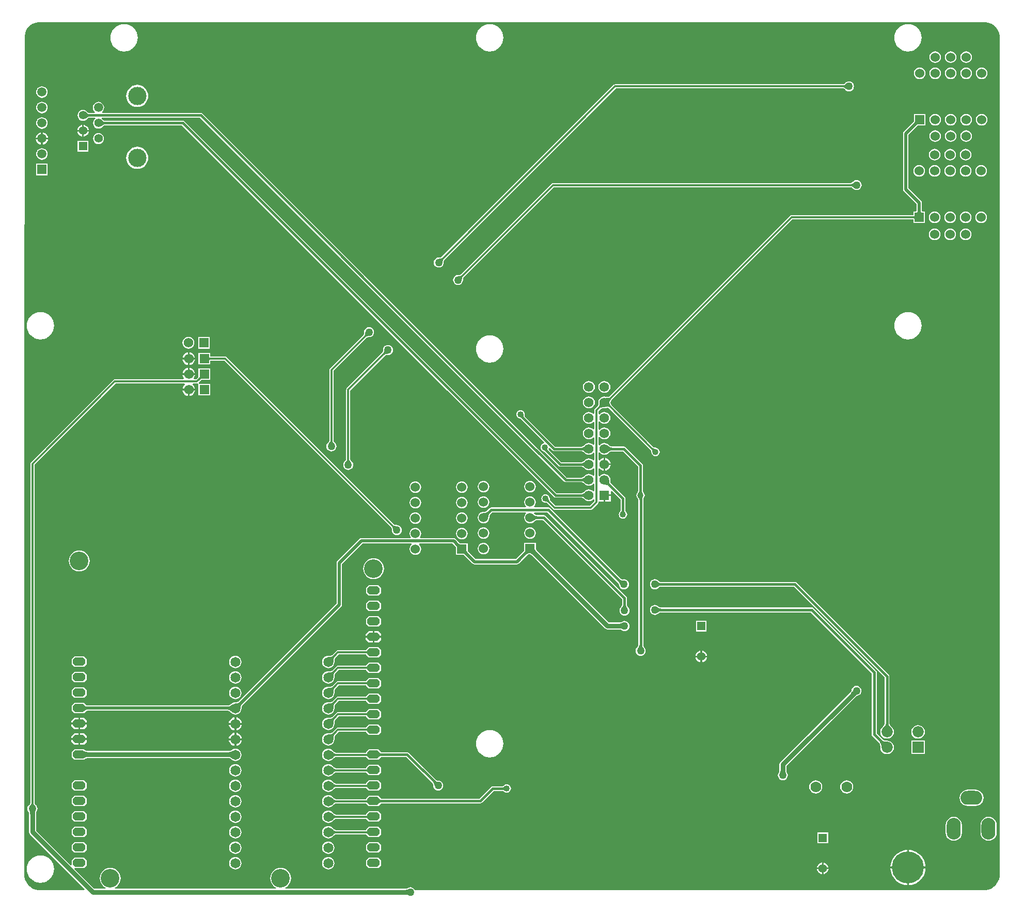
<source format=gbl>
G04*
G04 #@! TF.GenerationSoftware,Altium Limited,Altium Designer,18.0.11 (651)*
G04*
G04 Layer_Physical_Order=2*
G04 Layer_Color=16711680*
%FSLAX24Y24*%
%MOIN*%
G70*
G01*
G75*
%ADD11C,0.0150*%
%ADD16C,0.0200*%
%ADD17C,0.0120*%
%ADD79C,0.0300*%
%ADD81C,0.0180*%
%ADD83C,0.0600*%
%ADD84C,0.0550*%
%ADD85R,0.0550X0.0550*%
%ADD86R,0.0600X0.0600*%
%ADD87C,0.0650*%
G04:AMPARAMS|DCode=88|XSize=80mil|YSize=52mil|CornerRadius=0mil|HoleSize=0mil|Usage=FLASHONLY|Rotation=0.000|XOffset=0mil|YOffset=0mil|HoleType=Round|Shape=Octagon|*
%AMOCTAGOND88*
4,1,8,0.0400,-0.0130,0.0400,0.0130,0.0270,0.0260,-0.0270,0.0260,-0.0400,0.0130,-0.0400,-0.0130,-0.0270,-0.0260,0.0270,-0.0260,0.0400,-0.0130,0.0*
%
%ADD88OCTAGOND88*%

%ADD89C,0.1200*%
%ADD90O,0.0591X0.0600*%
%ADD91C,0.1181*%
%ADD92C,0.0591*%
%ADD93C,0.0551*%
%ADD94R,0.0551X0.0551*%
%ADD95R,0.0600X0.0600*%
%ADD96C,0.0700*%
%ADD97C,0.0620*%
%ADD98R,0.0620X0.0620*%
%ADD99R,0.0620X0.0620*%
%ADD100O,0.0900X0.1400*%
%ADD101O,0.1400X0.0900*%
%ADD102C,0.2067*%
%ADD103C,0.0728*%
%ADD104R,0.0728X0.0728*%
%ADD105C,0.0400*%
%ADD106C,0.0500*%
G36*
X12431Y33561D02*
X12422Y33568D01*
X12411Y33572D01*
X12398D01*
X12383Y33568D01*
X12367Y33561D01*
X12349Y33551D01*
X12330Y33538D01*
X12309Y33521D01*
X12261Y33477D01*
X12176Y33561D01*
X12200Y33586D01*
X12237Y33630D01*
X12251Y33650D01*
X12261Y33667D01*
X12268Y33684D01*
X12271Y33698D01*
Y33711D01*
X12268Y33722D01*
X12261Y33731D01*
X12431Y33561D01*
D02*
G37*
G36*
X63202Y56582D02*
X63384Y56506D01*
X63547Y56397D01*
X63687Y56257D01*
X63796Y56094D01*
X63872Y55912D01*
X63910Y55718D01*
Y55620D01*
Y1540D01*
Y1442D01*
X63872Y1248D01*
X63796Y1066D01*
X63687Y903D01*
X63547Y763D01*
X63384Y654D01*
X63202Y578D01*
X63008Y540D01*
X26158D01*
X26150Y561D01*
X26098Y628D01*
X26031Y680D01*
X25954Y712D01*
X25870Y723D01*
X25786Y712D01*
X25709Y680D01*
X25645Y631D01*
X25638Y629D01*
X25628Y627D01*
X25585Y624D01*
X17806D01*
X17788Y694D01*
X17874Y740D01*
X17976Y824D01*
X18060Y926D01*
X18122Y1042D01*
X18160Y1169D01*
X18173Y1300D01*
X18160Y1431D01*
X18122Y1558D01*
X18060Y1674D01*
X17976Y1776D01*
X17874Y1860D01*
X17758Y1922D01*
X17631Y1960D01*
X17500Y1973D01*
X17369Y1960D01*
X17242Y1922D01*
X17126Y1860D01*
X17024Y1776D01*
X16940Y1674D01*
X16878Y1558D01*
X16840Y1431D01*
X16827Y1300D01*
X16840Y1169D01*
X16878Y1042D01*
X16940Y926D01*
X17024Y824D01*
X17126Y740D01*
X17212Y694D01*
X17194Y624D01*
X6806D01*
X6788Y694D01*
X6874Y740D01*
X6976Y824D01*
X7060Y926D01*
X7122Y1042D01*
X7160Y1169D01*
X7173Y1300D01*
X7160Y1431D01*
X7122Y1558D01*
X7060Y1674D01*
X6976Y1776D01*
X6874Y1860D01*
X6758Y1922D01*
X6631Y1960D01*
X6500Y1973D01*
X6369Y1960D01*
X6242Y1922D01*
X6126Y1860D01*
X6024Y1776D01*
X5940Y1674D01*
X5878Y1558D01*
X5840Y1431D01*
X5827Y1300D01*
X5840Y1169D01*
X5878Y1042D01*
X5940Y926D01*
X6024Y824D01*
X6126Y740D01*
X6212Y694D01*
X6194Y624D01*
X5463D01*
X4182Y1905D01*
X4216Y1970D01*
X4805D01*
X4970Y2135D01*
Y2465D01*
X4805Y2630D01*
X4195D01*
X4030Y2465D01*
Y2156D01*
X3965Y2122D01*
X1704Y4383D01*
Y5530D01*
X1707Y5557D01*
X1709Y5568D01*
X1711Y5575D01*
X1760Y5639D01*
X1792Y5716D01*
X1803Y5800D01*
X1792Y5884D01*
X1760Y5961D01*
X1708Y6028D01*
X1700Y6034D01*
X1686Y6049D01*
X1669Y6069D01*
X1654Y6087D01*
X1642Y6105D01*
X1632Y6122D01*
X1624Y6138D01*
X1618Y6153D01*
X1614Y6167D01*
X1613Y6178D01*
Y28025D01*
X6855Y33267D01*
X11299D01*
X11323Y33197D01*
X11278Y33162D01*
X11212Y33077D01*
X11171Y32977D01*
X11164Y32930D01*
X11570D01*
X11976D01*
X11969Y32977D01*
X11928Y33077D01*
X11862Y33162D01*
X11817Y33197D01*
X11841Y33267D01*
X12084D01*
X12152Y33256D01*
X12190Y33220D01*
X12190Y33220D01*
X12190Y33201D01*
X12190Y33201D01*
X12190Y33198D01*
Y32490D01*
X12950D01*
Y33250D01*
X12250D01*
X12234Y33250D01*
X12222Y33266D01*
X12214Y33296D01*
X12242Y33355D01*
X12334Y33447D01*
X12355Y33467D01*
X12373Y33480D01*
X12387Y33490D01*
X12430D01*
X12431Y33490D01*
X12432Y33490D01*
X12950D01*
Y34250D01*
X12190D01*
Y33732D01*
X12190Y33731D01*
X12190Y33730D01*
Y33687D01*
X12181Y33674D01*
X12152Y33640D01*
X12045Y33533D01*
X11913D01*
X11881Y33603D01*
X11928Y33663D01*
X11969Y33763D01*
X11976Y33810D01*
X11570D01*
X11164D01*
X11171Y33763D01*
X11212Y33663D01*
X11259Y33603D01*
X11227Y33533D01*
X6800D01*
X6749Y33522D01*
X6706Y33494D01*
X1386Y28174D01*
X1358Y28131D01*
X1347Y28080D01*
Y6178D01*
X1346Y6167D01*
X1342Y6153D01*
X1336Y6138D01*
X1328Y6122D01*
X1318Y6105D01*
X1307Y6088D01*
X1274Y6049D01*
X1260Y6034D01*
X1252Y6028D01*
X1200Y5961D01*
X1168Y5884D01*
X1157Y5800D01*
X1168Y5716D01*
X1200Y5639D01*
X1249Y5575D01*
X1251Y5568D01*
X1253Y5558D01*
X1256Y5515D01*
Y4290D01*
X1273Y4204D01*
X1321Y4131D01*
X4848Y605D01*
X4821Y540D01*
X1862D01*
X1668Y578D01*
X1486Y654D01*
X1323Y763D01*
X1183Y903D01*
X1074Y1066D01*
X998Y1248D01*
X960Y1442D01*
Y1540D01*
Y33440D01*
X970Y53500D01*
Y55620D01*
Y55718D01*
X1008Y55912D01*
X1084Y56094D01*
X1193Y56257D01*
X1333Y56397D01*
X1496Y56506D01*
X1678Y56582D01*
X1872Y56620D01*
X63008D01*
X63202Y56582D01*
D02*
G37*
G36*
X1540Y6185D02*
X1541Y6172D01*
X1545Y6152D01*
X1550Y6131D01*
X1558Y6110D01*
X1569Y6088D01*
X1581Y6067D01*
X1596Y6045D01*
X1614Y6023D01*
X1633Y6001D01*
X1655Y5979D01*
X1557D01*
X1563Y5955D01*
X1570Y5934D01*
X1577Y5918D01*
X1586Y5906D01*
X1374D01*
X1383Y5918D01*
X1390Y5934D01*
X1397Y5955D01*
X1403Y5979D01*
X1305D01*
X1327Y6001D01*
X1364Y6045D01*
X1379Y6067D01*
X1391Y6088D01*
X1402Y6110D01*
X1410Y6131D01*
X1415Y6152D01*
X1419Y6172D01*
X1420Y6185D01*
X1420Y6237D01*
X1540D01*
X1540Y6185D01*
D02*
G37*
G36*
X1650Y5615D02*
X1646Y5607D01*
X1642Y5596D01*
X1639Y5582D01*
X1636Y5566D01*
X1632Y5527D01*
X1630Y5478D01*
X1630Y5450D01*
X1330D01*
X1330Y5478D01*
X1324Y5566D01*
X1321Y5582D01*
X1318Y5596D01*
X1314Y5607D01*
X1310Y5615D01*
X1305Y5621D01*
X1655D01*
X1650Y5615D01*
D02*
G37*
G36*
X25691Y225D02*
X25685Y230D01*
X25677Y234D01*
X25666Y238D01*
X25652Y241D01*
X25636Y244D01*
X25597Y248D01*
X25548Y250D01*
X25520Y250D01*
Y550D01*
X25548Y550D01*
X25636Y556D01*
X25652Y559D01*
X25666Y562D01*
X25677Y566D01*
X25685Y570D01*
X25691Y575D01*
Y225D01*
D02*
G37*
%LPC*%
G36*
X58000Y56481D02*
X57828Y56464D01*
X57663Y56414D01*
X57510Y56333D01*
X57377Y56223D01*
X57267Y56090D01*
X57186Y55937D01*
X57136Y55772D01*
X57119Y55600D01*
X57136Y55428D01*
X57186Y55263D01*
X57267Y55110D01*
X57377Y54977D01*
X57510Y54867D01*
X57663Y54786D01*
X57828Y54736D01*
X58000Y54719D01*
X58172Y54736D01*
X58337Y54786D01*
X58490Y54867D01*
X58623Y54977D01*
X58733Y55110D01*
X58814Y55263D01*
X58864Y55428D01*
X58881Y55600D01*
X58864Y55772D01*
X58814Y55937D01*
X58733Y56090D01*
X58623Y56223D01*
X58490Y56333D01*
X58337Y56414D01*
X58172Y56464D01*
X58000Y56481D01*
D02*
G37*
G36*
X31000D02*
X30828Y56464D01*
X30663Y56414D01*
X30510Y56333D01*
X30377Y56223D01*
X30267Y56090D01*
X30186Y55937D01*
X30136Y55772D01*
X30119Y55600D01*
X30136Y55428D01*
X30186Y55263D01*
X30267Y55110D01*
X30377Y54977D01*
X30510Y54867D01*
X30663Y54786D01*
X30828Y54736D01*
X31000Y54719D01*
X31172Y54736D01*
X31337Y54786D01*
X31490Y54867D01*
X31623Y54977D01*
X31733Y55110D01*
X31814Y55263D01*
X31864Y55428D01*
X31881Y55600D01*
X31864Y55772D01*
X31814Y55937D01*
X31733Y56090D01*
X31623Y56223D01*
X31490Y56333D01*
X31337Y56414D01*
X31172Y56464D01*
X31000Y56481D01*
D02*
G37*
G36*
X7400D02*
X7228Y56464D01*
X7063Y56414D01*
X6910Y56333D01*
X6777Y56223D01*
X6667Y56090D01*
X6586Y55937D01*
X6536Y55772D01*
X6519Y55600D01*
X6536Y55428D01*
X6586Y55263D01*
X6667Y55110D01*
X6777Y54977D01*
X6910Y54867D01*
X7063Y54786D01*
X7228Y54736D01*
X7400Y54719D01*
X7572Y54736D01*
X7737Y54786D01*
X7890Y54867D01*
X8023Y54977D01*
X8133Y55110D01*
X8214Y55263D01*
X8264Y55428D01*
X8281Y55600D01*
X8264Y55772D01*
X8214Y55937D01*
X8133Y56090D01*
X8023Y56223D01*
X7890Y56333D01*
X7737Y56414D01*
X7572Y56464D01*
X7400Y56481D01*
D02*
G37*
G36*
X61750Y54723D02*
X61653Y54710D01*
X61563Y54673D01*
X61486Y54614D01*
X61427Y54537D01*
X61390Y54447D01*
X61377Y54350D01*
X61390Y54253D01*
X61427Y54163D01*
X61486Y54086D01*
X61563Y54027D01*
X61653Y53990D01*
X61750Y53977D01*
X61847Y53990D01*
X61937Y54027D01*
X62014Y54086D01*
X62073Y54163D01*
X62110Y54253D01*
X62123Y54350D01*
X62110Y54447D01*
X62073Y54537D01*
X62014Y54614D01*
X61937Y54673D01*
X61847Y54710D01*
X61750Y54723D01*
D02*
G37*
G36*
X60750D02*
X60653Y54710D01*
X60563Y54673D01*
X60486Y54614D01*
X60427Y54537D01*
X60390Y54447D01*
X60377Y54350D01*
X60390Y54253D01*
X60427Y54163D01*
X60486Y54086D01*
X60563Y54027D01*
X60653Y53990D01*
X60750Y53977D01*
X60847Y53990D01*
X60937Y54027D01*
X61014Y54086D01*
X61073Y54163D01*
X61110Y54253D01*
X61123Y54350D01*
X61110Y54447D01*
X61073Y54537D01*
X61014Y54614D01*
X60937Y54673D01*
X60847Y54710D01*
X60750Y54723D01*
D02*
G37*
G36*
X59750D02*
X59653Y54710D01*
X59563Y54673D01*
X59486Y54614D01*
X59427Y54537D01*
X59390Y54447D01*
X59377Y54350D01*
X59390Y54253D01*
X59427Y54163D01*
X59486Y54086D01*
X59563Y54027D01*
X59653Y53990D01*
X59750Y53977D01*
X59847Y53990D01*
X59937Y54027D01*
X60014Y54086D01*
X60073Y54163D01*
X60110Y54253D01*
X60123Y54350D01*
X60110Y54447D01*
X60073Y54537D01*
X60014Y54614D01*
X59937Y54673D01*
X59847Y54710D01*
X59750Y54723D01*
D02*
G37*
G36*
X62750Y53683D02*
X62653Y53670D01*
X62563Y53633D01*
X62486Y53574D01*
X62427Y53497D01*
X62390Y53407D01*
X62377Y53310D01*
X62390Y53213D01*
X62427Y53123D01*
X62486Y53046D01*
X62563Y52987D01*
X62653Y52950D01*
X62750Y52937D01*
X62847Y52950D01*
X62937Y52987D01*
X63014Y53046D01*
X63073Y53123D01*
X63110Y53213D01*
X63123Y53310D01*
X63110Y53407D01*
X63073Y53497D01*
X63014Y53574D01*
X62937Y53633D01*
X62847Y53670D01*
X62750Y53683D01*
D02*
G37*
G36*
X61750D02*
X61653Y53670D01*
X61563Y53633D01*
X61486Y53574D01*
X61427Y53497D01*
X61390Y53407D01*
X61377Y53310D01*
X61390Y53213D01*
X61427Y53123D01*
X61486Y53046D01*
X61563Y52987D01*
X61653Y52950D01*
X61750Y52937D01*
X61847Y52950D01*
X61937Y52987D01*
X62014Y53046D01*
X62073Y53123D01*
X62110Y53213D01*
X62123Y53310D01*
X62110Y53407D01*
X62073Y53497D01*
X62014Y53574D01*
X61937Y53633D01*
X61847Y53670D01*
X61750Y53683D01*
D02*
G37*
G36*
X60750D02*
X60653Y53670D01*
X60563Y53633D01*
X60486Y53574D01*
X60427Y53497D01*
X60390Y53407D01*
X60377Y53310D01*
X60390Y53213D01*
X60427Y53123D01*
X60486Y53046D01*
X60563Y52987D01*
X60653Y52950D01*
X60750Y52937D01*
X60847Y52950D01*
X60937Y52987D01*
X61014Y53046D01*
X61073Y53123D01*
X61110Y53213D01*
X61123Y53310D01*
X61110Y53407D01*
X61073Y53497D01*
X61014Y53574D01*
X60937Y53633D01*
X60847Y53670D01*
X60750Y53683D01*
D02*
G37*
G36*
X59750D02*
X59653Y53670D01*
X59563Y53633D01*
X59486Y53574D01*
X59427Y53497D01*
X59390Y53407D01*
X59377Y53310D01*
X59390Y53213D01*
X59427Y53123D01*
X59486Y53046D01*
X59563Y52987D01*
X59653Y52950D01*
X59750Y52937D01*
X59847Y52950D01*
X59937Y52987D01*
X60014Y53046D01*
X60073Y53123D01*
X60110Y53213D01*
X60123Y53310D01*
X60110Y53407D01*
X60073Y53497D01*
X60014Y53574D01*
X59937Y53633D01*
X59847Y53670D01*
X59750Y53683D01*
D02*
G37*
G36*
X58750D02*
X58653Y53670D01*
X58563Y53633D01*
X58486Y53574D01*
X58427Y53497D01*
X58390Y53407D01*
X58377Y53310D01*
X58390Y53213D01*
X58427Y53123D01*
X58486Y53046D01*
X58563Y52987D01*
X58653Y52950D01*
X58750Y52937D01*
X58847Y52950D01*
X58937Y52987D01*
X59014Y53046D01*
X59073Y53123D01*
X59110Y53213D01*
X59123Y53310D01*
X59110Y53407D01*
X59073Y53497D01*
X59014Y53574D01*
X58937Y53633D01*
X58847Y53670D01*
X58750Y53683D01*
D02*
G37*
G36*
X54190Y52788D02*
X54106Y52777D01*
X54029Y52744D01*
X53962Y52693D01*
X53956Y52685D01*
X53941Y52670D01*
X53921Y52653D01*
X53903Y52639D01*
X53885Y52626D01*
X53868Y52617D01*
X53852Y52609D01*
X53837Y52603D01*
X53823Y52599D01*
X53812Y52597D01*
X39095D01*
X39044Y52587D01*
X39001Y52559D01*
X27884Y41441D01*
X27875Y41435D01*
X27862Y41427D01*
X27847Y41421D01*
X27831Y41415D01*
X27812Y41410D01*
X27791Y41406D01*
X27740Y41402D01*
X27720Y41401D01*
X27710Y41403D01*
X27626Y41392D01*
X27549Y41360D01*
X27482Y41308D01*
X27430Y41241D01*
X27398Y41164D01*
X27387Y41080D01*
X27398Y40996D01*
X27430Y40919D01*
X27482Y40852D01*
X27549Y40800D01*
X27626Y40768D01*
X27710Y40757D01*
X27794Y40768D01*
X27871Y40800D01*
X27938Y40852D01*
X27990Y40919D01*
X28022Y40996D01*
X28033Y41080D01*
X28031Y41090D01*
X28032Y41111D01*
X28033Y41137D01*
X28036Y41160D01*
X28040Y41182D01*
X28045Y41201D01*
X28051Y41217D01*
X28057Y41232D01*
X28065Y41245D01*
X28071Y41254D01*
X39150Y52332D01*
X53812D01*
X53823Y52330D01*
X53837Y52327D01*
X53852Y52321D01*
X53868Y52313D01*
X53885Y52303D01*
X53902Y52291D01*
X53941Y52259D01*
X53956Y52244D01*
X53962Y52237D01*
X54029Y52185D01*
X54106Y52153D01*
X54190Y52142D01*
X54274Y52153D01*
X54351Y52185D01*
X54418Y52237D01*
X54470Y52303D01*
X54502Y52381D01*
X54513Y52465D01*
X54502Y52548D01*
X54470Y52626D01*
X54418Y52693D01*
X54351Y52744D01*
X54274Y52777D01*
X54190Y52788D01*
D02*
G37*
G36*
X2090Y52463D02*
X1995Y52451D01*
X1906Y52414D01*
X1829Y52355D01*
X1771Y52279D01*
X1734Y52190D01*
X1722Y52095D01*
Y52085D01*
X1734Y51990D01*
X1771Y51901D01*
X1829Y51825D01*
X1906Y51766D01*
X1995Y51729D01*
X2090Y51717D01*
X2185Y51729D01*
X2274Y51766D01*
X2351Y51825D01*
X2409Y51901D01*
X2446Y51990D01*
X2458Y52085D01*
Y52095D01*
X2446Y52190D01*
X2409Y52279D01*
X2351Y52355D01*
X2274Y52414D01*
X2185Y52451D01*
X2090Y52463D01*
D02*
G37*
G36*
X8242Y52555D02*
X8103Y52541D01*
X7969Y52501D01*
X7846Y52435D01*
X7738Y52346D01*
X7649Y52238D01*
X7583Y52115D01*
X7542Y51981D01*
X7529Y51842D01*
X7542Y51703D01*
X7583Y51569D01*
X7649Y51446D01*
X7738Y51338D01*
X7846Y51249D01*
X7969Y51183D01*
X8103Y51142D01*
X8242Y51129D01*
X8381Y51142D01*
X8515Y51183D01*
X8638Y51249D01*
X8746Y51338D01*
X8835Y51446D01*
X8901Y51569D01*
X8941Y51703D01*
X8955Y51842D01*
X8941Y51981D01*
X8901Y52115D01*
X8835Y52238D01*
X8746Y52346D01*
X8638Y52435D01*
X8515Y52501D01*
X8381Y52541D01*
X8242Y52555D01*
D02*
G37*
G36*
X5742Y51458D02*
X5647Y51446D01*
X5558Y51409D01*
X5481Y51351D01*
X5423Y51274D01*
X5386Y51185D01*
X5374Y51090D01*
X5386Y50995D01*
X5423Y50906D01*
X5481Y50829D01*
X5510Y50808D01*
X5486Y50738D01*
X5152D01*
X5139Y50740D01*
X5122Y50744D01*
X5105Y50750D01*
X5087Y50758D01*
X5069Y50769D01*
X5050Y50781D01*
X5030Y50796D01*
X5010Y50813D01*
X4995Y50827D01*
X4988Y50836D01*
X4916Y50892D01*
X4832Y50927D01*
X4742Y50939D01*
X4652Y50927D01*
X4568Y50892D01*
X4495Y50836D01*
X4440Y50764D01*
X4405Y50680D01*
X4393Y50590D01*
X4405Y50500D01*
X4440Y50416D01*
X4495Y50344D01*
X4568Y50288D01*
X4652Y50253D01*
X4742Y50241D01*
X4832Y50253D01*
X4916Y50288D01*
X4988Y50344D01*
X4995Y50353D01*
X5010Y50367D01*
X5030Y50384D01*
X5050Y50399D01*
X5069Y50411D01*
X5087Y50422D01*
X5105Y50430D01*
X5122Y50436D01*
X5139Y50440D01*
X5152Y50442D01*
X5518D01*
X5542Y50372D01*
X5495Y50336D01*
X5440Y50264D01*
X5405Y50180D01*
X5393Y50090D01*
X5405Y50000D01*
X5440Y49916D01*
X5495Y49844D01*
X5568Y49788D01*
X5652Y49753D01*
X5742Y49741D01*
X5832Y49753D01*
X5916Y49788D01*
X5988Y49844D01*
X5995Y49853D01*
X6010Y49867D01*
X6030Y49884D01*
X6050Y49899D01*
X6069Y49911D01*
X6087Y49922D01*
X6105Y49930D01*
X6122Y49936D01*
X6139Y49940D01*
X6152Y49942D01*
X11129D01*
X16535Y44535D01*
X28185Y32885D01*
X28185Y32885D01*
X35139Y25932D01*
X35187Y25900D01*
X35243Y25889D01*
X36937D01*
X36952Y25886D01*
X36972Y25881D01*
X36992Y25874D01*
X37014Y25864D01*
X37037Y25851D01*
X37061Y25836D01*
X37113Y25795D01*
X37124Y25785D01*
X37129Y25779D01*
X37208Y25718D01*
X37301Y25680D01*
X37400Y25667D01*
X37499Y25680D01*
X37592Y25718D01*
X37671Y25779D01*
X37682Y25793D01*
X37752Y25769D01*
Y25669D01*
X37455Y25373D01*
X35255D01*
X34902Y25725D01*
X34898Y25731D01*
X34892Y25740D01*
X34887Y25751D01*
X34882Y25762D01*
X34878Y25775D01*
X34875Y25788D01*
X34873Y25803D01*
X34872Y25820D01*
X34871Y25833D01*
X34872Y25840D01*
X34863Y25910D01*
X34836Y25976D01*
X34793Y26033D01*
X34736Y26076D01*
X34670Y26103D01*
X34600Y26112D01*
X34530Y26103D01*
X34464Y26076D01*
X34407Y26033D01*
X34364Y25976D01*
X34337Y25910D01*
X34328Y25840D01*
X34337Y25770D01*
X34364Y25704D01*
X34407Y25647D01*
X34464Y25604D01*
X34530Y25577D01*
X34600Y25568D01*
X34607Y25569D01*
X34620Y25568D01*
X34637Y25567D01*
X34652Y25565D01*
X34665Y25562D01*
X34678Y25558D01*
X34689Y25553D01*
X34700Y25548D01*
X34709Y25542D01*
X34715Y25538D01*
X35106Y25146D01*
X35149Y25118D01*
X35200Y25107D01*
X37510D01*
X37561Y25118D01*
X37604Y25146D01*
X37978Y25521D01*
X38007Y25564D01*
X38017Y25614D01*
Y25640D01*
X38340D01*
Y26050D01*
X38400D01*
Y26110D01*
X38810D01*
Y26314D01*
X38875Y26340D01*
X39452Y25763D01*
Y25082D01*
X39452Y25077D01*
X39449Y25065D01*
X39446Y25053D01*
X39442Y25042D01*
X39438Y25031D01*
X39432Y25022D01*
X39426Y25012D01*
X39418Y25003D01*
X39412Y24996D01*
X39407Y24993D01*
X39364Y24936D01*
X39337Y24870D01*
X39328Y24800D01*
X39337Y24730D01*
X39364Y24664D01*
X39407Y24607D01*
X39464Y24564D01*
X39530Y24537D01*
X39600Y24528D01*
X39670Y24537D01*
X39736Y24564D01*
X39793Y24607D01*
X39836Y24664D01*
X39863Y24730D01*
X39872Y24800D01*
X39863Y24870D01*
X39836Y24936D01*
X39793Y24993D01*
X39788Y24996D01*
X39782Y25003D01*
X39774Y25012D01*
X39768Y25022D01*
X39762Y25031D01*
X39758Y25042D01*
X39754Y25053D01*
X39751Y25065D01*
X39748Y25077D01*
X39748Y25082D01*
Y25824D01*
X39737Y25881D01*
X39705Y25929D01*
X38825Y26809D01*
X38815Y26822D01*
X38806Y26839D01*
X38798Y26858D01*
X38791Y26879D01*
X38786Y26903D01*
X38782Y26929D01*
X38779Y26958D01*
X38779Y26990D01*
X38781Y27026D01*
X38780Y27027D01*
X38783Y27050D01*
X38770Y27149D01*
X38732Y27242D01*
X38671Y27321D01*
X38592Y27382D01*
X38499Y27420D01*
X38400Y27433D01*
X38301Y27420D01*
X38208Y27382D01*
X38129Y27321D01*
X38087Y27266D01*
X38017Y27290D01*
Y27761D01*
X38087Y27785D01*
X38108Y27758D01*
X38193Y27692D01*
X38293Y27651D01*
X38340Y27644D01*
Y28050D01*
Y28456D01*
X38293Y28449D01*
X38193Y28408D01*
X38108Y28342D01*
X38087Y28315D01*
X38017Y28339D01*
Y28810D01*
X38087Y28834D01*
X38129Y28779D01*
X38208Y28718D01*
X38301Y28680D01*
X38400Y28667D01*
X38499Y28680D01*
X38592Y28718D01*
X38671Y28779D01*
X38675Y28785D01*
X38684Y28792D01*
X38707Y28811D01*
X38730Y28827D01*
X38752Y28840D01*
X38774Y28851D01*
X38796Y28860D01*
X38817Y28867D01*
X38837Y28872D01*
X38852Y28874D01*
X39596D01*
X40570Y27899D01*
Y26315D01*
X40569Y26302D01*
X40566Y26289D01*
X40563Y26278D01*
X40560Y26269D01*
X40556Y26261D01*
X40552Y26254D01*
X40548Y26249D01*
X40545Y26246D01*
X40541Y26243D01*
X40498Y26186D01*
X40470Y26120D01*
X40461Y26050D01*
X40470Y25980D01*
X40498Y25914D01*
X40541Y25857D01*
X40548Y25852D01*
X40554Y25846D01*
X40558Y25840D01*
X40562Y25834D01*
X40566Y25827D01*
X40569Y25818D01*
X40572Y25807D01*
X40575Y25795D01*
X40577Y25781D01*
Y16355D01*
X40576Y16347D01*
X40573Y16330D01*
X40568Y16314D01*
X40563Y16299D01*
X40556Y16284D01*
X40548Y16270D01*
X40538Y16256D01*
X40527Y16243D01*
X40519Y16234D01*
X40512Y16228D01*
X40460Y16161D01*
X40428Y16084D01*
X40417Y16000D01*
X40428Y15916D01*
X40460Y15839D01*
X40512Y15772D01*
X40579Y15720D01*
X40656Y15688D01*
X40740Y15677D01*
X40824Y15688D01*
X40901Y15720D01*
X40968Y15772D01*
X41020Y15839D01*
X41052Y15916D01*
X41063Y16000D01*
X41052Y16084D01*
X41020Y16161D01*
X40968Y16228D01*
X40961Y16234D01*
X40953Y16243D01*
X40942Y16256D01*
X40932Y16270D01*
X40924Y16284D01*
X40917Y16299D01*
X40912Y16314D01*
X40907Y16330D01*
X40904Y16347D01*
X40903Y16355D01*
Y25789D01*
X40905Y25802D01*
X40907Y25815D01*
X40910Y25826D01*
X40914Y25836D01*
X40917Y25845D01*
X40921Y25852D01*
X40925Y25856D01*
X40926Y25857D01*
X40931Y25864D01*
X40932Y25865D01*
X40932Y25866D01*
X40969Y25914D01*
X40997Y25980D01*
X41006Y26050D01*
X40997Y26120D01*
X40969Y26186D01*
X40926Y26243D01*
X40922Y26246D01*
X40919Y26249D01*
X40915Y26254D01*
X40911Y26261D01*
X40907Y26269D01*
X40904Y26278D01*
X40901Y26289D01*
X40899Y26301D01*
X40897Y26320D01*
Y27967D01*
X40884Y28029D01*
X40849Y28082D01*
X39779Y29152D01*
X39726Y29187D01*
X39663Y29200D01*
X38861D01*
X38845Y29202D01*
X38825Y29207D01*
X38806Y29214D01*
X38786Y29223D01*
X38765Y29234D01*
X38745Y29248D01*
X38725Y29265D01*
X38704Y29284D01*
X38682Y29307D01*
X38682Y29307D01*
X38671Y29321D01*
X38592Y29382D01*
X38499Y29420D01*
X38400Y29433D01*
X38301Y29420D01*
X38208Y29382D01*
X38129Y29321D01*
X38087Y29266D01*
X38017Y29290D01*
Y29810D01*
X38087Y29834D01*
X38129Y29779D01*
X38208Y29718D01*
X38301Y29680D01*
X38400Y29667D01*
X38499Y29680D01*
X38592Y29718D01*
X38671Y29779D01*
X38732Y29858D01*
X38770Y29951D01*
X38783Y30050D01*
X38770Y30149D01*
X38732Y30242D01*
X38671Y30321D01*
X38592Y30382D01*
X38499Y30420D01*
X38400Y30433D01*
X38301Y30420D01*
X38208Y30382D01*
X38129Y30321D01*
X38087Y30266D01*
X38017Y30290D01*
Y30810D01*
X38087Y30834D01*
X38129Y30779D01*
X38208Y30718D01*
X38301Y30680D01*
X38400Y30667D01*
X38499Y30680D01*
X38592Y30718D01*
X38671Y30779D01*
X38732Y30858D01*
X38770Y30951D01*
X38783Y31050D01*
X38770Y31149D01*
X38732Y31242D01*
X38671Y31321D01*
X38592Y31382D01*
X38499Y31420D01*
X38400Y31433D01*
X38301Y31420D01*
X38208Y31382D01*
X38129Y31321D01*
X38087Y31266D01*
X38017Y31290D01*
Y31479D01*
X38158Y31620D01*
X38171Y31628D01*
X38187Y31637D01*
X38207Y31645D01*
X38230Y31652D01*
X38257Y31658D01*
X38286Y31663D01*
X38358Y31668D01*
X38386Y31669D01*
X38400Y31667D01*
X38499Y31680D01*
X38507Y31683D01*
X38525Y31687D01*
X38556Y31692D01*
X38584Y31694D01*
X38609Y31694D01*
X38632Y31692D01*
X38651Y31688D01*
X38668Y31682D01*
X38683Y31675D01*
X38696Y31667D01*
X38696Y31666D01*
X41398Y28965D01*
X41402Y28959D01*
X41408Y28950D01*
X41413Y28939D01*
X41418Y28928D01*
X41422Y28915D01*
X41425Y28902D01*
X41427Y28887D01*
X41428Y28870D01*
X41429Y28857D01*
X41428Y28850D01*
X41437Y28780D01*
X41464Y28714D01*
X41507Y28657D01*
X41564Y28614D01*
X41630Y28587D01*
X41700Y28578D01*
X41770Y28587D01*
X41836Y28614D01*
X41893Y28657D01*
X41936Y28714D01*
X41963Y28780D01*
X41972Y28850D01*
X41963Y28920D01*
X41936Y28986D01*
X41893Y29043D01*
X41836Y29086D01*
X41770Y29113D01*
X41700Y29122D01*
X41693Y29121D01*
X41680Y29122D01*
X41663Y29123D01*
X41648Y29125D01*
X41635Y29128D01*
X41622Y29132D01*
X41611Y29137D01*
X41600Y29142D01*
X41591Y29148D01*
X41585Y29152D01*
X38865Y31873D01*
X38857Y31884D01*
X38847Y31901D01*
X38836Y31923D01*
X38826Y31946D01*
X38797Y32042D01*
X38819Y32103D01*
X38844Y32160D01*
X38854Y32180D01*
X38864Y32197D01*
X38872Y32208D01*
X50531Y43867D01*
X58328D01*
X58336Y43867D01*
X58348Y43865D01*
X58350Y43864D01*
Y43630D01*
X59090D01*
Y44370D01*
X58916D01*
X58916Y44370D01*
X58913Y44373D01*
X58909Y44380D01*
X58904Y44393D01*
X58899Y44411D01*
X58895Y44435D01*
X58893Y44453D01*
Y44950D01*
X58880Y45016D01*
X58843Y45073D01*
X58023Y45892D01*
Y49338D01*
X58540Y49854D01*
X58577Y49889D01*
X58608Y49914D01*
X58636Y49934D01*
X58647Y49940D01*
X58733D01*
X58734Y49940D01*
X58735Y49940D01*
X59120D01*
Y50680D01*
X58380D01*
Y50295D01*
X58380Y50294D01*
X58380Y50293D01*
Y50207D01*
X58374Y50196D01*
X58355Y50169D01*
X58304Y50109D01*
X57727Y49533D01*
X57690Y49476D01*
X57677Y49410D01*
Y45820D01*
X57690Y45754D01*
X57727Y45697D01*
X58547Y44878D01*
Y44453D01*
X58545Y44435D01*
X58541Y44411D01*
X58536Y44393D01*
X58531Y44380D01*
X58527Y44373D01*
X58524Y44370D01*
X58524Y44370D01*
X58350D01*
Y44136D01*
X58348Y44135D01*
X58336Y44133D01*
X58328Y44133D01*
X50476D01*
X50426Y44122D01*
X50383Y44094D01*
X38709Y32420D01*
X38708Y32419D01*
X38695Y32411D01*
X38681Y32404D01*
X38665Y32399D01*
X38647Y32396D01*
X38626Y32395D01*
X38602Y32396D01*
X38575Y32399D01*
X38546Y32405D01*
X38515Y32414D01*
X38499Y32420D01*
X38400Y32433D01*
X38301Y32420D01*
X38208Y32382D01*
X38129Y32321D01*
X38068Y32242D01*
X38030Y32149D01*
X38017Y32050D01*
X38018Y32037D01*
X38016Y31969D01*
X38013Y31936D01*
X38008Y31906D01*
X38003Y31879D01*
X37996Y31856D01*
X37988Y31836D01*
X37979Y31820D01*
X37970Y31807D01*
X37791Y31627D01*
X37762Y31584D01*
X37752Y31534D01*
Y31331D01*
X37682Y31307D01*
X37671Y31321D01*
X37592Y31382D01*
X37499Y31420D01*
X37400Y31433D01*
X37301Y31420D01*
X37208Y31382D01*
X37129Y31321D01*
X37068Y31242D01*
X37030Y31149D01*
X37017Y31050D01*
X37030Y30951D01*
X37068Y30858D01*
X37129Y30779D01*
X37208Y30718D01*
X37301Y30680D01*
X37400Y30667D01*
X37499Y30680D01*
X37592Y30718D01*
X37671Y30779D01*
X37682Y30793D01*
X37752Y30769D01*
Y30331D01*
X37682Y30307D01*
X37671Y30321D01*
X37592Y30382D01*
X37499Y30420D01*
X37400Y30433D01*
X37301Y30420D01*
X37208Y30382D01*
X37129Y30321D01*
X37068Y30242D01*
X37030Y30149D01*
X37017Y30050D01*
X37030Y29951D01*
X37068Y29858D01*
X37129Y29779D01*
X37208Y29718D01*
X37301Y29680D01*
X37400Y29667D01*
X37499Y29680D01*
X37592Y29718D01*
X37671Y29779D01*
X37682Y29793D01*
X37752Y29769D01*
Y29331D01*
X37682Y29307D01*
X37671Y29321D01*
X37592Y29382D01*
X37499Y29420D01*
X37400Y29433D01*
X37301Y29420D01*
X37208Y29382D01*
X37129Y29321D01*
X37118Y29306D01*
X37118Y29306D01*
X37093Y29280D01*
X37070Y29258D01*
X37047Y29239D01*
X37025Y29223D01*
X37004Y29210D01*
X36984Y29200D01*
X36965Y29193D01*
X36946Y29187D01*
X36930Y29185D01*
X35224D01*
X33264Y31145D01*
X33260Y31150D01*
X33254Y31159D01*
X33250Y31168D01*
X33246Y31176D01*
X33244Y31185D01*
X33243Y31193D01*
X33242Y31201D01*
X33243Y31209D01*
X33243Y31210D01*
X33244Y31213D01*
X33245Y31223D01*
X33245Y31226D01*
X33252Y31280D01*
X33243Y31350D01*
X33216Y31416D01*
X33173Y31473D01*
X33116Y31516D01*
X33050Y31543D01*
X32980Y31552D01*
X32910Y31543D01*
X32844Y31516D01*
X32787Y31473D01*
X32744Y31416D01*
X32717Y31350D01*
X32708Y31280D01*
X32717Y31210D01*
X32744Y31144D01*
X32787Y31087D01*
X32844Y31044D01*
X32910Y31017D01*
X32922Y31015D01*
X32923Y31015D01*
X32938Y31011D01*
X32951Y31007D01*
X32964Y31002D01*
X32976Y30997D01*
X32989Y30991D01*
X33000Y30984D01*
X33012Y30976D01*
X33023Y30967D01*
X33025Y30966D01*
X34508Y29483D01*
X34483Y29409D01*
X34474Y29407D01*
X34408Y29380D01*
X34352Y29337D01*
X34309Y29281D01*
X34281Y29215D01*
X34272Y29144D01*
X34281Y29074D01*
X34309Y29008D01*
X34352Y28952D01*
X34408Y28909D01*
X34445Y28893D01*
X34451Y28890D01*
X34464Y28884D01*
X34491Y28872D01*
X34502Y28866D01*
X34527Y28849D01*
X34538Y28841D01*
X34551Y28829D01*
X35449Y27932D01*
X35497Y27900D01*
X35553Y27889D01*
X36937D01*
X36952Y27886D01*
X36972Y27881D01*
X36992Y27874D01*
X37014Y27864D01*
X37037Y27851D01*
X37061Y27836D01*
X37113Y27795D01*
X37124Y27785D01*
X37129Y27779D01*
X37208Y27718D01*
X37301Y27680D01*
X37400Y27667D01*
X37499Y27680D01*
X37592Y27718D01*
X37671Y27779D01*
X37682Y27793D01*
X37752Y27769D01*
Y27331D01*
X37682Y27307D01*
X37671Y27321D01*
X37592Y27382D01*
X37499Y27420D01*
X37400Y27433D01*
X37301Y27420D01*
X37208Y27382D01*
X37129Y27321D01*
X37118Y27306D01*
X37118Y27306D01*
X37093Y27280D01*
X37070Y27258D01*
X37047Y27239D01*
X37025Y27223D01*
X37004Y27210D01*
X36984Y27200D01*
X36965Y27193D01*
X36946Y27187D01*
X36930Y27185D01*
X35964D01*
X32293Y30856D01*
X32293Y30856D01*
X12455Y50695D01*
X12407Y50727D01*
X12350Y50738D01*
X5998D01*
X5974Y50808D01*
X6002Y50829D01*
X6061Y50906D01*
X6098Y50995D01*
X6110Y51090D01*
X6098Y51185D01*
X6061Y51274D01*
X6002Y51351D01*
X5926Y51409D01*
X5837Y51446D01*
X5742Y51458D01*
D02*
G37*
G36*
X2090Y51463D02*
X1995Y51451D01*
X1906Y51414D01*
X1829Y51355D01*
X1771Y51279D01*
X1734Y51190D01*
X1722Y51095D01*
Y51085D01*
X1734Y50990D01*
X1771Y50901D01*
X1829Y50825D01*
X1906Y50766D01*
X1995Y50729D01*
X2090Y50717D01*
X2185Y50729D01*
X2274Y50766D01*
X2351Y50825D01*
X2409Y50901D01*
X2446Y50990D01*
X2458Y51085D01*
Y51095D01*
X2446Y51190D01*
X2409Y51279D01*
X2351Y51355D01*
X2274Y51414D01*
X2185Y51451D01*
X2090Y51463D01*
D02*
G37*
G36*
X62750Y50683D02*
X62653Y50670D01*
X62563Y50633D01*
X62486Y50574D01*
X62427Y50497D01*
X62390Y50407D01*
X62377Y50310D01*
X62390Y50213D01*
X62427Y50123D01*
X62486Y50046D01*
X62563Y49987D01*
X62653Y49950D01*
X62750Y49937D01*
X62847Y49950D01*
X62937Y49987D01*
X63014Y50046D01*
X63073Y50123D01*
X63110Y50213D01*
X63123Y50310D01*
X63110Y50407D01*
X63073Y50497D01*
X63014Y50574D01*
X62937Y50633D01*
X62847Y50670D01*
X62750Y50683D01*
D02*
G37*
G36*
X61750D02*
X61653Y50670D01*
X61563Y50633D01*
X61486Y50574D01*
X61427Y50497D01*
X61390Y50407D01*
X61377Y50310D01*
X61390Y50213D01*
X61427Y50123D01*
X61486Y50046D01*
X61563Y49987D01*
X61653Y49950D01*
X61750Y49937D01*
X61847Y49950D01*
X61937Y49987D01*
X62014Y50046D01*
X62073Y50123D01*
X62110Y50213D01*
X62123Y50310D01*
X62110Y50407D01*
X62073Y50497D01*
X62014Y50574D01*
X61937Y50633D01*
X61847Y50670D01*
X61750Y50683D01*
D02*
G37*
G36*
X60750D02*
X60653Y50670D01*
X60563Y50633D01*
X60486Y50574D01*
X60427Y50497D01*
X60390Y50407D01*
X60377Y50310D01*
X60390Y50213D01*
X60427Y50123D01*
X60486Y50046D01*
X60563Y49987D01*
X60653Y49950D01*
X60750Y49937D01*
X60847Y49950D01*
X60937Y49987D01*
X61014Y50046D01*
X61073Y50123D01*
X61110Y50213D01*
X61123Y50310D01*
X61110Y50407D01*
X61073Y50497D01*
X61014Y50574D01*
X60937Y50633D01*
X60847Y50670D01*
X60750Y50683D01*
D02*
G37*
G36*
X59750D02*
X59653Y50670D01*
X59563Y50633D01*
X59486Y50574D01*
X59427Y50497D01*
X59390Y50407D01*
X59377Y50310D01*
X59390Y50213D01*
X59427Y50123D01*
X59486Y50046D01*
X59563Y49987D01*
X59653Y49950D01*
X59750Y49937D01*
X59847Y49950D01*
X59937Y49987D01*
X60014Y50046D01*
X60073Y50123D01*
X60110Y50213D01*
X60123Y50310D01*
X60110Y50407D01*
X60073Y50497D01*
X60014Y50574D01*
X59937Y50633D01*
X59847Y50670D01*
X59750Y50683D01*
D02*
G37*
G36*
X2090Y50463D02*
X1995Y50451D01*
X1906Y50414D01*
X1829Y50355D01*
X1771Y50279D01*
X1734Y50190D01*
X1722Y50095D01*
Y50085D01*
X1734Y49990D01*
X1771Y49901D01*
X1829Y49825D01*
X1906Y49766D01*
X1995Y49729D01*
X2090Y49717D01*
X2185Y49729D01*
X2274Y49766D01*
X2351Y49825D01*
X2409Y49901D01*
X2446Y49990D01*
X2458Y50085D01*
Y50095D01*
X2446Y50190D01*
X2409Y50279D01*
X2351Y50355D01*
X2274Y50414D01*
X2185Y50451D01*
X2090Y50463D01*
D02*
G37*
G36*
X4802Y49961D02*
Y49650D01*
X5113D01*
X5108Y49688D01*
X5070Y49779D01*
X5010Y49858D01*
X4931Y49918D01*
X4840Y49956D01*
X4802Y49961D01*
D02*
G37*
G36*
X4682D02*
X4644Y49956D01*
X4553Y49918D01*
X4474Y49858D01*
X4414Y49779D01*
X4376Y49688D01*
X4371Y49650D01*
X4682D01*
Y49961D01*
D02*
G37*
G36*
X5113Y49530D02*
X4802D01*
Y49219D01*
X4840Y49224D01*
X4931Y49262D01*
X5010Y49322D01*
X5070Y49401D01*
X5108Y49492D01*
X5113Y49530D01*
D02*
G37*
G36*
X4682D02*
X4371D01*
X4376Y49492D01*
X4414Y49401D01*
X4474Y49322D01*
X4553Y49262D01*
X4644Y49224D01*
X4682Y49219D01*
Y49530D01*
D02*
G37*
G36*
X2150Y49486D02*
Y49150D01*
X2481D01*
X2475Y49198D01*
X2435Y49294D01*
X2372Y49377D01*
X2289Y49440D01*
X2193Y49480D01*
X2150Y49486D01*
D02*
G37*
G36*
X2030D02*
X1987Y49480D01*
X1891Y49440D01*
X1808Y49377D01*
X1745Y49294D01*
X1705Y49198D01*
X1699Y49150D01*
X2030D01*
Y49486D01*
D02*
G37*
G36*
X61750Y49623D02*
X61653Y49610D01*
X61563Y49573D01*
X61486Y49514D01*
X61427Y49437D01*
X61390Y49347D01*
X61377Y49250D01*
X61390Y49153D01*
X61427Y49063D01*
X61486Y48986D01*
X61563Y48927D01*
X61653Y48890D01*
X61750Y48877D01*
X61847Y48890D01*
X61937Y48927D01*
X62014Y48986D01*
X62073Y49063D01*
X62110Y49153D01*
X62123Y49250D01*
X62110Y49347D01*
X62073Y49437D01*
X62014Y49514D01*
X61937Y49573D01*
X61847Y49610D01*
X61750Y49623D01*
D02*
G37*
G36*
X60750D02*
X60653Y49610D01*
X60563Y49573D01*
X60486Y49514D01*
X60427Y49437D01*
X60390Y49347D01*
X60377Y49250D01*
X60390Y49153D01*
X60427Y49063D01*
X60486Y48986D01*
X60563Y48927D01*
X60653Y48890D01*
X60750Y48877D01*
X60847Y48890D01*
X60937Y48927D01*
X61014Y48986D01*
X61073Y49063D01*
X61110Y49153D01*
X61123Y49250D01*
X61110Y49347D01*
X61073Y49437D01*
X61014Y49514D01*
X60937Y49573D01*
X60847Y49610D01*
X60750Y49623D01*
D02*
G37*
G36*
X59750D02*
X59653Y49610D01*
X59563Y49573D01*
X59486Y49514D01*
X59427Y49437D01*
X59390Y49347D01*
X59377Y49250D01*
X59390Y49153D01*
X59427Y49063D01*
X59486Y48986D01*
X59563Y48927D01*
X59653Y48890D01*
X59750Y48877D01*
X59847Y48890D01*
X59937Y48927D01*
X60014Y48986D01*
X60073Y49063D01*
X60110Y49153D01*
X60123Y49250D01*
X60110Y49347D01*
X60073Y49437D01*
X60014Y49514D01*
X59937Y49573D01*
X59847Y49610D01*
X59750Y49623D01*
D02*
G37*
G36*
X5742Y49439D02*
X5652Y49427D01*
X5568Y49392D01*
X5495Y49336D01*
X5440Y49264D01*
X5405Y49180D01*
X5393Y49090D01*
X5405Y49000D01*
X5440Y48916D01*
X5495Y48844D01*
X5568Y48788D01*
X5652Y48753D01*
X5742Y48741D01*
X5832Y48753D01*
X5916Y48788D01*
X5988Y48844D01*
X6044Y48916D01*
X6079Y49000D01*
X6091Y49090D01*
X6079Y49180D01*
X6044Y49264D01*
X5988Y49336D01*
X5916Y49392D01*
X5832Y49427D01*
X5742Y49439D01*
D02*
G37*
G36*
X2481Y49030D02*
X2150D01*
Y48694D01*
X2193Y48700D01*
X2289Y48740D01*
X2372Y48803D01*
X2435Y48886D01*
X2475Y48982D01*
X2481Y49030D01*
D02*
G37*
G36*
X2030D02*
X1699D01*
X1705Y48982D01*
X1745Y48886D01*
X1808Y48803D01*
X1891Y48740D01*
X1987Y48700D01*
X2030Y48694D01*
Y49030D01*
D02*
G37*
G36*
X5088Y48936D02*
X4396D01*
Y48244D01*
X5088D01*
Y48936D01*
D02*
G37*
G36*
X2090Y48463D02*
X1995Y48451D01*
X1906Y48414D01*
X1829Y48355D01*
X1771Y48279D01*
X1734Y48190D01*
X1722Y48095D01*
Y48085D01*
X1734Y47990D01*
X1771Y47901D01*
X1829Y47825D01*
X1906Y47766D01*
X1995Y47729D01*
X2090Y47717D01*
X2185Y47729D01*
X2274Y47766D01*
X2351Y47825D01*
X2409Y47901D01*
X2446Y47990D01*
X2458Y48085D01*
Y48095D01*
X2446Y48190D01*
X2409Y48279D01*
X2351Y48355D01*
X2274Y48414D01*
X2185Y48451D01*
X2090Y48463D01*
D02*
G37*
G36*
X61720Y48423D02*
X61623Y48410D01*
X61533Y48373D01*
X61456Y48314D01*
X61397Y48237D01*
X61360Y48147D01*
X61347Y48050D01*
X61360Y47953D01*
X61397Y47863D01*
X61456Y47786D01*
X61533Y47727D01*
X61623Y47690D01*
X61720Y47677D01*
X61817Y47690D01*
X61907Y47727D01*
X61984Y47786D01*
X62043Y47863D01*
X62080Y47953D01*
X62093Y48050D01*
X62080Y48147D01*
X62043Y48237D01*
X61984Y48314D01*
X61907Y48373D01*
X61817Y48410D01*
X61720Y48423D01*
D02*
G37*
G36*
X60720D02*
X60623Y48410D01*
X60533Y48373D01*
X60456Y48314D01*
X60397Y48237D01*
X60360Y48147D01*
X60347Y48050D01*
X60360Y47953D01*
X60397Y47863D01*
X60456Y47786D01*
X60533Y47727D01*
X60623Y47690D01*
X60720Y47677D01*
X60817Y47690D01*
X60907Y47727D01*
X60984Y47786D01*
X61043Y47863D01*
X61080Y47953D01*
X61093Y48050D01*
X61080Y48147D01*
X61043Y48237D01*
X60984Y48314D01*
X60907Y48373D01*
X60817Y48410D01*
X60720Y48423D01*
D02*
G37*
G36*
X59720D02*
X59623Y48410D01*
X59533Y48373D01*
X59456Y48314D01*
X59397Y48237D01*
X59360Y48147D01*
X59347Y48050D01*
X59360Y47953D01*
X59397Y47863D01*
X59456Y47786D01*
X59533Y47727D01*
X59623Y47690D01*
X59720Y47677D01*
X59817Y47690D01*
X59907Y47727D01*
X59984Y47786D01*
X60043Y47863D01*
X60080Y47953D01*
X60093Y48050D01*
X60080Y48147D01*
X60043Y48237D01*
X59984Y48314D01*
X59907Y48373D01*
X59817Y48410D01*
X59720Y48423D01*
D02*
G37*
G36*
X8242Y48555D02*
X8103Y48541D01*
X7969Y48501D01*
X7846Y48435D01*
X7738Y48346D01*
X7649Y48238D01*
X7583Y48115D01*
X7542Y47981D01*
X7529Y47842D01*
X7542Y47703D01*
X7583Y47569D01*
X7649Y47446D01*
X7738Y47338D01*
X7846Y47249D01*
X7969Y47183D01*
X8103Y47142D01*
X8242Y47129D01*
X8381Y47142D01*
X8515Y47183D01*
X8638Y47249D01*
X8746Y47338D01*
X8835Y47446D01*
X8901Y47569D01*
X8941Y47703D01*
X8955Y47842D01*
X8941Y47981D01*
X8901Y48115D01*
X8835Y48238D01*
X8746Y48346D01*
X8638Y48435D01*
X8515Y48501D01*
X8381Y48541D01*
X8242Y48555D01*
D02*
G37*
G36*
X2460Y47460D02*
X1720D01*
Y46720D01*
X2460D01*
Y47460D01*
D02*
G37*
G36*
X62720Y47373D02*
X62623Y47360D01*
X62533Y47323D01*
X62456Y47264D01*
X62397Y47187D01*
X62360Y47097D01*
X62347Y47000D01*
X62360Y46903D01*
X62397Y46813D01*
X62456Y46736D01*
X62533Y46677D01*
X62623Y46640D01*
X62720Y46627D01*
X62817Y46640D01*
X62907Y46677D01*
X62984Y46736D01*
X63043Y46813D01*
X63080Y46903D01*
X63093Y47000D01*
X63080Y47097D01*
X63043Y47187D01*
X62984Y47264D01*
X62907Y47323D01*
X62817Y47360D01*
X62720Y47373D01*
D02*
G37*
G36*
X61720D02*
X61623Y47360D01*
X61533Y47323D01*
X61456Y47264D01*
X61397Y47187D01*
X61360Y47097D01*
X61347Y47000D01*
X61360Y46903D01*
X61397Y46813D01*
X61456Y46736D01*
X61533Y46677D01*
X61623Y46640D01*
X61720Y46627D01*
X61817Y46640D01*
X61907Y46677D01*
X61984Y46736D01*
X62043Y46813D01*
X62080Y46903D01*
X62093Y47000D01*
X62080Y47097D01*
X62043Y47187D01*
X61984Y47264D01*
X61907Y47323D01*
X61817Y47360D01*
X61720Y47373D01*
D02*
G37*
G36*
X60720D02*
X60623Y47360D01*
X60533Y47323D01*
X60456Y47264D01*
X60397Y47187D01*
X60360Y47097D01*
X60347Y47000D01*
X60360Y46903D01*
X60397Y46813D01*
X60456Y46736D01*
X60533Y46677D01*
X60623Y46640D01*
X60720Y46627D01*
X60817Y46640D01*
X60907Y46677D01*
X60984Y46736D01*
X61043Y46813D01*
X61080Y46903D01*
X61093Y47000D01*
X61080Y47097D01*
X61043Y47187D01*
X60984Y47264D01*
X60907Y47323D01*
X60817Y47360D01*
X60720Y47373D01*
D02*
G37*
G36*
X59720D02*
X59623Y47360D01*
X59533Y47323D01*
X59456Y47264D01*
X59397Y47187D01*
X59360Y47097D01*
X59347Y47000D01*
X59360Y46903D01*
X59397Y46813D01*
X59456Y46736D01*
X59533Y46677D01*
X59623Y46640D01*
X59720Y46627D01*
X59817Y46640D01*
X59907Y46677D01*
X59984Y46736D01*
X60043Y46813D01*
X60080Y46903D01*
X60093Y47000D01*
X60080Y47097D01*
X60043Y47187D01*
X59984Y47264D01*
X59907Y47323D01*
X59817Y47360D01*
X59720Y47373D01*
D02*
G37*
G36*
X58720D02*
X58623Y47360D01*
X58533Y47323D01*
X58456Y47264D01*
X58397Y47187D01*
X58360Y47097D01*
X58347Y47000D01*
X58360Y46903D01*
X58397Y46813D01*
X58456Y46736D01*
X58533Y46677D01*
X58623Y46640D01*
X58720Y46627D01*
X58817Y46640D01*
X58907Y46677D01*
X58984Y46736D01*
X59043Y46813D01*
X59080Y46903D01*
X59093Y47000D01*
X59080Y47097D01*
X59043Y47187D01*
X58984Y47264D01*
X58907Y47323D01*
X58817Y47360D01*
X58720Y47373D01*
D02*
G37*
G36*
X54685Y46408D02*
X54602Y46397D01*
X54524Y46364D01*
X54457Y46313D01*
X54451Y46305D01*
X54436Y46290D01*
X54416Y46273D01*
X54398Y46259D01*
X54380Y46246D01*
X54363Y46237D01*
X54347Y46229D01*
X54332Y46223D01*
X54318Y46219D01*
X54307Y46217D01*
X35085D01*
X35034Y46207D01*
X34991Y46179D01*
X29124Y40311D01*
X29115Y40305D01*
X29102Y40297D01*
X29087Y40291D01*
X29071Y40285D01*
X29052Y40280D01*
X29031Y40276D01*
X28980Y40272D01*
X28960Y40271D01*
X28950Y40273D01*
X28866Y40262D01*
X28789Y40230D01*
X28722Y40178D01*
X28670Y40111D01*
X28638Y40034D01*
X28627Y39950D01*
X28638Y39866D01*
X28670Y39789D01*
X28722Y39722D01*
X28789Y39670D01*
X28866Y39638D01*
X28950Y39627D01*
X29034Y39638D01*
X29111Y39670D01*
X29178Y39722D01*
X29230Y39789D01*
X29262Y39866D01*
X29273Y39950D01*
X29271Y39960D01*
X29272Y39981D01*
X29273Y40007D01*
X29276Y40030D01*
X29280Y40052D01*
X29285Y40071D01*
X29291Y40087D01*
X29297Y40102D01*
X29305Y40115D01*
X29311Y40124D01*
X35140Y45952D01*
X54307D01*
X54318Y45950D01*
X54332Y45947D01*
X54347Y45941D01*
X54363Y45933D01*
X54380Y45923D01*
X54397Y45911D01*
X54436Y45879D01*
X54451Y45864D01*
X54457Y45857D01*
X54524Y45805D01*
X54602Y45773D01*
X54685Y45762D01*
X54769Y45773D01*
X54847Y45805D01*
X54913Y45857D01*
X54965Y45923D01*
X54997Y46001D01*
X55008Y46085D01*
X54997Y46168D01*
X54965Y46246D01*
X54913Y46313D01*
X54847Y46364D01*
X54769Y46397D01*
X54685Y46408D01*
D02*
G37*
G36*
X62720Y44373D02*
X62623Y44360D01*
X62533Y44323D01*
X62456Y44264D01*
X62397Y44187D01*
X62360Y44097D01*
X62347Y44000D01*
X62360Y43903D01*
X62397Y43813D01*
X62456Y43736D01*
X62533Y43677D01*
X62623Y43640D01*
X62720Y43627D01*
X62817Y43640D01*
X62907Y43677D01*
X62984Y43736D01*
X63043Y43813D01*
X63080Y43903D01*
X63093Y44000D01*
X63080Y44097D01*
X63043Y44187D01*
X62984Y44264D01*
X62907Y44323D01*
X62817Y44360D01*
X62720Y44373D01*
D02*
G37*
G36*
X61720D02*
X61623Y44360D01*
X61533Y44323D01*
X61456Y44264D01*
X61397Y44187D01*
X61360Y44097D01*
X61347Y44000D01*
X61360Y43903D01*
X61397Y43813D01*
X61456Y43736D01*
X61533Y43677D01*
X61623Y43640D01*
X61720Y43627D01*
X61817Y43640D01*
X61907Y43677D01*
X61984Y43736D01*
X62043Y43813D01*
X62080Y43903D01*
X62093Y44000D01*
X62080Y44097D01*
X62043Y44187D01*
X61984Y44264D01*
X61907Y44323D01*
X61817Y44360D01*
X61720Y44373D01*
D02*
G37*
G36*
X60720D02*
X60623Y44360D01*
X60533Y44323D01*
X60456Y44264D01*
X60397Y44187D01*
X60360Y44097D01*
X60347Y44000D01*
X60360Y43903D01*
X60397Y43813D01*
X60456Y43736D01*
X60533Y43677D01*
X60623Y43640D01*
X60720Y43627D01*
X60817Y43640D01*
X60907Y43677D01*
X60984Y43736D01*
X61043Y43813D01*
X61080Y43903D01*
X61093Y44000D01*
X61080Y44097D01*
X61043Y44187D01*
X60984Y44264D01*
X60907Y44323D01*
X60817Y44360D01*
X60720Y44373D01*
D02*
G37*
G36*
X59720D02*
X59623Y44360D01*
X59533Y44323D01*
X59456Y44264D01*
X59397Y44187D01*
X59360Y44097D01*
X59347Y44000D01*
X59360Y43903D01*
X59397Y43813D01*
X59456Y43736D01*
X59533Y43677D01*
X59623Y43640D01*
X59720Y43627D01*
X59817Y43640D01*
X59907Y43677D01*
X59984Y43736D01*
X60043Y43813D01*
X60080Y43903D01*
X60093Y44000D01*
X60080Y44097D01*
X60043Y44187D01*
X59984Y44264D01*
X59907Y44323D01*
X59817Y44360D01*
X59720Y44373D01*
D02*
G37*
G36*
X61720Y43273D02*
X61623Y43260D01*
X61533Y43223D01*
X61456Y43164D01*
X61397Y43087D01*
X61360Y42997D01*
X61347Y42900D01*
X61360Y42803D01*
X61397Y42713D01*
X61456Y42636D01*
X61533Y42577D01*
X61623Y42540D01*
X61720Y42527D01*
X61817Y42540D01*
X61907Y42577D01*
X61984Y42636D01*
X62043Y42713D01*
X62080Y42803D01*
X62093Y42900D01*
X62080Y42997D01*
X62043Y43087D01*
X61984Y43164D01*
X61907Y43223D01*
X61817Y43260D01*
X61720Y43273D01*
D02*
G37*
G36*
X60720D02*
X60623Y43260D01*
X60533Y43223D01*
X60456Y43164D01*
X60397Y43087D01*
X60360Y42997D01*
X60347Y42900D01*
X60360Y42803D01*
X60397Y42713D01*
X60456Y42636D01*
X60533Y42577D01*
X60623Y42540D01*
X60720Y42527D01*
X60817Y42540D01*
X60907Y42577D01*
X60984Y42636D01*
X61043Y42713D01*
X61080Y42803D01*
X61093Y42900D01*
X61080Y42997D01*
X61043Y43087D01*
X60984Y43164D01*
X60907Y43223D01*
X60817Y43260D01*
X60720Y43273D01*
D02*
G37*
G36*
X59720D02*
X59623Y43260D01*
X59533Y43223D01*
X59456Y43164D01*
X59397Y43087D01*
X59360Y42997D01*
X59347Y42900D01*
X59360Y42803D01*
X59397Y42713D01*
X59456Y42636D01*
X59533Y42577D01*
X59623Y42540D01*
X59720Y42527D01*
X59817Y42540D01*
X59907Y42577D01*
X59984Y42636D01*
X60043Y42713D01*
X60080Y42803D01*
X60093Y42900D01*
X60080Y42997D01*
X60043Y43087D01*
X59984Y43164D01*
X59907Y43223D01*
X59817Y43260D01*
X59720Y43273D01*
D02*
G37*
G36*
X23210Y36903D02*
X23126Y36892D01*
X23049Y36860D01*
X22982Y36808D01*
X22930Y36741D01*
X22898Y36664D01*
X22887Y36580D01*
X22889Y36570D01*
X22888Y36549D01*
X22887Y36523D01*
X22884Y36500D01*
X22880Y36478D01*
X22875Y36459D01*
X22869Y36443D01*
X22863Y36428D01*
X22855Y36415D01*
X22849Y36406D01*
X20686Y34244D01*
X20658Y34201D01*
X20647Y34150D01*
Y29588D01*
X20646Y29577D01*
X20642Y29563D01*
X20636Y29548D01*
X20628Y29532D01*
X20618Y29515D01*
X20607Y29498D01*
X20574Y29459D01*
X20560Y29444D01*
X20552Y29438D01*
X20500Y29371D01*
X20468Y29294D01*
X20457Y29210D01*
X20468Y29126D01*
X20500Y29049D01*
X20552Y28982D01*
X20619Y28930D01*
X20696Y28898D01*
X20780Y28887D01*
X20864Y28898D01*
X20941Y28930D01*
X21008Y28982D01*
X21060Y29049D01*
X21092Y29126D01*
X21103Y29210D01*
X21092Y29294D01*
X21060Y29371D01*
X21008Y29438D01*
X21000Y29444D01*
X20986Y29459D01*
X20968Y29479D01*
X20954Y29497D01*
X20942Y29515D01*
X20932Y29532D01*
X20924Y29548D01*
X20918Y29563D01*
X20914Y29577D01*
X20913Y29588D01*
Y34095D01*
X23036Y36219D01*
X23045Y36225D01*
X23058Y36233D01*
X23073Y36239D01*
X23089Y36245D01*
X23108Y36250D01*
X23129Y36254D01*
X23180Y36258D01*
X23200Y36259D01*
X23210Y36257D01*
X23294Y36268D01*
X23371Y36300D01*
X23438Y36352D01*
X23490Y36419D01*
X23522Y36496D01*
X23533Y36580D01*
X23522Y36664D01*
X23490Y36741D01*
X23438Y36808D01*
X23371Y36860D01*
X23294Y36892D01*
X23210Y36903D01*
D02*
G37*
G36*
X58000Y37881D02*
X57828Y37864D01*
X57663Y37814D01*
X57510Y37733D01*
X57377Y37623D01*
X57267Y37490D01*
X57186Y37337D01*
X57136Y37172D01*
X57119Y37000D01*
X57136Y36828D01*
X57186Y36663D01*
X57267Y36510D01*
X57377Y36377D01*
X57510Y36267D01*
X57663Y36186D01*
X57828Y36136D01*
X58000Y36119D01*
X58172Y36136D01*
X58337Y36186D01*
X58490Y36267D01*
X58623Y36377D01*
X58733Y36510D01*
X58814Y36663D01*
X58864Y36828D01*
X58881Y37000D01*
X58864Y37172D01*
X58814Y37337D01*
X58733Y37490D01*
X58623Y37623D01*
X58490Y37733D01*
X58337Y37814D01*
X58172Y37864D01*
X58000Y37881D01*
D02*
G37*
G36*
X2000D02*
X1828Y37864D01*
X1663Y37814D01*
X1510Y37733D01*
X1377Y37623D01*
X1267Y37490D01*
X1186Y37337D01*
X1136Y37172D01*
X1119Y37000D01*
X1136Y36828D01*
X1186Y36663D01*
X1267Y36510D01*
X1377Y36377D01*
X1510Y36267D01*
X1663Y36186D01*
X1828Y36136D01*
X2000Y36119D01*
X2172Y36136D01*
X2337Y36186D01*
X2490Y36267D01*
X2623Y36377D01*
X2733Y36510D01*
X2814Y36663D01*
X2864Y36828D01*
X2881Y37000D01*
X2864Y37172D01*
X2814Y37337D01*
X2733Y37490D01*
X2623Y37623D01*
X2490Y37733D01*
X2337Y37814D01*
X2172Y37864D01*
X2000Y37881D01*
D02*
G37*
G36*
X12930Y36280D02*
X12170D01*
Y35520D01*
X12930D01*
Y36280D01*
D02*
G37*
G36*
X11550Y36283D02*
X11451Y36270D01*
X11358Y36232D01*
X11279Y36171D01*
X11218Y36092D01*
X11180Y35999D01*
X11167Y35900D01*
X11180Y35801D01*
X11218Y35708D01*
X11279Y35629D01*
X11358Y35568D01*
X11451Y35530D01*
X11550Y35517D01*
X11649Y35530D01*
X11742Y35568D01*
X11821Y35629D01*
X11882Y35708D01*
X11920Y35801D01*
X11933Y35900D01*
X11920Y35999D01*
X11882Y36092D01*
X11821Y36171D01*
X11742Y36232D01*
X11649Y36270D01*
X11550Y36283D01*
D02*
G37*
G36*
X24430Y35753D02*
X24346Y35742D01*
X24269Y35710D01*
X24202Y35658D01*
X24150Y35591D01*
X24118Y35514D01*
X24107Y35430D01*
X24109Y35420D01*
X24108Y35399D01*
X24107Y35373D01*
X24104Y35350D01*
X24100Y35328D01*
X24095Y35309D01*
X24089Y35293D01*
X24083Y35278D01*
X24075Y35265D01*
X24069Y35256D01*
X21766Y32954D01*
X21738Y32911D01*
X21727Y32860D01*
Y28388D01*
X21726Y28377D01*
X21722Y28363D01*
X21716Y28348D01*
X21708Y28332D01*
X21698Y28315D01*
X21687Y28298D01*
X21654Y28259D01*
X21640Y28244D01*
X21632Y28238D01*
X21580Y28171D01*
X21548Y28094D01*
X21537Y28010D01*
X21548Y27926D01*
X21580Y27849D01*
X21632Y27782D01*
X21699Y27730D01*
X21776Y27698D01*
X21860Y27687D01*
X21944Y27698D01*
X22021Y27730D01*
X22088Y27782D01*
X22140Y27849D01*
X22172Y27926D01*
X22183Y28010D01*
X22172Y28094D01*
X22140Y28171D01*
X22088Y28238D01*
X22080Y28244D01*
X22066Y28259D01*
X22048Y28279D01*
X22034Y28297D01*
X22022Y28315D01*
X22012Y28332D01*
X22004Y28348D01*
X21998Y28363D01*
X21994Y28377D01*
X21993Y28388D01*
Y32805D01*
X24256Y35069D01*
X24265Y35075D01*
X24278Y35083D01*
X24293Y35089D01*
X24309Y35095D01*
X24328Y35100D01*
X24349Y35104D01*
X24400Y35108D01*
X24420Y35109D01*
X24430Y35107D01*
X24514Y35118D01*
X24591Y35150D01*
X24658Y35202D01*
X24710Y35269D01*
X24742Y35346D01*
X24753Y35430D01*
X24742Y35514D01*
X24710Y35591D01*
X24658Y35658D01*
X24591Y35710D01*
X24514Y35742D01*
X24430Y35753D01*
D02*
G37*
G36*
X11630Y35276D02*
Y34930D01*
X11976D01*
X11969Y34977D01*
X11928Y35077D01*
X11862Y35162D01*
X11777Y35228D01*
X11677Y35269D01*
X11630Y35276D01*
D02*
G37*
G36*
X11510D02*
X11463Y35269D01*
X11363Y35228D01*
X11278Y35162D01*
X11212Y35077D01*
X11171Y34977D01*
X11164Y34930D01*
X11510D01*
Y35276D01*
D02*
G37*
G36*
X31000Y36381D02*
X30828Y36364D01*
X30663Y36314D01*
X30510Y36233D01*
X30377Y36123D01*
X30267Y35990D01*
X30186Y35837D01*
X30136Y35672D01*
X30119Y35500D01*
X30136Y35328D01*
X30186Y35163D01*
X30267Y35010D01*
X30377Y34877D01*
X30510Y34767D01*
X30663Y34686D01*
X30828Y34636D01*
X31000Y34619D01*
X31172Y34636D01*
X31337Y34686D01*
X31490Y34767D01*
X31623Y34877D01*
X31733Y35010D01*
X31814Y35163D01*
X31864Y35328D01*
X31881Y35500D01*
X31864Y35672D01*
X31814Y35837D01*
X31733Y35990D01*
X31623Y36123D01*
X31490Y36233D01*
X31337Y36314D01*
X31172Y36364D01*
X31000Y36381D01*
D02*
G37*
G36*
X11976Y34810D02*
X11630D01*
Y34464D01*
X11677Y34471D01*
X11777Y34512D01*
X11862Y34578D01*
X11928Y34663D01*
X11969Y34763D01*
X11976Y34810D01*
D02*
G37*
G36*
X11510D02*
X11164D01*
X11171Y34763D01*
X11212Y34663D01*
X11278Y34578D01*
X11363Y34512D01*
X11463Y34471D01*
X11510Y34464D01*
Y34810D01*
D02*
G37*
G36*
X11630Y34276D02*
Y33930D01*
X11976D01*
X11969Y33977D01*
X11928Y34077D01*
X11862Y34163D01*
X11777Y34228D01*
X11677Y34270D01*
X11630Y34276D01*
D02*
G37*
G36*
X11510D02*
X11463Y34270D01*
X11363Y34228D01*
X11278Y34163D01*
X11212Y34077D01*
X11171Y33977D01*
X11164Y33930D01*
X11510D01*
Y34276D01*
D02*
G37*
G36*
X38400Y33433D02*
X38301Y33420D01*
X38208Y33382D01*
X38129Y33321D01*
X38068Y33242D01*
X38030Y33149D01*
X38017Y33050D01*
X38030Y32951D01*
X38068Y32858D01*
X38129Y32779D01*
X38208Y32718D01*
X38301Y32680D01*
X38400Y32667D01*
X38499Y32680D01*
X38592Y32718D01*
X38671Y32779D01*
X38732Y32858D01*
X38770Y32951D01*
X38783Y33050D01*
X38770Y33149D01*
X38732Y33242D01*
X38671Y33321D01*
X38592Y33382D01*
X38499Y33420D01*
X38400Y33433D01*
D02*
G37*
G36*
X37400D02*
X37301Y33420D01*
X37208Y33382D01*
X37129Y33321D01*
X37068Y33242D01*
X37030Y33149D01*
X37017Y33050D01*
X37030Y32951D01*
X37068Y32858D01*
X37129Y32779D01*
X37208Y32718D01*
X37301Y32680D01*
X37400Y32667D01*
X37499Y32680D01*
X37592Y32718D01*
X37671Y32779D01*
X37732Y32858D01*
X37770Y32951D01*
X37783Y33050D01*
X37770Y33149D01*
X37732Y33242D01*
X37671Y33321D01*
X37592Y33382D01*
X37499Y33420D01*
X37400Y33433D01*
D02*
G37*
G36*
X11976Y32810D02*
X11630D01*
Y32464D01*
X11677Y32471D01*
X11777Y32512D01*
X11862Y32578D01*
X11928Y32663D01*
X11969Y32763D01*
X11976Y32810D01*
D02*
G37*
G36*
X11510D02*
X11164D01*
X11171Y32763D01*
X11212Y32663D01*
X11278Y32578D01*
X11363Y32512D01*
X11463Y32471D01*
X11510Y32464D01*
Y32810D01*
D02*
G37*
G36*
X37400Y32433D02*
X37301Y32420D01*
X37208Y32382D01*
X37129Y32321D01*
X37068Y32242D01*
X37030Y32149D01*
X37017Y32050D01*
X37030Y31951D01*
X37068Y31858D01*
X37129Y31779D01*
X37208Y31718D01*
X37301Y31680D01*
X37400Y31667D01*
X37499Y31680D01*
X37592Y31718D01*
X37671Y31779D01*
X37732Y31858D01*
X37770Y31951D01*
X37783Y32050D01*
X37770Y32149D01*
X37732Y32242D01*
X37671Y32321D01*
X37592Y32382D01*
X37499Y32420D01*
X37400Y32433D01*
D02*
G37*
G36*
X38460Y28456D02*
Y28110D01*
X38806D01*
X38799Y28157D01*
X38758Y28257D01*
X38692Y28342D01*
X38607Y28408D01*
X38507Y28449D01*
X38460Y28456D01*
D02*
G37*
G36*
X38806Y27990D02*
X38460D01*
Y27644D01*
X38507Y27651D01*
X38607Y27692D01*
X38692Y27758D01*
X38758Y27843D01*
X38799Y27943D01*
X38806Y27990D01*
D02*
G37*
G36*
X33600Y26973D02*
X33503Y26960D01*
X33413Y26923D01*
X33336Y26864D01*
X33277Y26787D01*
X33240Y26697D01*
X33227Y26600D01*
X33240Y26503D01*
X33277Y26413D01*
X33336Y26336D01*
X33413Y26277D01*
X33503Y26240D01*
X33600Y26227D01*
X33697Y26240D01*
X33787Y26277D01*
X33864Y26336D01*
X33923Y26413D01*
X33960Y26503D01*
X33973Y26600D01*
X33960Y26697D01*
X33923Y26787D01*
X33864Y26864D01*
X33787Y26923D01*
X33697Y26960D01*
X33600Y26973D01*
D02*
G37*
G36*
X30600D02*
X30503Y26960D01*
X30413Y26923D01*
X30336Y26864D01*
X30277Y26787D01*
X30240Y26697D01*
X30227Y26600D01*
X30240Y26503D01*
X30277Y26413D01*
X30336Y26336D01*
X30413Y26277D01*
X30503Y26240D01*
X30600Y26227D01*
X30697Y26240D01*
X30787Y26277D01*
X30864Y26336D01*
X30923Y26413D01*
X30960Y26503D01*
X30973Y26600D01*
X30960Y26697D01*
X30923Y26787D01*
X30864Y26864D01*
X30787Y26923D01*
X30697Y26960D01*
X30600Y26973D01*
D02*
G37*
G36*
X29200Y26947D02*
X29103Y26934D01*
X29013Y26897D01*
X28936Y26837D01*
X28877Y26760D01*
X28840Y26670D01*
X28827Y26574D01*
X28840Y26477D01*
X28877Y26387D01*
X28936Y26310D01*
X29013Y26250D01*
X29103Y26213D01*
X29200Y26200D01*
X29297Y26213D01*
X29387Y26250D01*
X29464Y26310D01*
X29523Y26387D01*
X29560Y26477D01*
X29573Y26574D01*
X29560Y26670D01*
X29523Y26760D01*
X29464Y26837D01*
X29387Y26897D01*
X29297Y26934D01*
X29200Y26947D01*
D02*
G37*
G36*
X26200D02*
X26103Y26934D01*
X26013Y26897D01*
X25936Y26837D01*
X25877Y26760D01*
X25840Y26670D01*
X25827Y26574D01*
X25840Y26477D01*
X25877Y26387D01*
X25936Y26310D01*
X26013Y26250D01*
X26103Y26213D01*
X26200Y26200D01*
X26297Y26213D01*
X26387Y26250D01*
X26464Y26310D01*
X26523Y26387D01*
X26560Y26477D01*
X26573Y26574D01*
X26560Y26670D01*
X26523Y26760D01*
X26464Y26837D01*
X26387Y26897D01*
X26297Y26934D01*
X26200Y26947D01*
D02*
G37*
G36*
X38810Y25990D02*
X38460D01*
Y25640D01*
X38810D01*
Y25990D01*
D02*
G37*
G36*
X30600Y25973D02*
X30503Y25960D01*
X30413Y25923D01*
X30336Y25864D01*
X30277Y25787D01*
X30240Y25697D01*
X30227Y25600D01*
X30240Y25503D01*
X30277Y25413D01*
X30336Y25336D01*
X30413Y25277D01*
X30503Y25240D01*
X30600Y25227D01*
X30697Y25240D01*
X30787Y25277D01*
X30864Y25336D01*
X30923Y25413D01*
X30960Y25503D01*
X30973Y25600D01*
X30960Y25697D01*
X30923Y25787D01*
X30864Y25864D01*
X30787Y25923D01*
X30697Y25960D01*
X30600Y25973D01*
D02*
G37*
G36*
X29200Y25947D02*
X29103Y25934D01*
X29013Y25897D01*
X28936Y25837D01*
X28877Y25760D01*
X28840Y25670D01*
X28827Y25574D01*
X28840Y25477D01*
X28877Y25387D01*
X28936Y25310D01*
X29013Y25250D01*
X29103Y25213D01*
X29200Y25200D01*
X29297Y25213D01*
X29387Y25250D01*
X29464Y25310D01*
X29523Y25387D01*
X29560Y25477D01*
X29573Y25574D01*
X29560Y25670D01*
X29523Y25760D01*
X29464Y25837D01*
X29387Y25897D01*
X29297Y25934D01*
X29200Y25947D01*
D02*
G37*
G36*
X26200D02*
X26103Y25934D01*
X26013Y25897D01*
X25936Y25837D01*
X25877Y25760D01*
X25840Y25670D01*
X25827Y25574D01*
X25840Y25477D01*
X25877Y25387D01*
X25936Y25310D01*
X26013Y25250D01*
X26103Y25213D01*
X26200Y25200D01*
X26297Y25213D01*
X26387Y25250D01*
X26464Y25310D01*
X26523Y25387D01*
X26560Y25477D01*
X26573Y25574D01*
X26560Y25670D01*
X26523Y25760D01*
X26464Y25837D01*
X26387Y25897D01*
X26297Y25934D01*
X26200Y25947D01*
D02*
G37*
G36*
X33600Y25973D02*
X33503Y25960D01*
X33413Y25923D01*
X33336Y25864D01*
X33277Y25787D01*
X33240Y25697D01*
X33227Y25600D01*
X33240Y25503D01*
X33277Y25413D01*
X33336Y25336D01*
X33340Y25333D01*
X33316Y25263D01*
X31100D01*
X31038Y25251D01*
X30985Y25215D01*
X30796Y25027D01*
X30784Y25018D01*
X30767Y25007D01*
X30749Y24998D01*
X30729Y24990D01*
X30707Y24983D01*
X30684Y24978D01*
X30659Y24974D01*
X30632Y24972D01*
X30612Y24972D01*
X30600Y24973D01*
X30503Y24960D01*
X30413Y24923D01*
X30336Y24864D01*
X30277Y24787D01*
X30240Y24697D01*
X30227Y24600D01*
X30240Y24503D01*
X30277Y24413D01*
X30336Y24336D01*
X30413Y24277D01*
X30503Y24240D01*
X30600Y24227D01*
X30697Y24240D01*
X30787Y24277D01*
X30864Y24336D01*
X30923Y24413D01*
X30960Y24503D01*
X30973Y24600D01*
X30972Y24612D01*
X30972Y24632D01*
X30974Y24659D01*
X30978Y24684D01*
X30983Y24707D01*
X30990Y24729D01*
X30998Y24749D01*
X31007Y24767D01*
X31018Y24785D01*
X31027Y24796D01*
X31168Y24937D01*
X33316D01*
X33340Y24867D01*
X33336Y24864D01*
X33277Y24787D01*
X33240Y24697D01*
X33227Y24600D01*
X33240Y24503D01*
X33277Y24413D01*
X33336Y24336D01*
X33413Y24277D01*
X33503Y24240D01*
X33600Y24227D01*
X33697Y24240D01*
X33787Y24277D01*
X33864Y24336D01*
X33872Y24346D01*
X33886Y24360D01*
X33906Y24377D01*
X33927Y24392D01*
X33947Y24405D01*
X33967Y24415D01*
X33987Y24424D01*
X34006Y24430D01*
X34026Y24435D01*
X34040Y24437D01*
X34432D01*
X39537Y19332D01*
Y18955D01*
X39536Y18947D01*
X39533Y18930D01*
X39528Y18914D01*
X39523Y18899D01*
X39516Y18884D01*
X39508Y18870D01*
X39498Y18856D01*
X39487Y18843D01*
X39479Y18834D01*
X39472Y18828D01*
X39420Y18761D01*
X39388Y18684D01*
X39377Y18600D01*
X39388Y18516D01*
X39420Y18439D01*
X39472Y18372D01*
X39539Y18320D01*
X39616Y18288D01*
X39700Y18277D01*
X39784Y18288D01*
X39861Y18320D01*
X39928Y18372D01*
X39980Y18439D01*
X40012Y18516D01*
X40023Y18600D01*
X40012Y18684D01*
X39980Y18761D01*
X39928Y18828D01*
X39921Y18834D01*
X39913Y18843D01*
X39902Y18856D01*
X39892Y18870D01*
X39884Y18884D01*
X39877Y18899D01*
X39872Y18914D01*
X39867Y18930D01*
X39864Y18947D01*
X39863Y18955D01*
Y19400D01*
X39863Y19400D01*
X39851Y19462D01*
X39815Y19515D01*
X34615Y24715D01*
X34562Y24751D01*
X34500Y24763D01*
X34040D01*
X34026Y24765D01*
X34006Y24770D01*
X33987Y24776D01*
X33967Y24785D01*
X33947Y24795D01*
X33927Y24808D01*
X33906Y24823D01*
X33886Y24840D01*
X33872Y24854D01*
X33864Y24864D01*
X33860Y24867D01*
X33884Y24937D01*
X34732D01*
X39284Y20385D01*
X39288Y20381D01*
X39299Y20366D01*
X39308Y20351D01*
X39317Y20335D01*
X39325Y20318D01*
X39332Y20301D01*
X39338Y20283D01*
X39343Y20265D01*
X39347Y20244D01*
X39348Y20240D01*
X39351Y20216D01*
X39384Y20139D01*
X39435Y20072D01*
X39502Y20020D01*
X39580Y19988D01*
X39663Y19977D01*
X39747Y19988D01*
X39825Y20020D01*
X39891Y20072D01*
X39943Y20139D01*
X39975Y20216D01*
X39986Y20300D01*
X39975Y20384D01*
X39943Y20461D01*
X39891Y20528D01*
X39825Y20580D01*
X39747Y20612D01*
X39663Y20623D01*
X39611Y20616D01*
X39606Y20616D01*
X39587Y20613D01*
X39572Y20613D01*
X39558Y20613D01*
X39545Y20616D01*
X39532Y20619D01*
X39519Y20624D01*
X39506Y20631D01*
X39493Y20639D01*
X39486Y20645D01*
X34915Y25215D01*
X34862Y25251D01*
X34800Y25263D01*
X33884D01*
X33860Y25333D01*
X33864Y25336D01*
X33923Y25413D01*
X33960Y25503D01*
X33973Y25600D01*
X33960Y25697D01*
X33923Y25787D01*
X33864Y25864D01*
X33787Y25923D01*
X33697Y25960D01*
X33600Y25973D01*
D02*
G37*
G36*
X29200Y24947D02*
X29103Y24934D01*
X29013Y24897D01*
X28936Y24837D01*
X28877Y24760D01*
X28840Y24670D01*
X28827Y24574D01*
X28840Y24477D01*
X28877Y24387D01*
X28936Y24310D01*
X29013Y24250D01*
X29103Y24213D01*
X29200Y24200D01*
X29297Y24213D01*
X29387Y24250D01*
X29464Y24310D01*
X29523Y24387D01*
X29560Y24477D01*
X29573Y24574D01*
X29560Y24670D01*
X29523Y24760D01*
X29464Y24837D01*
X29387Y24897D01*
X29297Y24934D01*
X29200Y24947D01*
D02*
G37*
G36*
X26200D02*
X26103Y24934D01*
X26013Y24897D01*
X25936Y24837D01*
X25877Y24760D01*
X25840Y24670D01*
X25827Y24574D01*
X25840Y24477D01*
X25877Y24387D01*
X25936Y24310D01*
X26013Y24250D01*
X26103Y24213D01*
X26200Y24200D01*
X26297Y24213D01*
X26387Y24250D01*
X26464Y24310D01*
X26523Y24387D01*
X26560Y24477D01*
X26573Y24574D01*
X26560Y24670D01*
X26523Y24760D01*
X26464Y24837D01*
X26387Y24897D01*
X26297Y24934D01*
X26200Y24947D01*
D02*
G37*
G36*
X12950Y35250D02*
X12190D01*
Y34490D01*
X12950D01*
Y34734D01*
X12952Y34735D01*
X12964Y34737D01*
X12972Y34737D01*
X13875D01*
X24639Y23974D01*
X24645Y23965D01*
X24653Y23952D01*
X24659Y23937D01*
X24665Y23921D01*
X24670Y23902D01*
X24674Y23881D01*
X24678Y23830D01*
X24679Y23810D01*
X24677Y23800D01*
X24688Y23716D01*
X24720Y23639D01*
X24772Y23572D01*
X24839Y23520D01*
X24916Y23488D01*
X25000Y23477D01*
X25084Y23488D01*
X25161Y23520D01*
X25228Y23572D01*
X25280Y23639D01*
X25312Y23716D01*
X25323Y23800D01*
X25312Y23884D01*
X25280Y23961D01*
X25228Y24028D01*
X25161Y24080D01*
X25084Y24112D01*
X25000Y24123D01*
X24990Y24121D01*
X24969Y24122D01*
X24943Y24123D01*
X24920Y24126D01*
X24898Y24130D01*
X24879Y24135D01*
X24863Y24141D01*
X24848Y24147D01*
X24835Y24155D01*
X24826Y24161D01*
X14024Y34964D01*
X13981Y34992D01*
X13930Y35003D01*
X12972D01*
X12964Y35003D01*
X12952Y35005D01*
X12950Y35006D01*
Y35250D01*
D02*
G37*
G36*
X33600Y23973D02*
X33503Y23960D01*
X33413Y23923D01*
X33336Y23864D01*
X33277Y23787D01*
X33240Y23697D01*
X33227Y23600D01*
X33240Y23503D01*
X33277Y23413D01*
X33336Y23336D01*
X33413Y23277D01*
X33503Y23240D01*
X33600Y23227D01*
X33697Y23240D01*
X33787Y23277D01*
X33864Y23336D01*
X33923Y23413D01*
X33960Y23503D01*
X33973Y23600D01*
X33960Y23697D01*
X33923Y23787D01*
X33864Y23864D01*
X33787Y23923D01*
X33697Y23960D01*
X33600Y23973D01*
D02*
G37*
G36*
X30600D02*
X30503Y23960D01*
X30413Y23923D01*
X30336Y23864D01*
X30277Y23787D01*
X30240Y23697D01*
X30227Y23600D01*
X30240Y23503D01*
X30277Y23413D01*
X30336Y23336D01*
X30413Y23277D01*
X30503Y23240D01*
X30600Y23227D01*
X30697Y23240D01*
X30787Y23277D01*
X30864Y23336D01*
X30923Y23413D01*
X30960Y23503D01*
X30973Y23600D01*
X30960Y23697D01*
X30923Y23787D01*
X30864Y23864D01*
X30787Y23923D01*
X30697Y23960D01*
X30600Y23973D01*
D02*
G37*
G36*
X29200Y23947D02*
X29103Y23934D01*
X29013Y23897D01*
X28936Y23837D01*
X28877Y23760D01*
X28840Y23670D01*
X28827Y23574D01*
X28840Y23477D01*
X28877Y23387D01*
X28936Y23310D01*
X29013Y23250D01*
X29103Y23213D01*
X29200Y23200D01*
X29297Y23213D01*
X29387Y23250D01*
X29464Y23310D01*
X29523Y23387D01*
X29560Y23477D01*
X29573Y23574D01*
X29560Y23670D01*
X29523Y23760D01*
X29464Y23837D01*
X29387Y23897D01*
X29297Y23934D01*
X29200Y23947D01*
D02*
G37*
G36*
X30600Y22973D02*
X30503Y22960D01*
X30413Y22923D01*
X30336Y22864D01*
X30277Y22787D01*
X30240Y22697D01*
X30227Y22600D01*
X30240Y22503D01*
X30277Y22413D01*
X30336Y22336D01*
X30413Y22277D01*
X30503Y22240D01*
X30600Y22227D01*
X30697Y22240D01*
X30787Y22277D01*
X30864Y22336D01*
X30923Y22413D01*
X30960Y22503D01*
X30973Y22600D01*
X30960Y22697D01*
X30923Y22787D01*
X30864Y22864D01*
X30787Y22923D01*
X30697Y22960D01*
X30600Y22973D01*
D02*
G37*
G36*
X4500Y22473D02*
X4369Y22460D01*
X4242Y22422D01*
X4126Y22360D01*
X4024Y22276D01*
X3940Y22174D01*
X3878Y22058D01*
X3840Y21931D01*
X3827Y21800D01*
X3840Y21669D01*
X3878Y21542D01*
X3940Y21426D01*
X4024Y21324D01*
X4126Y21240D01*
X4242Y21178D01*
X4369Y21140D01*
X4500Y21127D01*
X4631Y21140D01*
X4758Y21178D01*
X4874Y21240D01*
X4976Y21324D01*
X5060Y21426D01*
X5122Y21542D01*
X5160Y21669D01*
X5173Y21800D01*
X5160Y21931D01*
X5122Y22058D01*
X5060Y22174D01*
X4976Y22276D01*
X4874Y22360D01*
X4758Y22422D01*
X4631Y22460D01*
X4500Y22473D01*
D02*
G37*
G36*
X23500Y21973D02*
X23369Y21960D01*
X23242Y21922D01*
X23126Y21860D01*
X23024Y21776D01*
X22940Y21674D01*
X22878Y21558D01*
X22840Y21431D01*
X22827Y21300D01*
X22840Y21169D01*
X22878Y21042D01*
X22940Y20926D01*
X23024Y20824D01*
X23126Y20740D01*
X23242Y20678D01*
X23369Y20640D01*
X23500Y20627D01*
X23631Y20640D01*
X23758Y20678D01*
X23874Y20740D01*
X23976Y20824D01*
X24060Y20926D01*
X24122Y21042D01*
X24160Y21169D01*
X24173Y21300D01*
X24160Y21431D01*
X24122Y21558D01*
X24060Y21674D01*
X23976Y21776D01*
X23874Y21860D01*
X23758Y21922D01*
X23631Y21960D01*
X23500Y21973D01*
D02*
G37*
G36*
X23805Y20230D02*
X23195D01*
X23030Y20065D01*
Y19735D01*
X23195Y19570D01*
X23805D01*
X23970Y19735D01*
Y20065D01*
X23805Y20230D01*
D02*
G37*
G36*
Y19230D02*
X23195D01*
X23030Y19065D01*
Y18735D01*
X23195Y18570D01*
X23805D01*
X23970Y18735D01*
Y19065D01*
X23805Y19230D01*
D02*
G37*
G36*
Y18230D02*
X23195D01*
X23030Y18065D01*
Y17735D01*
X23195Y17570D01*
X23805D01*
X23970Y17735D01*
Y18065D01*
X23805Y18230D01*
D02*
G37*
G36*
X26200Y23947D02*
X26103Y23934D01*
X26013Y23897D01*
X25936Y23837D01*
X25877Y23760D01*
X25840Y23670D01*
X25827Y23574D01*
X25840Y23477D01*
X25877Y23387D01*
X25910Y23343D01*
X25876Y23273D01*
X22710D01*
X22644Y23260D01*
X22587Y23223D01*
X21157Y21793D01*
X21120Y21736D01*
X21107Y21670D01*
Y19052D01*
X14793Y12738D01*
X14780Y12728D01*
X14761Y12716D01*
X14741Y12706D01*
X14719Y12697D01*
X14695Y12689D01*
X14670Y12684D01*
X14643Y12679D01*
X14615Y12677D01*
X14594Y12677D01*
X14580Y12678D01*
X14477Y12665D01*
X14381Y12625D01*
X14318Y12577D01*
X14316Y12576D01*
X14312Y12572D01*
X14298Y12562D01*
X14296Y12558D01*
X14291Y12554D01*
X14267Y12536D01*
X14243Y12520D01*
X14220Y12507D01*
X14197Y12496D01*
X14174Y12487D01*
X14151Y12480D01*
X14129Y12475D01*
X14113Y12473D01*
X5035D01*
X5008Y12475D01*
X4972Y12480D01*
X4951Y12484D01*
X4805Y12630D01*
X4195D01*
X4030Y12465D01*
Y12135D01*
X4195Y11970D01*
X4805D01*
X4951Y12116D01*
X4971Y12120D01*
X5040Y12127D01*
X14099D01*
X14115Y12124D01*
X14137Y12119D01*
X14158Y12112D01*
X14179Y12103D01*
X14199Y12091D01*
X14220Y12078D01*
X14240Y12061D01*
X14260Y12042D01*
X14282Y12019D01*
X14283Y12018D01*
X14298Y11998D01*
X14381Y11935D01*
X14477Y11895D01*
X14580Y11882D01*
X14683Y11895D01*
X14779Y11935D01*
X14862Y11998D01*
X14925Y12081D01*
X14965Y12177D01*
X14978Y12280D01*
X14977Y12294D01*
X14977Y12315D01*
X14979Y12343D01*
X14984Y12370D01*
X14989Y12395D01*
X14997Y12419D01*
X15006Y12441D01*
X15016Y12461D01*
X15028Y12480D01*
X15038Y12493D01*
X21403Y18857D01*
X21440Y18914D01*
X21453Y18980D01*
Y21598D01*
X22782Y22927D01*
X25937D01*
X25961Y22857D01*
X25936Y22837D01*
X25877Y22760D01*
X25840Y22670D01*
X25827Y22574D01*
X25840Y22477D01*
X25877Y22387D01*
X25936Y22310D01*
X26013Y22250D01*
X26103Y22213D01*
X26200Y22200D01*
X26297Y22213D01*
X26387Y22250D01*
X26464Y22310D01*
X26523Y22387D01*
X26560Y22477D01*
X26573Y22574D01*
X26560Y22670D01*
X26523Y22760D01*
X26464Y22837D01*
X26439Y22857D01*
X26463Y22927D01*
X28602D01*
X28745Y22784D01*
X28780Y22746D01*
X28805Y22715D01*
X28824Y22687D01*
X28830Y22677D01*
Y22204D01*
X29215D01*
X29216Y22203D01*
X29217Y22204D01*
X29303D01*
X29314Y22197D01*
X29341Y22178D01*
X29401Y22128D01*
X29901Y21627D01*
X29957Y21590D01*
X30024Y21577D01*
X32750D01*
X32816Y21590D01*
X32873Y21627D01*
X33390Y22144D01*
X33427Y22179D01*
X33458Y22204D01*
X33486Y22224D01*
X33497Y22230D01*
X33583D01*
X33584Y22230D01*
X33585Y22230D01*
X33614D01*
X33640Y22215D01*
X33683Y22185D01*
X33776Y22107D01*
X38441Y17441D01*
X38514Y17393D01*
X38600Y17376D01*
X39430D01*
X39457Y17373D01*
X39468Y17371D01*
X39475Y17369D01*
X39539Y17320D01*
X39616Y17288D01*
X39700Y17277D01*
X39784Y17288D01*
X39861Y17320D01*
X39928Y17372D01*
X39980Y17439D01*
X40012Y17516D01*
X40023Y17600D01*
X40012Y17684D01*
X39980Y17761D01*
X39928Y17828D01*
X39861Y17880D01*
X39784Y17912D01*
X39700Y17923D01*
X39616Y17912D01*
X39539Y17880D01*
X39475Y17831D01*
X39468Y17829D01*
X39458Y17827D01*
X39415Y17824D01*
X38693D01*
X34108Y22409D01*
X34055Y22467D01*
X34015Y22516D01*
X33985Y22560D01*
X33970Y22586D01*
Y22725D01*
X33970Y22725D01*
X33970Y22726D01*
Y22970D01*
X33230D01*
Y22585D01*
X33230Y22584D01*
X33230Y22583D01*
Y22497D01*
X33224Y22486D01*
X33205Y22459D01*
X33154Y22399D01*
X32678Y21923D01*
X30095D01*
X29656Y22363D01*
X29621Y22401D01*
X29596Y22432D01*
X29576Y22460D01*
X29570Y22471D01*
Y22557D01*
X29570Y22558D01*
X29570Y22558D01*
Y22944D01*
X29097D01*
X29087Y22949D01*
X29060Y22968D01*
X29000Y23019D01*
X28796Y23223D01*
X28740Y23260D01*
X28674Y23273D01*
X26524D01*
X26490Y23343D01*
X26523Y23387D01*
X26560Y23477D01*
X26573Y23574D01*
X26560Y23670D01*
X26523Y23760D01*
X26464Y23837D01*
X26387Y23897D01*
X26297Y23934D01*
X26200Y23947D01*
D02*
G37*
G36*
X44995Y17939D02*
X44305D01*
Y17249D01*
X44995D01*
Y17939D01*
D02*
G37*
G36*
X23820Y17260D02*
X23560D01*
Y16960D01*
X24000D01*
Y17080D01*
X23820Y17260D01*
D02*
G37*
G36*
X23440D02*
X23180D01*
X23000Y17080D01*
Y16960D01*
X23440D01*
Y17260D01*
D02*
G37*
G36*
X24000Y16840D02*
X23560D01*
Y16540D01*
X23820D01*
X24000Y16720D01*
Y16840D01*
D02*
G37*
G36*
X23440D02*
X23000D01*
Y16720D01*
X23180Y16540D01*
X23440D01*
Y16840D01*
D02*
G37*
G36*
X44710Y15996D02*
Y15686D01*
X45020D01*
X45015Y15724D01*
X44978Y15815D01*
X44917Y15893D01*
X44839Y15954D01*
X44748Y15991D01*
X44710Y15996D01*
D02*
G37*
G36*
X44590D02*
X44552Y15991D01*
X44461Y15954D01*
X44383Y15893D01*
X44322Y15815D01*
X44285Y15724D01*
X44280Y15686D01*
X44590D01*
Y15996D01*
D02*
G37*
G36*
X23805Y16230D02*
X23195D01*
X23030Y16065D01*
Y16036D01*
X23028Y16035D01*
X23016Y16033D01*
X23008Y16033D01*
X21200D01*
X21149Y16022D01*
X21106Y15994D01*
X20840Y15727D01*
X20840Y15727D01*
X20826Y15718D01*
X20808Y15709D01*
X20787Y15701D01*
X20762Y15693D01*
X20734Y15687D01*
X20702Y15682D01*
X20626Y15677D01*
X20595Y15676D01*
X20580Y15678D01*
X20477Y15665D01*
X20381Y15625D01*
X20298Y15562D01*
X20235Y15479D01*
X20195Y15383D01*
X20182Y15280D01*
X20195Y15177D01*
X20235Y15081D01*
X20298Y14998D01*
X20381Y14935D01*
X20477Y14895D01*
X20580Y14882D01*
X20683Y14895D01*
X20779Y14935D01*
X20862Y14998D01*
X20925Y15081D01*
X20965Y15177D01*
X20978Y15280D01*
X20977Y15293D01*
X20979Y15367D01*
X20982Y15402D01*
X20987Y15434D01*
X20993Y15462D01*
X21001Y15487D01*
X21009Y15508D01*
X21018Y15526D01*
X21027Y15540D01*
X21027Y15540D01*
X21255Y15767D01*
X23008D01*
X23016Y15767D01*
X23028Y15765D01*
X23030Y15764D01*
Y15735D01*
X23195Y15570D01*
X23805D01*
X23970Y15735D01*
Y16065D01*
X23805Y16230D01*
D02*
G37*
G36*
X45020Y15566D02*
X44710D01*
Y15256D01*
X44748Y15261D01*
X44839Y15298D01*
X44917Y15359D01*
X44978Y15437D01*
X45015Y15528D01*
X45020Y15566D01*
D02*
G37*
G36*
X44590D02*
X44280D01*
X44285Y15528D01*
X44322Y15437D01*
X44383Y15359D01*
X44461Y15298D01*
X44552Y15261D01*
X44590Y15256D01*
Y15566D01*
D02*
G37*
G36*
X4805Y15630D02*
X4195D01*
X4030Y15465D01*
Y15135D01*
X4195Y14970D01*
X4805D01*
X4970Y15135D01*
Y15465D01*
X4805Y15630D01*
D02*
G37*
G36*
X14580Y15678D02*
X14477Y15665D01*
X14381Y15625D01*
X14298Y15562D01*
X14235Y15479D01*
X14195Y15383D01*
X14182Y15280D01*
X14195Y15177D01*
X14235Y15081D01*
X14298Y14998D01*
X14381Y14935D01*
X14477Y14895D01*
X14580Y14882D01*
X14683Y14895D01*
X14779Y14935D01*
X14862Y14998D01*
X14925Y15081D01*
X14965Y15177D01*
X14978Y15280D01*
X14965Y15383D01*
X14925Y15479D01*
X14862Y15562D01*
X14779Y15625D01*
X14683Y15665D01*
X14580Y15678D01*
D02*
G37*
G36*
X23805Y15230D02*
X23195D01*
X23030Y15065D01*
Y15036D01*
X23028Y15035D01*
X23016Y15033D01*
X23008Y15033D01*
X21200D01*
X21149Y15022D01*
X21106Y14994D01*
X20840Y14727D01*
X20840Y14727D01*
X20826Y14718D01*
X20808Y14709D01*
X20787Y14701D01*
X20762Y14693D01*
X20734Y14687D01*
X20702Y14682D01*
X20626Y14677D01*
X20595Y14676D01*
X20580Y14678D01*
X20477Y14665D01*
X20381Y14625D01*
X20298Y14562D01*
X20235Y14479D01*
X20195Y14383D01*
X20182Y14280D01*
X20195Y14177D01*
X20235Y14081D01*
X20298Y13998D01*
X20381Y13935D01*
X20477Y13895D01*
X20580Y13882D01*
X20683Y13895D01*
X20779Y13935D01*
X20862Y13998D01*
X20925Y14081D01*
X20965Y14177D01*
X20978Y14280D01*
X20977Y14293D01*
X20979Y14367D01*
X20982Y14402D01*
X20987Y14434D01*
X20993Y14462D01*
X21001Y14487D01*
X21009Y14508D01*
X21018Y14526D01*
X21027Y14540D01*
X21027Y14540D01*
X21255Y14767D01*
X23008D01*
X23016Y14767D01*
X23028Y14765D01*
X23030Y14764D01*
Y14735D01*
X23195Y14570D01*
X23805D01*
X23970Y14735D01*
Y15065D01*
X23805Y15230D01*
D02*
G37*
G36*
X4805Y14630D02*
X4195D01*
X4030Y14465D01*
Y14135D01*
X4195Y13970D01*
X4805D01*
X4970Y14135D01*
Y14465D01*
X4805Y14630D01*
D02*
G37*
G36*
X14580Y14678D02*
X14477Y14665D01*
X14381Y14625D01*
X14298Y14562D01*
X14235Y14479D01*
X14195Y14383D01*
X14182Y14280D01*
X14195Y14177D01*
X14235Y14081D01*
X14298Y13998D01*
X14381Y13935D01*
X14477Y13895D01*
X14580Y13882D01*
X14683Y13895D01*
X14779Y13935D01*
X14862Y13998D01*
X14925Y14081D01*
X14965Y14177D01*
X14978Y14280D01*
X14965Y14383D01*
X14925Y14479D01*
X14862Y14562D01*
X14779Y14625D01*
X14683Y14665D01*
X14580Y14678D01*
D02*
G37*
G36*
X23805Y14230D02*
X23195D01*
X23030Y14065D01*
Y14036D01*
X23028Y14035D01*
X23016Y14033D01*
X23008Y14033D01*
X21200D01*
X21149Y14022D01*
X21106Y13994D01*
X20840Y13727D01*
X20840Y13727D01*
X20826Y13718D01*
X20808Y13709D01*
X20787Y13701D01*
X20762Y13693D01*
X20734Y13687D01*
X20702Y13682D01*
X20626Y13677D01*
X20595Y13676D01*
X20580Y13678D01*
X20477Y13665D01*
X20381Y13625D01*
X20298Y13562D01*
X20235Y13479D01*
X20195Y13383D01*
X20182Y13280D01*
X20195Y13177D01*
X20235Y13081D01*
X20298Y12998D01*
X20381Y12935D01*
X20477Y12895D01*
X20580Y12882D01*
X20683Y12895D01*
X20779Y12935D01*
X20862Y12998D01*
X20925Y13081D01*
X20965Y13177D01*
X20978Y13280D01*
X20977Y13293D01*
X20979Y13367D01*
X20982Y13402D01*
X20987Y13434D01*
X20993Y13462D01*
X21001Y13487D01*
X21009Y13508D01*
X21018Y13526D01*
X21027Y13540D01*
X21027Y13540D01*
X21255Y13767D01*
X23008D01*
X23016Y13767D01*
X23028Y13765D01*
X23030Y13764D01*
Y13735D01*
X23195Y13570D01*
X23805D01*
X23970Y13735D01*
Y14065D01*
X23805Y14230D01*
D02*
G37*
G36*
X4805Y13630D02*
X4195D01*
X4030Y13465D01*
Y13135D01*
X4195Y12970D01*
X4805D01*
X4970Y13135D01*
Y13465D01*
X4805Y13630D01*
D02*
G37*
G36*
X14580Y13678D02*
X14477Y13665D01*
X14381Y13625D01*
X14298Y13562D01*
X14235Y13479D01*
X14195Y13383D01*
X14182Y13280D01*
X14195Y13177D01*
X14235Y13081D01*
X14298Y12998D01*
X14381Y12935D01*
X14477Y12895D01*
X14580Y12882D01*
X14683Y12895D01*
X14779Y12935D01*
X14862Y12998D01*
X14925Y13081D01*
X14965Y13177D01*
X14978Y13280D01*
X14965Y13383D01*
X14925Y13479D01*
X14862Y13562D01*
X14779Y13625D01*
X14683Y13665D01*
X14580Y13678D01*
D02*
G37*
G36*
X23805Y13230D02*
X23195D01*
X23030Y13065D01*
Y13036D01*
X23028Y13035D01*
X23016Y13033D01*
X23008Y13033D01*
X21200D01*
X21149Y13022D01*
X21106Y12994D01*
X20840Y12727D01*
X20840Y12727D01*
X20826Y12718D01*
X20808Y12709D01*
X20787Y12701D01*
X20762Y12693D01*
X20734Y12687D01*
X20702Y12682D01*
X20626Y12677D01*
X20595Y12676D01*
X20580Y12678D01*
X20477Y12665D01*
X20381Y12625D01*
X20298Y12562D01*
X20235Y12479D01*
X20195Y12383D01*
X20182Y12280D01*
X20195Y12177D01*
X20235Y12081D01*
X20298Y11998D01*
X20381Y11935D01*
X20477Y11895D01*
X20580Y11882D01*
X20683Y11895D01*
X20779Y11935D01*
X20862Y11998D01*
X20925Y12081D01*
X20965Y12177D01*
X20978Y12280D01*
X20977Y12293D01*
X20979Y12367D01*
X20982Y12402D01*
X20987Y12434D01*
X20993Y12462D01*
X21001Y12487D01*
X21009Y12508D01*
X21018Y12526D01*
X21027Y12540D01*
X21027Y12540D01*
X21255Y12767D01*
X23008D01*
X23016Y12767D01*
X23028Y12765D01*
X23030Y12764D01*
Y12735D01*
X23195Y12570D01*
X23805D01*
X23970Y12735D01*
Y13065D01*
X23805Y13230D01*
D02*
G37*
G36*
Y12230D02*
X23195D01*
X23030Y12065D01*
Y12036D01*
X23028Y12035D01*
X23016Y12033D01*
X23008Y12033D01*
X21200D01*
X21149Y12022D01*
X21106Y11994D01*
X20840Y11727D01*
X20840Y11727D01*
X20826Y11718D01*
X20808Y11709D01*
X20787Y11701D01*
X20762Y11693D01*
X20734Y11687D01*
X20702Y11682D01*
X20626Y11677D01*
X20595Y11676D01*
X20580Y11678D01*
X20477Y11665D01*
X20381Y11625D01*
X20298Y11562D01*
X20235Y11479D01*
X20195Y11383D01*
X20182Y11280D01*
X20195Y11177D01*
X20235Y11081D01*
X20298Y10998D01*
X20381Y10935D01*
X20477Y10895D01*
X20580Y10882D01*
X20683Y10895D01*
X20779Y10935D01*
X20862Y10998D01*
X20925Y11081D01*
X20965Y11177D01*
X20978Y11280D01*
X20977Y11293D01*
X20979Y11367D01*
X20982Y11402D01*
X20987Y11434D01*
X20993Y11462D01*
X21001Y11487D01*
X21009Y11508D01*
X21018Y11526D01*
X21027Y11540D01*
X21027Y11540D01*
X21255Y11767D01*
X23008D01*
X23016Y11767D01*
X23028Y11765D01*
X23030Y11764D01*
Y11735D01*
X23195Y11570D01*
X23805D01*
X23970Y11735D01*
Y12065D01*
X23805Y12230D01*
D02*
G37*
G36*
X4820Y11660D02*
X4560D01*
Y11360D01*
X5000D01*
Y11480D01*
X4820Y11660D01*
D02*
G37*
G36*
X4440D02*
X4180D01*
X4000Y11480D01*
Y11360D01*
X4440D01*
Y11660D01*
D02*
G37*
G36*
X14640Y11701D02*
Y11340D01*
X15001D01*
X14994Y11391D01*
X14951Y11494D01*
X14883Y11583D01*
X14794Y11651D01*
X14691Y11694D01*
X14640Y11701D01*
D02*
G37*
G36*
X14520D02*
X14469Y11694D01*
X14366Y11651D01*
X14277Y11583D01*
X14209Y11494D01*
X14166Y11391D01*
X14159Y11340D01*
X14520D01*
Y11701D01*
D02*
G37*
G36*
X5000Y11240D02*
X4560D01*
Y10940D01*
X4820D01*
X5000Y11120D01*
Y11240D01*
D02*
G37*
G36*
X4440D02*
X4000D01*
Y11120D01*
X4180Y10940D01*
X4440D01*
Y11240D01*
D02*
G37*
G36*
X15001Y11220D02*
X14640D01*
Y10859D01*
X14691Y10866D01*
X14794Y10909D01*
X14883Y10977D01*
X14951Y11066D01*
X14994Y11169D01*
X15001Y11220D01*
D02*
G37*
G36*
X14520D02*
X14159D01*
X14166Y11169D01*
X14209Y11066D01*
X14277Y10977D01*
X14366Y10909D01*
X14469Y10866D01*
X14520Y10859D01*
Y11220D01*
D02*
G37*
G36*
X23805Y11230D02*
X23195D01*
X23030Y11065D01*
Y11036D01*
X23028Y11035D01*
X23016Y11033D01*
X23008Y11033D01*
X21200D01*
X21149Y11022D01*
X21106Y10994D01*
X20840Y10727D01*
X20840Y10727D01*
X20826Y10718D01*
X20808Y10709D01*
X20787Y10701D01*
X20762Y10693D01*
X20734Y10687D01*
X20702Y10682D01*
X20626Y10677D01*
X20595Y10676D01*
X20580Y10678D01*
X20477Y10665D01*
X20381Y10625D01*
X20298Y10562D01*
X20235Y10479D01*
X20195Y10383D01*
X20182Y10280D01*
X20195Y10177D01*
X20235Y10081D01*
X20298Y9998D01*
X20381Y9935D01*
X20477Y9895D01*
X20580Y9882D01*
X20683Y9895D01*
X20779Y9935D01*
X20862Y9998D01*
X20925Y10081D01*
X20965Y10177D01*
X20978Y10280D01*
X20977Y10293D01*
X20979Y10367D01*
X20982Y10402D01*
X20987Y10434D01*
X20993Y10462D01*
X21001Y10487D01*
X21009Y10508D01*
X21018Y10526D01*
X21027Y10540D01*
X21027Y10540D01*
X21255Y10767D01*
X23008D01*
X23016Y10767D01*
X23028Y10765D01*
X23030Y10764D01*
Y10735D01*
X23195Y10570D01*
X23805D01*
X23970Y10735D01*
Y11065D01*
X23805Y11230D01*
D02*
G37*
G36*
X4820Y10660D02*
X4560D01*
Y10360D01*
X5000D01*
Y10480D01*
X4820Y10660D01*
D02*
G37*
G36*
X4440D02*
X4180D01*
X4000Y10480D01*
Y10360D01*
X4440D01*
Y10660D01*
D02*
G37*
G36*
X14640Y10701D02*
Y10340D01*
X15001D01*
X14994Y10391D01*
X14951Y10494D01*
X14883Y10583D01*
X14794Y10651D01*
X14691Y10694D01*
X14640Y10701D01*
D02*
G37*
G36*
X14520D02*
X14469Y10694D01*
X14366Y10651D01*
X14277Y10583D01*
X14209Y10494D01*
X14166Y10391D01*
X14159Y10340D01*
X14520D01*
Y10701D01*
D02*
G37*
G36*
X58649Y11198D02*
X58535Y11183D01*
X58430Y11139D01*
X58339Y11070D01*
X58269Y10979D01*
X58226Y10873D01*
X58211Y10760D01*
X58226Y10647D01*
X58269Y10541D01*
X58339Y10450D01*
X58430Y10381D01*
X58535Y10337D01*
X58649Y10322D01*
X58762Y10337D01*
X58868Y10381D01*
X58958Y10450D01*
X59028Y10541D01*
X59072Y10647D01*
X59087Y10760D01*
X59072Y10873D01*
X59028Y10979D01*
X58958Y11070D01*
X58868Y11139D01*
X58762Y11183D01*
X58649Y11198D01*
D02*
G37*
G36*
X41660Y20623D02*
X41576Y20612D01*
X41499Y20580D01*
X41432Y20528D01*
X41380Y20461D01*
X41348Y20384D01*
X41337Y20300D01*
X41348Y20216D01*
X41380Y20139D01*
X41432Y20072D01*
X41499Y20020D01*
X41576Y19988D01*
X41660Y19977D01*
X41744Y19988D01*
X41821Y20020D01*
X41888Y20072D01*
X41894Y20079D01*
X41906Y20091D01*
X41923Y20105D01*
X41939Y20117D01*
X41955Y20127D01*
X41971Y20136D01*
X41986Y20142D01*
X42002Y20147D01*
X42017Y20151D01*
X42028Y20152D01*
X50639D01*
X56501Y14290D01*
Y11315D01*
X56497Y11295D01*
X56490Y11273D01*
X56480Y11248D01*
X56467Y11222D01*
X56450Y11195D01*
X56429Y11166D01*
X56375Y11103D01*
X56353Y11080D01*
X56339Y11070D01*
X56269Y10979D01*
X56226Y10873D01*
X56211Y10760D01*
X56226Y10647D01*
X56269Y10541D01*
X56339Y10450D01*
X56430Y10381D01*
X56535Y10337D01*
X56649Y10322D01*
X56762Y10337D01*
X56868Y10381D01*
X56958Y10450D01*
X57028Y10541D01*
X57072Y10647D01*
X57087Y10760D01*
X57072Y10873D01*
X57028Y10979D01*
X56958Y11070D01*
X56946Y11079D01*
X56893Y11136D01*
X56869Y11166D01*
X56848Y11195D01*
X56831Y11222D01*
X56817Y11248D01*
X56807Y11273D01*
X56800Y11295D01*
X56796Y11315D01*
Y14351D01*
X56785Y14408D01*
X56753Y14456D01*
X50805Y20405D01*
X50757Y20437D01*
X50700Y20448D01*
X42028D01*
X42017Y20449D01*
X42002Y20453D01*
X41986Y20458D01*
X41971Y20465D01*
X41955Y20473D01*
X41939Y20483D01*
X41923Y20495D01*
X41906Y20509D01*
X41894Y20521D01*
X41888Y20528D01*
X41821Y20580D01*
X41744Y20612D01*
X41660Y20623D01*
D02*
G37*
G36*
X5000Y10240D02*
X4560D01*
Y9940D01*
X4820D01*
X5000Y10120D01*
Y10240D01*
D02*
G37*
G36*
X4440D02*
X4000D01*
Y10120D01*
X4180Y9940D01*
X4440D01*
Y10240D01*
D02*
G37*
G36*
X15001Y10220D02*
X14640D01*
Y9859D01*
X14691Y9866D01*
X14794Y9909D01*
X14883Y9977D01*
X14951Y10066D01*
X14994Y10169D01*
X15001Y10220D01*
D02*
G37*
G36*
X14520D02*
X14159D01*
X14166Y10169D01*
X14209Y10066D01*
X14277Y9977D01*
X14366Y9909D01*
X14469Y9866D01*
X14520Y9859D01*
Y10220D01*
D02*
G37*
G36*
X14580Y9678D02*
X14477Y9665D01*
X14381Y9625D01*
X14319Y9578D01*
X14318Y9577D01*
X14307Y9569D01*
X14302Y9565D01*
X14291Y9557D01*
X14276Y9550D01*
X14259Y9543D01*
X14240Y9537D01*
X14218Y9531D01*
X14195Y9527D01*
X14163Y9524D01*
X5104D01*
X5071Y9526D01*
X5025Y9531D01*
X4983Y9537D01*
X4944Y9546D01*
X4911Y9557D01*
X4882Y9568D01*
X4857Y9581D01*
X4847Y9588D01*
X4805Y9630D01*
X4770D01*
X4769Y9630D01*
X4769Y9630D01*
X4765D01*
X4765Y9630D01*
X4765Y9630D01*
X4195D01*
X4030Y9465D01*
Y9135D01*
X4195Y8970D01*
X4765D01*
X4765Y8970D01*
X4765Y8970D01*
X4769D01*
X4769Y8970D01*
X4770Y8970D01*
X4805D01*
X4847Y9012D01*
X4857Y9019D01*
X4882Y9032D01*
X4911Y9043D01*
X4944Y9054D01*
X4983Y9063D01*
X5024Y9069D01*
X5101Y9076D01*
X14146D01*
X14171Y9072D01*
X14194Y9067D01*
X14214Y9062D01*
X14232Y9055D01*
X14247Y9047D01*
X14260Y9039D01*
X14271Y9030D01*
X14283Y9017D01*
X14284Y9017D01*
X14298Y8998D01*
X14381Y8935D01*
X14477Y8895D01*
X14580Y8882D01*
X14683Y8895D01*
X14779Y8935D01*
X14862Y8998D01*
X14925Y9081D01*
X14965Y9177D01*
X14978Y9280D01*
X14965Y9383D01*
X14925Y9479D01*
X14862Y9562D01*
X14779Y9625D01*
X14683Y9665D01*
X14580Y9678D01*
D02*
G37*
G36*
X59083Y10194D02*
X58214D01*
Y9326D01*
X59083D01*
Y10194D01*
D02*
G37*
G36*
X41660Y18963D02*
X41576Y18952D01*
X41499Y18920D01*
X41432Y18868D01*
X41380Y18801D01*
X41348Y18724D01*
X41337Y18640D01*
X41348Y18556D01*
X41380Y18479D01*
X41432Y18412D01*
X41499Y18360D01*
X41576Y18328D01*
X41660Y18317D01*
X41744Y18328D01*
X41821Y18360D01*
X41888Y18412D01*
X41894Y18419D01*
X41903Y18427D01*
X41916Y18438D01*
X41930Y18448D01*
X41944Y18456D01*
X41959Y18463D01*
X41974Y18468D01*
X41990Y18473D01*
X42007Y18476D01*
X42015Y18477D01*
X51712D01*
X55657Y14532D01*
Y10589D01*
X55669Y10526D01*
X55705Y10473D01*
X56147Y10031D01*
X56159Y10014D01*
X56171Y9993D01*
X56182Y9969D01*
X56192Y9942D01*
X56199Y9913D01*
X56205Y9881D01*
X56213Y9805D01*
X56213Y9777D01*
X56211Y9760D01*
X56226Y9647D01*
X56269Y9541D01*
X56339Y9450D01*
X56430Y9381D01*
X56535Y9337D01*
X56649Y9322D01*
X56762Y9337D01*
X56868Y9381D01*
X56958Y9450D01*
X57028Y9541D01*
X57072Y9647D01*
X57087Y9760D01*
X57072Y9873D01*
X57028Y9979D01*
X56958Y10070D01*
X56868Y10139D01*
X56762Y10183D01*
X56649Y10198D01*
X56632Y10196D01*
X56603Y10196D01*
X56564Y10199D01*
X56529Y10203D01*
X56496Y10209D01*
X56466Y10217D01*
X56440Y10227D01*
X56416Y10237D01*
X56394Y10250D01*
X56378Y10262D01*
X55983Y10656D01*
Y14600D01*
X55971Y14662D01*
X55935Y14715D01*
X51895Y18755D01*
X51842Y18791D01*
X51780Y18803D01*
X42015D01*
X42007Y18804D01*
X41990Y18807D01*
X41974Y18812D01*
X41959Y18817D01*
X41944Y18824D01*
X41930Y18832D01*
X41916Y18842D01*
X41903Y18853D01*
X41894Y18861D01*
X41888Y18868D01*
X41821Y18920D01*
X41744Y18952D01*
X41660Y18963D01*
D02*
G37*
G36*
X31000Y10881D02*
X30828Y10864D01*
X30663Y10814D01*
X30510Y10733D01*
X30377Y10623D01*
X30267Y10490D01*
X30186Y10337D01*
X30136Y10172D01*
X30119Y10000D01*
X30136Y9828D01*
X30186Y9663D01*
X30267Y9510D01*
X30377Y9377D01*
X30510Y9267D01*
X30663Y9186D01*
X30828Y9136D01*
X31000Y9119D01*
X31172Y9136D01*
X31337Y9186D01*
X31490Y9267D01*
X31623Y9377D01*
X31733Y9510D01*
X31814Y9663D01*
X31864Y9828D01*
X31881Y10000D01*
X31864Y10172D01*
X31814Y10337D01*
X31733Y10490D01*
X31623Y10623D01*
X31490Y10733D01*
X31337Y10814D01*
X31172Y10864D01*
X31000Y10881D01*
D02*
G37*
G36*
X20580Y8678D02*
X20477Y8665D01*
X20381Y8625D01*
X20298Y8562D01*
X20235Y8479D01*
X20195Y8383D01*
X20182Y8280D01*
X20195Y8177D01*
X20235Y8081D01*
X20298Y7998D01*
X20381Y7935D01*
X20477Y7895D01*
X20580Y7882D01*
X20683Y7895D01*
X20779Y7935D01*
X20862Y7998D01*
X20870Y8009D01*
X20923Y8059D01*
X20950Y8082D01*
X20977Y8101D01*
X21001Y8117D01*
X21024Y8129D01*
X21045Y8138D01*
X21063Y8144D01*
X21080Y8147D01*
X21080Y8147D01*
X23010D01*
X23019Y8147D01*
X23030Y8145D01*
Y8135D01*
X23195Y7970D01*
X23805D01*
X23970Y8135D01*
Y8465D01*
X23805Y8630D01*
X23195D01*
X23030Y8465D01*
Y8415D01*
X23029Y8415D01*
X23017Y8413D01*
X23008Y8413D01*
X21080D01*
X21080Y8413D01*
X21063Y8416D01*
X21045Y8422D01*
X21024Y8431D01*
X21001Y8443D01*
X20977Y8459D01*
X20951Y8478D01*
X20893Y8528D01*
X20871Y8550D01*
X20862Y8562D01*
X20779Y8625D01*
X20683Y8665D01*
X20580Y8678D01*
D02*
G37*
G36*
X14580D02*
X14477Y8665D01*
X14381Y8625D01*
X14298Y8562D01*
X14235Y8479D01*
X14195Y8383D01*
X14182Y8280D01*
X14195Y8177D01*
X14235Y8081D01*
X14298Y7998D01*
X14381Y7935D01*
X14477Y7895D01*
X14580Y7882D01*
X14683Y7895D01*
X14779Y7935D01*
X14862Y7998D01*
X14925Y8081D01*
X14965Y8177D01*
X14978Y8280D01*
X14965Y8383D01*
X14925Y8479D01*
X14862Y8562D01*
X14779Y8625D01*
X14683Y8665D01*
X14580Y8678D01*
D02*
G37*
G36*
X54670Y13733D02*
X54586Y13722D01*
X54509Y13690D01*
X54442Y13638D01*
X54390Y13571D01*
X54358Y13494D01*
X54348Y13414D01*
X54344Y13408D01*
X54338Y13399D01*
X54310Y13367D01*
X49761Y8819D01*
X49713Y8746D01*
X49696Y8660D01*
Y8230D01*
X49693Y8203D01*
X49691Y8192D01*
X49689Y8185D01*
X49640Y8121D01*
X49608Y8044D01*
X49597Y7960D01*
X49608Y7876D01*
X49640Y7799D01*
X49692Y7732D01*
X49759Y7680D01*
X49836Y7648D01*
X49920Y7637D01*
X50004Y7648D01*
X50081Y7680D01*
X50148Y7732D01*
X50200Y7799D01*
X50232Y7876D01*
X50243Y7960D01*
X50232Y8044D01*
X50200Y8121D01*
X50151Y8185D01*
X50149Y8192D01*
X50147Y8202D01*
X50144Y8245D01*
Y8567D01*
X54638Y13061D01*
X54658Y13077D01*
X54668Y13084D01*
X54674Y13088D01*
X54754Y13098D01*
X54831Y13130D01*
X54898Y13182D01*
X54950Y13249D01*
X54982Y13326D01*
X54993Y13410D01*
X54982Y13494D01*
X54950Y13571D01*
X54898Y13638D01*
X54831Y13690D01*
X54754Y13722D01*
X54670Y13733D01*
D02*
G37*
G36*
X20580Y9678D02*
X20477Y9665D01*
X20381Y9625D01*
X20298Y9562D01*
X20235Y9479D01*
X20195Y9383D01*
X20182Y9280D01*
X20195Y9177D01*
X20235Y9081D01*
X20298Y8998D01*
X20381Y8935D01*
X20477Y8895D01*
X20580Y8882D01*
X20683Y8895D01*
X20779Y8935D01*
X20862Y8998D01*
X20870Y9009D01*
X20923Y9059D01*
X20950Y9082D01*
X20977Y9101D01*
X21001Y9117D01*
X21024Y9129D01*
X21045Y9138D01*
X21063Y9144D01*
X21080Y9147D01*
X21080Y9147D01*
X23010D01*
X23019Y9147D01*
X23030Y9145D01*
Y9135D01*
X23195Y8970D01*
X23805D01*
X23970Y9135D01*
Y9147D01*
X23975Y9148D01*
X23995Y9151D01*
X24010Y9152D01*
X25603D01*
X27306Y7450D01*
X27312Y7441D01*
X27320Y7428D01*
X27328Y7413D01*
X27334Y7398D01*
X27339Y7381D01*
X27343Y7362D01*
X27346Y7342D01*
X27348Y7321D01*
X27348Y7304D01*
X27347Y7294D01*
X27358Y7211D01*
X27390Y7133D01*
X27442Y7066D01*
X27509Y7015D01*
X27586Y6982D01*
X27670Y6971D01*
X27754Y6982D01*
X27831Y7015D01*
X27898Y7066D01*
X27950Y7133D01*
X27982Y7211D01*
X27993Y7294D01*
X27982Y7378D01*
X27950Y7456D01*
X27898Y7522D01*
X27831Y7574D01*
X27754Y7606D01*
X27670Y7617D01*
X27660Y7616D01*
X27644Y7616D01*
X27622Y7618D01*
X27602Y7621D01*
X27584Y7625D01*
X27567Y7630D01*
X27551Y7637D01*
X27536Y7644D01*
X27523Y7652D01*
X27515Y7659D01*
X25769Y9405D01*
X25721Y9437D01*
X25664Y9448D01*
X24010D01*
X23995Y9449D01*
X23975Y9452D01*
X23970Y9453D01*
Y9465D01*
X23805Y9630D01*
X23195D01*
X23030Y9465D01*
Y9416D01*
X23029Y9415D01*
X23017Y9413D01*
X23008Y9413D01*
X21080D01*
X21080Y9413D01*
X21063Y9416D01*
X21045Y9422D01*
X21024Y9431D01*
X21001Y9443D01*
X20977Y9459D01*
X20951Y9478D01*
X20893Y9528D01*
X20871Y9550D01*
X20862Y9562D01*
X20779Y9625D01*
X20683Y9665D01*
X20580Y9678D01*
D02*
G37*
G36*
Y7678D02*
X20477Y7665D01*
X20381Y7625D01*
X20298Y7562D01*
X20235Y7479D01*
X20195Y7383D01*
X20182Y7280D01*
X20195Y7177D01*
X20235Y7081D01*
X20298Y6998D01*
X20381Y6935D01*
X20477Y6895D01*
X20580Y6882D01*
X20683Y6895D01*
X20779Y6935D01*
X20862Y6998D01*
X20870Y7009D01*
X20923Y7059D01*
X20950Y7082D01*
X20977Y7101D01*
X21001Y7117D01*
X21024Y7129D01*
X21045Y7138D01*
X21063Y7144D01*
X21080Y7147D01*
X21080Y7147D01*
X23010D01*
X23019Y7147D01*
X23030Y7145D01*
Y7135D01*
X23195Y6970D01*
X23805D01*
X23970Y7135D01*
Y7465D01*
X23805Y7630D01*
X23195D01*
X23030Y7465D01*
Y7416D01*
X23029Y7415D01*
X23017Y7413D01*
X23008Y7413D01*
X21080D01*
X21080Y7413D01*
X21063Y7416D01*
X21045Y7422D01*
X21024Y7431D01*
X21001Y7443D01*
X20977Y7459D01*
X20951Y7478D01*
X20893Y7528D01*
X20871Y7550D01*
X20862Y7562D01*
X20779Y7625D01*
X20683Y7665D01*
X20580Y7678D01*
D02*
G37*
G36*
X4805Y7630D02*
X4195D01*
X4030Y7465D01*
Y7135D01*
X4195Y6970D01*
X4805D01*
X4970Y7135D01*
Y7465D01*
X4805Y7630D01*
D02*
G37*
G36*
X14580Y7678D02*
X14477Y7665D01*
X14381Y7625D01*
X14298Y7562D01*
X14235Y7479D01*
X14195Y7383D01*
X14182Y7280D01*
X14195Y7177D01*
X14235Y7081D01*
X14298Y6998D01*
X14381Y6935D01*
X14477Y6895D01*
X14580Y6882D01*
X14683Y6895D01*
X14779Y6935D01*
X14862Y6998D01*
X14925Y7081D01*
X14965Y7177D01*
X14978Y7280D01*
X14965Y7383D01*
X14925Y7479D01*
X14862Y7562D01*
X14779Y7625D01*
X14683Y7665D01*
X14580Y7678D01*
D02*
G37*
G36*
X32100Y7372D02*
X32030Y7363D01*
X31964Y7336D01*
X31907Y7293D01*
X31904Y7288D01*
X31897Y7282D01*
X31888Y7274D01*
X31878Y7268D01*
X31869Y7262D01*
X31858Y7258D01*
X31847Y7254D01*
X31835Y7251D01*
X31823Y7248D01*
X31818Y7248D01*
X31200D01*
X31143Y7237D01*
X31095Y7205D01*
X30339Y6448D01*
X24010D01*
X23995Y6449D01*
X23975Y6452D01*
X23970Y6453D01*
Y6465D01*
X23805Y6630D01*
X23195D01*
X23030Y6465D01*
Y6416D01*
X23029Y6415D01*
X23017Y6413D01*
X23008Y6413D01*
X21080D01*
X21080Y6413D01*
X21063Y6416D01*
X21045Y6422D01*
X21024Y6431D01*
X21001Y6443D01*
X20977Y6459D01*
X20951Y6478D01*
X20893Y6528D01*
X20871Y6550D01*
X20862Y6562D01*
X20779Y6625D01*
X20683Y6665D01*
X20580Y6678D01*
X20477Y6665D01*
X20381Y6625D01*
X20298Y6562D01*
X20235Y6479D01*
X20195Y6383D01*
X20182Y6280D01*
X20195Y6177D01*
X20235Y6081D01*
X20298Y5998D01*
X20381Y5935D01*
X20477Y5895D01*
X20580Y5882D01*
X20683Y5895D01*
X20779Y5935D01*
X20862Y5998D01*
X20870Y6009D01*
X20923Y6059D01*
X20950Y6082D01*
X20977Y6101D01*
X21001Y6117D01*
X21024Y6129D01*
X21045Y6138D01*
X21063Y6144D01*
X21080Y6147D01*
X21080Y6147D01*
X23010D01*
X23019Y6147D01*
X23030Y6145D01*
Y6135D01*
X23195Y5970D01*
X23805D01*
X23970Y6135D01*
Y6147D01*
X23975Y6148D01*
X23995Y6151D01*
X24010Y6152D01*
X30400D01*
X30457Y6163D01*
X30505Y6195D01*
X31261Y6952D01*
X31818D01*
X31823Y6952D01*
X31835Y6949D01*
X31847Y6946D01*
X31858Y6942D01*
X31869Y6938D01*
X31878Y6932D01*
X31888Y6926D01*
X31897Y6918D01*
X31904Y6912D01*
X31907Y6907D01*
X31964Y6864D01*
X32030Y6837D01*
X32100Y6828D01*
X32170Y6837D01*
X32236Y6864D01*
X32293Y6907D01*
X32336Y6964D01*
X32363Y7030D01*
X32372Y7100D01*
X32363Y7170D01*
X32336Y7236D01*
X32293Y7293D01*
X32236Y7336D01*
X32170Y7363D01*
X32100Y7372D01*
D02*
G37*
G36*
X54040Y7635D02*
X53930Y7621D01*
X53828Y7579D01*
X53740Y7511D01*
X53673Y7424D01*
X53631Y7321D01*
X53616Y7212D01*
X53631Y7102D01*
X53673Y7000D01*
X53740Y6912D01*
X53828Y6845D01*
X53930Y6803D01*
X54040Y6788D01*
X54150Y6803D01*
X54252Y6845D01*
X54340Y6912D01*
X54407Y7000D01*
X54449Y7102D01*
X54464Y7212D01*
X54449Y7321D01*
X54407Y7424D01*
X54340Y7511D01*
X54252Y7579D01*
X54150Y7621D01*
X54040Y7635D01*
D02*
G37*
G36*
X52040D02*
X51930Y7621D01*
X51828Y7579D01*
X51740Y7511D01*
X51673Y7424D01*
X51631Y7321D01*
X51616Y7212D01*
X51631Y7102D01*
X51673Y7000D01*
X51740Y6912D01*
X51828Y6845D01*
X51930Y6803D01*
X52040Y6788D01*
X52150Y6803D01*
X52252Y6845D01*
X52340Y6912D01*
X52407Y7000D01*
X52449Y7102D01*
X52464Y7212D01*
X52449Y7321D01*
X52407Y7424D01*
X52340Y7511D01*
X52252Y7579D01*
X52150Y7621D01*
X52040Y7635D01*
D02*
G37*
G36*
X62350Y7024D02*
X61850D01*
X61714Y7007D01*
X61588Y6954D01*
X61479Y6871D01*
X61396Y6762D01*
X61343Y6636D01*
X61326Y6500D01*
X61343Y6364D01*
X61396Y6238D01*
X61479Y6129D01*
X61588Y6046D01*
X61714Y5993D01*
X61850Y5976D01*
X62350D01*
X62486Y5993D01*
X62612Y6046D01*
X62721Y6129D01*
X62804Y6238D01*
X62857Y6364D01*
X62874Y6500D01*
X62857Y6636D01*
X62804Y6762D01*
X62721Y6871D01*
X62612Y6954D01*
X62486Y7007D01*
X62350Y7024D01*
D02*
G37*
G36*
X4805Y6630D02*
X4195D01*
X4030Y6465D01*
Y6135D01*
X4195Y5970D01*
X4805D01*
X4970Y6135D01*
Y6465D01*
X4805Y6630D01*
D02*
G37*
G36*
X14580Y6678D02*
X14477Y6665D01*
X14381Y6625D01*
X14298Y6562D01*
X14235Y6479D01*
X14195Y6383D01*
X14182Y6280D01*
X14195Y6177D01*
X14235Y6081D01*
X14298Y5998D01*
X14381Y5935D01*
X14477Y5895D01*
X14580Y5882D01*
X14683Y5895D01*
X14779Y5935D01*
X14862Y5998D01*
X14925Y6081D01*
X14965Y6177D01*
X14978Y6280D01*
X14965Y6383D01*
X14925Y6479D01*
X14862Y6562D01*
X14779Y6625D01*
X14683Y6665D01*
X14580Y6678D01*
D02*
G37*
G36*
X20580Y5678D02*
X20477Y5665D01*
X20381Y5625D01*
X20298Y5562D01*
X20235Y5479D01*
X20195Y5383D01*
X20182Y5280D01*
X20195Y5177D01*
X20235Y5081D01*
X20298Y4998D01*
X20381Y4935D01*
X20477Y4895D01*
X20580Y4882D01*
X20683Y4895D01*
X20779Y4935D01*
X20862Y4998D01*
X20870Y5009D01*
X20923Y5059D01*
X20950Y5082D01*
X20977Y5101D01*
X21001Y5117D01*
X21024Y5129D01*
X21045Y5138D01*
X21063Y5144D01*
X21080Y5147D01*
X21080Y5147D01*
X23010D01*
X23019Y5147D01*
X23030Y5145D01*
Y5135D01*
X23195Y4970D01*
X23805D01*
X23970Y5135D01*
Y5465D01*
X23805Y5630D01*
X23195D01*
X23030Y5465D01*
Y5415D01*
X23029Y5415D01*
X23017Y5413D01*
X23008Y5413D01*
X21080D01*
X21080Y5413D01*
X21063Y5416D01*
X21045Y5422D01*
X21024Y5431D01*
X21001Y5443D01*
X20977Y5459D01*
X20951Y5478D01*
X20893Y5528D01*
X20871Y5550D01*
X20862Y5562D01*
X20779Y5625D01*
X20683Y5665D01*
X20580Y5678D01*
D02*
G37*
G36*
X4805Y5630D02*
X4195D01*
X4030Y5465D01*
Y5135D01*
X4195Y4970D01*
X4805D01*
X4970Y5135D01*
Y5465D01*
X4805Y5630D01*
D02*
G37*
G36*
X14580Y5678D02*
X14477Y5665D01*
X14381Y5625D01*
X14298Y5562D01*
X14235Y5479D01*
X14195Y5383D01*
X14182Y5280D01*
X14195Y5177D01*
X14235Y5081D01*
X14298Y4998D01*
X14381Y4935D01*
X14477Y4895D01*
X14580Y4882D01*
X14683Y4895D01*
X14779Y4935D01*
X14862Y4998D01*
X14925Y5081D01*
X14965Y5177D01*
X14978Y5280D01*
X14965Y5383D01*
X14925Y5479D01*
X14862Y5562D01*
X14779Y5625D01*
X14683Y5665D01*
X14580Y5678D01*
D02*
G37*
G36*
X20580Y4678D02*
X20477Y4665D01*
X20381Y4625D01*
X20298Y4562D01*
X20235Y4479D01*
X20195Y4383D01*
X20182Y4280D01*
X20195Y4177D01*
X20235Y4081D01*
X20298Y3998D01*
X20381Y3935D01*
X20477Y3895D01*
X20580Y3882D01*
X20683Y3895D01*
X20779Y3935D01*
X20862Y3998D01*
X20870Y4009D01*
X20923Y4059D01*
X20950Y4082D01*
X20977Y4101D01*
X21001Y4117D01*
X21024Y4129D01*
X21045Y4138D01*
X21063Y4144D01*
X21080Y4147D01*
X21080Y4147D01*
X23010D01*
X23019Y4147D01*
X23030Y4145D01*
Y4135D01*
X23195Y3970D01*
X23805D01*
X23970Y4135D01*
Y4465D01*
X23805Y4630D01*
X23195D01*
X23030Y4465D01*
Y4415D01*
X23029Y4415D01*
X23017Y4413D01*
X23008Y4413D01*
X21080D01*
X21080Y4413D01*
X21063Y4416D01*
X21045Y4422D01*
X21024Y4431D01*
X21001Y4443D01*
X20977Y4459D01*
X20951Y4478D01*
X20893Y4528D01*
X20871Y4550D01*
X20862Y4562D01*
X20779Y4625D01*
X20683Y4665D01*
X20580Y4678D01*
D02*
G37*
G36*
X4805Y4630D02*
X4195D01*
X4030Y4465D01*
Y4135D01*
X4195Y3970D01*
X4805D01*
X4970Y4135D01*
Y4465D01*
X4805Y4630D01*
D02*
G37*
G36*
X14580Y4678D02*
X14477Y4665D01*
X14381Y4625D01*
X14298Y4562D01*
X14235Y4479D01*
X14195Y4383D01*
X14182Y4280D01*
X14195Y4177D01*
X14235Y4081D01*
X14298Y3998D01*
X14381Y3935D01*
X14477Y3895D01*
X14580Y3882D01*
X14683Y3895D01*
X14779Y3935D01*
X14862Y3998D01*
X14925Y4081D01*
X14965Y4177D01*
X14978Y4280D01*
X14965Y4383D01*
X14925Y4479D01*
X14862Y4562D01*
X14779Y4625D01*
X14683Y4665D01*
X14580Y4678D01*
D02*
G37*
G36*
X63200Y5274D02*
X63064Y5257D01*
X62938Y5204D01*
X62829Y5121D01*
X62746Y5012D01*
X62693Y4886D01*
X62676Y4750D01*
Y4250D01*
X62693Y4114D01*
X62746Y3988D01*
X62829Y3879D01*
X62938Y3796D01*
X63064Y3743D01*
X63200Y3726D01*
X63336Y3743D01*
X63462Y3796D01*
X63571Y3879D01*
X63654Y3988D01*
X63707Y4114D01*
X63724Y4250D01*
Y4750D01*
X63707Y4886D01*
X63654Y5012D01*
X63571Y5121D01*
X63462Y5204D01*
X63336Y5257D01*
X63200Y5274D01*
D02*
G37*
G36*
X60950D02*
X60814Y5257D01*
X60688Y5204D01*
X60579Y5121D01*
X60496Y5012D01*
X60443Y4886D01*
X60426Y4750D01*
Y4250D01*
X60443Y4114D01*
X60496Y3988D01*
X60579Y3879D01*
X60688Y3796D01*
X60814Y3743D01*
X60950Y3726D01*
X61086Y3743D01*
X61212Y3796D01*
X61321Y3879D01*
X61404Y3988D01*
X61457Y4114D01*
X61474Y4250D01*
Y4750D01*
X61457Y4886D01*
X61404Y5012D01*
X61321Y5121D01*
X61212Y5204D01*
X61086Y5257D01*
X60950Y5274D01*
D02*
G37*
G36*
X52845Y4265D02*
X52155D01*
Y3575D01*
X52845D01*
Y4265D01*
D02*
G37*
G36*
X23805Y3630D02*
X23195D01*
X23030Y3465D01*
Y3135D01*
X23195Y2970D01*
X23805D01*
X23970Y3135D01*
Y3465D01*
X23805Y3630D01*
D02*
G37*
G36*
X4805D02*
X4195D01*
X4030Y3465D01*
Y3135D01*
X4195Y2970D01*
X4805D01*
X4970Y3135D01*
Y3465D01*
X4805Y3630D01*
D02*
G37*
G36*
X20580Y3678D02*
X20477Y3665D01*
X20381Y3625D01*
X20298Y3562D01*
X20235Y3479D01*
X20195Y3383D01*
X20182Y3280D01*
X20195Y3177D01*
X20235Y3081D01*
X20298Y2998D01*
X20381Y2935D01*
X20477Y2895D01*
X20580Y2882D01*
X20683Y2895D01*
X20779Y2935D01*
X20862Y2998D01*
X20925Y3081D01*
X20965Y3177D01*
X20978Y3280D01*
X20965Y3383D01*
X20925Y3479D01*
X20862Y3562D01*
X20779Y3625D01*
X20683Y3665D01*
X20580Y3678D01*
D02*
G37*
G36*
X14580D02*
X14477Y3665D01*
X14381Y3625D01*
X14298Y3562D01*
X14235Y3479D01*
X14195Y3383D01*
X14182Y3280D01*
X14195Y3177D01*
X14235Y3081D01*
X14298Y2998D01*
X14381Y2935D01*
X14477Y2895D01*
X14580Y2882D01*
X14683Y2895D01*
X14779Y2935D01*
X14862Y2998D01*
X14925Y3081D01*
X14965Y3177D01*
X14978Y3280D01*
X14965Y3383D01*
X14925Y3479D01*
X14862Y3562D01*
X14779Y3625D01*
X14683Y3665D01*
X14580Y3678D01*
D02*
G37*
G36*
X58060Y3132D02*
Y2060D01*
X59132D01*
X59123Y2178D01*
X59081Y2351D01*
X59013Y2516D01*
X58920Y2668D01*
X58804Y2804D01*
X58668Y2920D01*
X58516Y3013D01*
X58351Y3081D01*
X58178Y3123D01*
X58060Y3132D01*
D02*
G37*
G36*
X57940D02*
X57822Y3123D01*
X57649Y3081D01*
X57484Y3013D01*
X57332Y2920D01*
X57196Y2804D01*
X57080Y2668D01*
X56987Y2516D01*
X56919Y2351D01*
X56877Y2178D01*
X56868Y2060D01*
X57940D01*
Y3132D01*
D02*
G37*
G36*
X52560Y2322D02*
Y2012D01*
X52870D01*
X52865Y2049D01*
X52828Y2141D01*
X52767Y2219D01*
X52689Y2279D01*
X52598Y2317D01*
X52560Y2322D01*
D02*
G37*
G36*
X52440Y2322D02*
X52402Y2317D01*
X52311Y2279D01*
X52233Y2219D01*
X52172Y2141D01*
X52135Y2049D01*
X52130Y2012D01*
X52440D01*
Y2322D01*
D02*
G37*
G36*
X23805Y2630D02*
X23195D01*
X23030Y2465D01*
Y2135D01*
X23195Y1970D01*
X23805D01*
X23970Y2135D01*
Y2465D01*
X23805Y2630D01*
D02*
G37*
G36*
X20580Y2678D02*
X20477Y2665D01*
X20381Y2625D01*
X20298Y2562D01*
X20235Y2479D01*
X20195Y2383D01*
X20182Y2280D01*
X20195Y2177D01*
X20235Y2081D01*
X20298Y1998D01*
X20381Y1935D01*
X20477Y1895D01*
X20580Y1882D01*
X20683Y1895D01*
X20779Y1935D01*
X20862Y1998D01*
X20925Y2081D01*
X20965Y2177D01*
X20978Y2280D01*
X20965Y2383D01*
X20925Y2479D01*
X20862Y2562D01*
X20779Y2625D01*
X20683Y2665D01*
X20580Y2678D01*
D02*
G37*
G36*
X14580D02*
X14477Y2665D01*
X14381Y2625D01*
X14298Y2562D01*
X14235Y2479D01*
X14195Y2383D01*
X14182Y2280D01*
X14195Y2177D01*
X14235Y2081D01*
X14298Y1998D01*
X14381Y1935D01*
X14477Y1895D01*
X14580Y1882D01*
X14683Y1895D01*
X14779Y1935D01*
X14862Y1998D01*
X14925Y2081D01*
X14965Y2177D01*
X14978Y2280D01*
X14965Y2383D01*
X14925Y2479D01*
X14862Y2562D01*
X14779Y2625D01*
X14683Y2665D01*
X14580Y2678D01*
D02*
G37*
G36*
X52870Y1892D02*
X52560D01*
Y1581D01*
X52598Y1586D01*
X52689Y1624D01*
X52767Y1684D01*
X52828Y1762D01*
X52865Y1854D01*
X52870Y1892D01*
D02*
G37*
G36*
X52440D02*
X52130D01*
X52135Y1854D01*
X52172Y1762D01*
X52233Y1684D01*
X52311Y1624D01*
X52402Y1586D01*
X52440Y1581D01*
Y1892D01*
D02*
G37*
G36*
X2000Y2781D02*
X1828Y2764D01*
X1663Y2714D01*
X1510Y2633D01*
X1377Y2523D01*
X1267Y2390D01*
X1186Y2237D01*
X1136Y2072D01*
X1119Y1900D01*
X1136Y1728D01*
X1186Y1563D01*
X1267Y1410D01*
X1377Y1277D01*
X1510Y1167D01*
X1663Y1086D01*
X1828Y1036D01*
X2000Y1019D01*
X2172Y1036D01*
X2337Y1086D01*
X2490Y1167D01*
X2623Y1277D01*
X2733Y1410D01*
X2814Y1563D01*
X2864Y1728D01*
X2881Y1900D01*
X2864Y2072D01*
X2814Y2237D01*
X2733Y2390D01*
X2623Y2523D01*
X2490Y2633D01*
X2337Y2714D01*
X2172Y2764D01*
X2000Y2781D01*
D02*
G37*
G36*
X59132Y1940D02*
X58060D01*
Y868D01*
X58178Y877D01*
X58351Y919D01*
X58516Y987D01*
X58668Y1080D01*
X58804Y1196D01*
X58920Y1332D01*
X59013Y1484D01*
X59081Y1649D01*
X59123Y1822D01*
X59132Y1940D01*
D02*
G37*
G36*
X57940D02*
X56868D01*
X56877Y1822D01*
X56919Y1649D01*
X56987Y1484D01*
X57080Y1332D01*
X57196Y1196D01*
X57332Y1080D01*
X57484Y987D01*
X57649Y919D01*
X57822Y877D01*
X57940Y868D01*
Y1940D01*
D02*
G37*
%LPD*%
G36*
X54011Y52290D02*
X53989Y52312D01*
X53945Y52348D01*
X53923Y52363D01*
X53902Y52376D01*
X53880Y52386D01*
X53859Y52394D01*
X53838Y52400D01*
X53818Y52404D01*
X53797Y52405D01*
Y52525D01*
X53818Y52526D01*
X53838Y52529D01*
X53859Y52535D01*
X53880Y52543D01*
X53902Y52554D01*
X53923Y52566D01*
X53945Y52581D01*
X53967Y52598D01*
X53989Y52618D01*
X54011Y52640D01*
Y52290D01*
D02*
G37*
G36*
X28030Y41315D02*
X28016Y41300D01*
X28004Y41283D01*
X27994Y41264D01*
X27984Y41244D01*
X27977Y41221D01*
X27970Y41197D01*
X27966Y41171D01*
X27962Y41143D01*
X27960Y41114D01*
X27960Y41083D01*
X27713Y41330D01*
X27744Y41330D01*
X27801Y41336D01*
X27827Y41340D01*
X27851Y41347D01*
X27874Y41354D01*
X27894Y41364D01*
X27913Y41374D01*
X27930Y41386D01*
X27945Y41400D01*
X28030Y41315D01*
D02*
G37*
G36*
X4962Y50761D02*
X4985Y50740D01*
X5008Y50723D01*
X5032Y50707D01*
X5055Y50694D01*
X5078Y50684D01*
X5102Y50676D01*
X5125Y50670D01*
X5149Y50666D01*
X5173Y50665D01*
Y50515D01*
X5149Y50514D01*
X5125Y50510D01*
X5102Y50504D01*
X5078Y50496D01*
X5055Y50486D01*
X5032Y50473D01*
X5008Y50457D01*
X4985Y50440D01*
X4962Y50419D01*
X4939Y50397D01*
Y50783D01*
X4962Y50761D01*
D02*
G37*
G36*
X58734Y50011D02*
X58718Y50023D01*
X58700Y50028D01*
X58679D01*
X58655Y50023D01*
X58628Y50011D01*
X58598Y49994D01*
X58566Y49972D01*
X58530Y49943D01*
X58451Y49870D01*
X58310Y50011D01*
X58349Y50052D01*
X58412Y50126D01*
X58434Y50158D01*
X58451Y50188D01*
X58463Y50215D01*
X58468Y50239D01*
Y50260D01*
X58463Y50278D01*
X58451Y50294D01*
X58734Y50011D01*
D02*
G37*
G36*
X5962Y50261D02*
X5985Y50240D01*
X6008Y50223D01*
X6032Y50207D01*
X6055Y50194D01*
X6078Y50184D01*
X6102Y50176D01*
X6125Y50170D01*
X6149Y50166D01*
X6173Y50165D01*
Y50015D01*
X6149Y50014D01*
X6125Y50010D01*
X6102Y50004D01*
X6078Y49996D01*
X6055Y49986D01*
X6032Y49973D01*
X6008Y49957D01*
X5985Y49940D01*
X5962Y49919D01*
X5939Y49897D01*
Y50283D01*
X5962Y50261D01*
D02*
G37*
G36*
X58821Y44461D02*
X58824Y44426D01*
X58829Y44396D01*
X58836Y44370D01*
X58845Y44348D01*
X58856Y44330D01*
X58869Y44316D01*
X58884Y44306D01*
X58901Y44300D01*
X58920Y44298D01*
X58520D01*
X58539Y44300D01*
X58556Y44306D01*
X58571Y44316D01*
X58584Y44330D01*
X58595Y44348D01*
X58604Y44370D01*
X58611Y44396D01*
X58616Y44426D01*
X58619Y44461D01*
X58620Y44499D01*
X58820D01*
X58821Y44461D01*
D02*
G37*
G36*
X58649Y43929D02*
X58645Y43931D01*
X58638Y43933D01*
X58626Y43935D01*
X58592Y43937D01*
X58440Y43940D01*
Y44060D01*
X58649Y44071D01*
Y43929D01*
D02*
G37*
G36*
X58422Y43880D02*
X58421Y43891D01*
X58418Y43902D01*
X58411Y43911D01*
X58403Y43918D01*
X58392Y43925D01*
X58379Y43930D01*
X58363Y43935D01*
X58345Y43938D01*
X58324Y43939D01*
X58301Y43940D01*
Y44060D01*
X58324Y44061D01*
X58345Y44062D01*
X58363Y44065D01*
X58379Y44070D01*
X58392Y44075D01*
X58403Y44082D01*
X58411Y44089D01*
X58418Y44098D01*
X58421Y44109D01*
X58422Y44120D01*
Y43880D01*
D02*
G37*
G36*
X38829Y32268D02*
X38817Y32254D01*
X38805Y32236D01*
X38792Y32215D01*
X38779Y32190D01*
X38753Y32129D01*
X38726Y32054D01*
X38722Y32043D01*
X38759Y31922D01*
X38771Y31893D01*
X38784Y31868D01*
X38797Y31846D01*
X38809Y31827D01*
X38823Y31812D01*
X38758Y31707D01*
X38739Y31724D01*
X38718Y31737D01*
X38695Y31748D01*
X38670Y31757D01*
X38642Y31762D01*
X38613Y31765D01*
X38581Y31765D01*
X38547Y31762D01*
X38512Y31757D01*
X38474Y31749D01*
X38656Y32042D01*
X38492Y32346D01*
X38529Y32336D01*
X38563Y32329D01*
X38596Y32324D01*
X38627Y32323D01*
X38655Y32325D01*
X38682Y32330D01*
X38707Y32338D01*
X38730Y32348D01*
X38751Y32362D01*
X38771Y32379D01*
X38829Y32268D01*
D02*
G37*
G36*
X38397Y31740D02*
X38355Y31740D01*
X38278Y31734D01*
X38244Y31728D01*
X38212Y31721D01*
X38183Y31712D01*
X38157Y31702D01*
X38134Y31690D01*
X38114Y31676D01*
X38096Y31661D01*
X38011Y31745D01*
X38027Y31763D01*
X38040Y31783D01*
X38053Y31807D01*
X38063Y31833D01*
X38072Y31861D01*
X38079Y31893D01*
X38084Y31927D01*
X38088Y31964D01*
X38090Y32046D01*
X38397Y31740D01*
D02*
G37*
G36*
X33172Y31219D02*
X33171Y31202D01*
X33172Y31186D01*
X33174Y31170D01*
X33178Y31154D01*
X33185Y31138D01*
X33193Y31123D01*
X33202Y31108D01*
X33214Y31093D01*
X33227Y31079D01*
X33096Y30998D01*
X33082Y31011D01*
X33068Y31023D01*
X33054Y31034D01*
X33038Y31044D01*
X33023Y31053D01*
X33007Y31062D01*
X32991Y31069D01*
X32974Y31075D01*
X32957Y31080D01*
X32940Y31084D01*
X33175Y31236D01*
X33172Y31219D01*
D02*
G37*
G36*
X34726Y29057D02*
X34723Y29042D01*
X34722Y29026D01*
X34724Y29011D01*
X34727Y28996D01*
X34732Y28981D01*
X34740Y28966D01*
X34749Y28951D01*
X34761Y28936D01*
X34774Y28922D01*
X34624Y28860D01*
X34611Y28873D01*
X34583Y28897D01*
X34568Y28908D01*
X34539Y28927D01*
X34523Y28935D01*
X34492Y28950D01*
X34476Y28956D01*
X34731Y29073D01*
X34726Y29057D01*
D02*
G37*
G36*
X41536Y29100D02*
X41550Y29089D01*
X41565Y29080D01*
X41581Y29072D01*
X41598Y29065D01*
X41616Y29059D01*
X41635Y29055D01*
X41655Y29052D01*
X41676Y29050D01*
X41698Y29050D01*
X41500Y28852D01*
X41500Y28874D01*
X41498Y28895D01*
X41495Y28915D01*
X41491Y28934D01*
X41485Y28952D01*
X41478Y28969D01*
X41470Y28985D01*
X41461Y29000D01*
X41450Y29014D01*
X41438Y29027D01*
X41523Y29112D01*
X41536Y29100D01*
D02*
G37*
G36*
X38654Y29233D02*
X38678Y29210D01*
X38703Y29191D01*
X38728Y29174D01*
X38753Y29159D01*
X38779Y29148D01*
X38805Y29139D01*
X38832Y29132D01*
X38859Y29128D01*
X38886Y29127D01*
X38878Y28947D01*
X38851Y28946D01*
X38824Y28942D01*
X38798Y28936D01*
X38771Y28927D01*
X38744Y28916D01*
X38718Y28902D01*
X38691Y28886D01*
X38665Y28868D01*
X38638Y28847D01*
X38612Y28824D01*
X38630Y29257D01*
X38654Y29233D01*
D02*
G37*
G36*
X37188Y28824D02*
X37159Y28850D01*
X37102Y28894D01*
X37074Y28912D01*
X37047Y28927D01*
X37020Y28940D01*
X36993Y28949D01*
X36967Y28956D01*
X36942Y28960D01*
X36917Y28962D01*
X36910Y29112D01*
X36936Y29113D01*
X36962Y29118D01*
X36987Y29125D01*
X37013Y29135D01*
X37039Y29148D01*
X37065Y29164D01*
X37091Y29183D01*
X37117Y29205D01*
X37143Y29230D01*
X37170Y29257D01*
X37188Y28824D01*
D02*
G37*
G36*
X35059Y28932D02*
X35107Y28900D01*
X35163Y28889D01*
X36937D01*
X36952Y28886D01*
X36972Y28881D01*
X36992Y28874D01*
X37014Y28864D01*
X37037Y28851D01*
X37061Y28836D01*
X37113Y28795D01*
X37124Y28785D01*
X37129Y28779D01*
X37208Y28718D01*
X37301Y28680D01*
X37400Y28667D01*
X37499Y28680D01*
X37592Y28718D01*
X37671Y28779D01*
X37682Y28793D01*
X37752Y28769D01*
Y28331D01*
X37682Y28307D01*
X37671Y28321D01*
X37592Y28382D01*
X37499Y28420D01*
X37400Y28433D01*
X37301Y28420D01*
X37208Y28382D01*
X37129Y28321D01*
X37118Y28306D01*
X37118Y28306D01*
X37093Y28280D01*
X37070Y28258D01*
X37047Y28239D01*
X37025Y28224D01*
X37004Y28210D01*
X36984Y28200D01*
X36965Y28193D01*
X36946Y28187D01*
X36930Y28185D01*
X35614D01*
X34811Y28988D01*
X34808Y28992D01*
X34802Y29001D01*
X34798Y29009D01*
X34796Y29016D01*
X34794Y29022D01*
X34794Y29027D01*
X34794Y29033D01*
X34795Y29040D01*
X34799Y29051D01*
X34800Y29055D01*
X34807Y29074D01*
X34809Y29083D01*
X34883Y29108D01*
X35059Y28932D01*
D02*
G37*
G36*
X37188Y27824D02*
X37159Y27850D01*
X37102Y27894D01*
X37074Y27912D01*
X37047Y27927D01*
X37020Y27940D01*
X36993Y27949D01*
X36967Y27956D01*
X36942Y27960D01*
X36917Y27962D01*
X36910Y28112D01*
X36936Y28113D01*
X36962Y28118D01*
X36987Y28125D01*
X37013Y28135D01*
X37039Y28148D01*
X37065Y28164D01*
X37091Y28183D01*
X37117Y28205D01*
X37143Y28230D01*
X37170Y28257D01*
X37188Y27824D01*
D02*
G37*
G36*
Y26824D02*
X37159Y26850D01*
X37102Y26894D01*
X37074Y26912D01*
X37047Y26927D01*
X37020Y26940D01*
X36993Y26949D01*
X36967Y26956D01*
X36942Y26960D01*
X36917Y26962D01*
X36910Y27112D01*
X36936Y27113D01*
X36962Y27118D01*
X36987Y27125D01*
X37013Y27135D01*
X37039Y27148D01*
X37065Y27164D01*
X37091Y27183D01*
X37117Y27205D01*
X37143Y27230D01*
X37170Y27257D01*
X37188Y26824D01*
D02*
G37*
G36*
X38708Y26991D02*
X38708Y26955D01*
X38711Y26921D01*
X38715Y26890D01*
X38722Y26860D01*
X38731Y26833D01*
X38742Y26807D01*
X38755Y26784D01*
X38770Y26762D01*
X38787Y26743D01*
X38675Y26644D01*
X38656Y26660D01*
X38635Y26675D01*
X38612Y26689D01*
X38587Y26701D01*
X38559Y26711D01*
X38529Y26720D01*
X38496Y26727D01*
X38461Y26733D01*
X38385Y26740D01*
X38709Y27029D01*
X38708Y26991D01*
D02*
G37*
G36*
X32084Y30647D02*
X32084Y30647D01*
X35799Y26932D01*
X35847Y26900D01*
X35903Y26889D01*
X36937D01*
X36952Y26886D01*
X36972Y26881D01*
X36992Y26874D01*
X37014Y26864D01*
X37037Y26851D01*
X37061Y26836D01*
X37113Y26795D01*
X37124Y26785D01*
X37129Y26779D01*
X37208Y26718D01*
X37301Y26680D01*
X37400Y26667D01*
X37499Y26680D01*
X37592Y26718D01*
X37671Y26779D01*
X37682Y26793D01*
X37752Y26769D01*
Y26331D01*
X37682Y26307D01*
X37671Y26321D01*
X37592Y26382D01*
X37499Y26420D01*
X37400Y26433D01*
X37301Y26420D01*
X37208Y26382D01*
X37129Y26321D01*
X37118Y26306D01*
X37118Y26306D01*
X37093Y26280D01*
X37070Y26258D01*
X37047Y26239D01*
X37025Y26223D01*
X37004Y26210D01*
X36984Y26200D01*
X36965Y26193D01*
X36946Y26187D01*
X36930Y26185D01*
X35304D01*
X28395Y33095D01*
X28395Y33095D01*
X16745Y44745D01*
X11295Y50195D01*
X11247Y50227D01*
X11190Y50238D01*
X6152D01*
X6139Y50240D01*
X6122Y50244D01*
X6105Y50250D01*
X6087Y50258D01*
X6069Y50269D01*
X6050Y50281D01*
X6030Y50296D01*
X6010Y50313D01*
X5995Y50327D01*
X5988Y50336D01*
X5942Y50372D01*
X5966Y50442D01*
X12289D01*
X32084Y30647D01*
D02*
G37*
G36*
X40824Y26328D02*
X40828Y26290D01*
X40831Y26272D01*
X40836Y26256D01*
X40841Y26241D01*
X40848Y26227D01*
X40855Y26215D01*
X40864Y26203D01*
X40873Y26193D01*
X40593D01*
X40603Y26203D01*
X40611Y26215D01*
X40619Y26227D01*
X40625Y26241D01*
X40631Y26256D01*
X40635Y26272D01*
X40639Y26290D01*
X40641Y26308D01*
X40643Y26328D01*
X40643Y26349D01*
X40823D01*
X40824Y26328D01*
D02*
G37*
G36*
X37188Y25824D02*
X37159Y25850D01*
X37102Y25894D01*
X37074Y25912D01*
X37047Y25927D01*
X37020Y25940D01*
X36993Y25949D01*
X36967Y25956D01*
X36942Y25960D01*
X36917Y25962D01*
X36910Y26112D01*
X36936Y26113D01*
X36962Y26118D01*
X36987Y26125D01*
X37013Y26135D01*
X37039Y26148D01*
X37065Y26164D01*
X37091Y26183D01*
X37117Y26205D01*
X37143Y26230D01*
X37170Y26257D01*
X37188Y25824D01*
D02*
G37*
G36*
X40869Y25901D02*
X40861Y25889D01*
X40854Y25877D01*
X40847Y25863D01*
X40842Y25847D01*
X40838Y25831D01*
X40834Y25814D01*
X40832Y25795D01*
X40830Y25776D01*
X40830Y25755D01*
X40650Y25748D01*
X40649Y25769D01*
X40648Y25789D01*
X40645Y25807D01*
X40642Y25824D01*
X40637Y25840D01*
X40631Y25855D01*
X40625Y25869D01*
X40617Y25881D01*
X40608Y25893D01*
X40598Y25903D01*
X40878Y25912D01*
X40869Y25901D01*
D02*
G37*
G36*
X34800Y25816D02*
X34802Y25795D01*
X34805Y25775D01*
X34809Y25756D01*
X34815Y25738D01*
X34822Y25721D01*
X34830Y25705D01*
X34839Y25690D01*
X34850Y25676D01*
X34862Y25663D01*
X34777Y25578D01*
X34764Y25590D01*
X34750Y25601D01*
X34735Y25610D01*
X34719Y25618D01*
X34702Y25625D01*
X34684Y25631D01*
X34665Y25635D01*
X34645Y25638D01*
X34624Y25640D01*
X34602Y25640D01*
X34800Y25838D01*
X34800Y25816D01*
D02*
G37*
G36*
X39676Y25086D02*
X39678Y25067D01*
X39681Y25049D01*
X39685Y25032D01*
X39691Y25015D01*
X39698Y24999D01*
X39707Y24984D01*
X39717Y24970D01*
X39728Y24956D01*
X39740Y24943D01*
X39460D01*
X39472Y24956D01*
X39483Y24970D01*
X39493Y24984D01*
X39502Y24999D01*
X39509Y25015D01*
X39515Y25032D01*
X39519Y25049D01*
X39522Y25067D01*
X39524Y25086D01*
X39525Y25105D01*
X39675D01*
X39676Y25086D01*
D02*
G37*
G36*
X40831Y16359D02*
X40833Y16336D01*
X40838Y16314D01*
X40844Y16292D01*
X40851Y16271D01*
X40861Y16251D01*
X40872Y16232D01*
X40884Y16213D01*
X40899Y16196D01*
X40915Y16179D01*
X40565D01*
X40581Y16196D01*
X40596Y16213D01*
X40608Y16232D01*
X40619Y16251D01*
X40629Y16271D01*
X40636Y16292D01*
X40642Y16314D01*
X40647Y16336D01*
X40649Y16359D01*
X40650Y16383D01*
X40830D01*
X40831Y16359D01*
D02*
G37*
G36*
X54507Y45910D02*
X54484Y45932D01*
X54440Y45968D01*
X54418Y45983D01*
X54397Y45996D01*
X54375Y46006D01*
X54354Y46014D01*
X54334Y46020D01*
X54313Y46024D01*
X54292Y46025D01*
Y46145D01*
X54313Y46146D01*
X54334Y46149D01*
X54354Y46155D01*
X54375Y46163D01*
X54397Y46174D01*
X54418Y46186D01*
X54440Y46201D01*
X54462Y46218D01*
X54484Y46238D01*
X54507Y46260D01*
Y45910D01*
D02*
G37*
G36*
X29270Y40185D02*
X29256Y40170D01*
X29244Y40153D01*
X29234Y40134D01*
X29224Y40114D01*
X29217Y40091D01*
X29210Y40067D01*
X29206Y40041D01*
X29202Y40013D01*
X29200Y39984D01*
X29200Y39952D01*
X28953Y40200D01*
X28984Y40200D01*
X29041Y40206D01*
X29067Y40210D01*
X29091Y40217D01*
X29114Y40224D01*
X29134Y40234D01*
X29153Y40244D01*
X29170Y40256D01*
X29185Y40270D01*
X29270Y40185D01*
D02*
G37*
G36*
X23207Y36330D02*
X23176Y36330D01*
X23119Y36324D01*
X23093Y36320D01*
X23069Y36313D01*
X23046Y36306D01*
X23026Y36296D01*
X23007Y36286D01*
X22990Y36274D01*
X22975Y36260D01*
X22890Y36345D01*
X22904Y36360D01*
X22916Y36377D01*
X22926Y36396D01*
X22936Y36416D01*
X22943Y36439D01*
X22950Y36463D01*
X22954Y36489D01*
X22958Y36517D01*
X22960Y36546D01*
X22960Y36577D01*
X23207Y36330D01*
D02*
G37*
G36*
X20841Y29582D02*
X20845Y29562D01*
X20850Y29541D01*
X20858Y29520D01*
X20869Y29498D01*
X20881Y29477D01*
X20896Y29455D01*
X20914Y29433D01*
X20933Y29411D01*
X20955Y29389D01*
X20605D01*
X20627Y29411D01*
X20664Y29455D01*
X20679Y29477D01*
X20691Y29498D01*
X20702Y29520D01*
X20710Y29541D01*
X20715Y29562D01*
X20719Y29582D01*
X20720Y29603D01*
X20840D01*
X20841Y29582D01*
D02*
G37*
G36*
X24427Y35180D02*
X24396Y35180D01*
X24339Y35174D01*
X24313Y35170D01*
X24289Y35163D01*
X24266Y35156D01*
X24246Y35146D01*
X24227Y35136D01*
X24210Y35124D01*
X24195Y35110D01*
X24110Y35195D01*
X24124Y35210D01*
X24136Y35227D01*
X24146Y35246D01*
X24156Y35266D01*
X24163Y35289D01*
X24170Y35313D01*
X24174Y35339D01*
X24178Y35367D01*
X24180Y35396D01*
X24180Y35427D01*
X24427Y35180D01*
D02*
G37*
G36*
X21921Y28382D02*
X21925Y28362D01*
X21930Y28341D01*
X21938Y28320D01*
X21949Y28298D01*
X21961Y28277D01*
X21976Y28255D01*
X21994Y28233D01*
X22013Y28211D01*
X22035Y28189D01*
X21685D01*
X21707Y28211D01*
X21744Y28255D01*
X21759Y28277D01*
X21771Y28298D01*
X21782Y28320D01*
X21790Y28341D01*
X21795Y28362D01*
X21799Y28382D01*
X21800Y28403D01*
X21920D01*
X21921Y28382D01*
D02*
G37*
G36*
X30993Y24866D02*
X30975Y24846D01*
X30959Y24825D01*
X30945Y24802D01*
X30933Y24778D01*
X30922Y24753D01*
X30914Y24726D01*
X30908Y24697D01*
X30903Y24667D01*
X30901Y24636D01*
X30900Y24603D01*
X30603Y24900D01*
X30636Y24901D01*
X30667Y24903D01*
X30697Y24908D01*
X30726Y24914D01*
X30753Y24922D01*
X30778Y24933D01*
X30802Y24945D01*
X30825Y24959D01*
X30846Y24975D01*
X30866Y24993D01*
X30993Y24866D01*
D02*
G37*
G36*
X33838Y24787D02*
X33862Y24767D01*
X33886Y24749D01*
X33911Y24733D01*
X33936Y24720D01*
X33961Y24709D01*
X33987Y24701D01*
X34013Y24695D01*
X34039Y24691D01*
X34066Y24690D01*
Y24510D01*
X34039Y24509D01*
X34013Y24505D01*
X33987Y24499D01*
X33961Y24491D01*
X33936Y24480D01*
X33911Y24467D01*
X33886Y24451D01*
X33862Y24433D01*
X33838Y24413D01*
X33814Y24390D01*
Y24810D01*
X33838Y24787D01*
D02*
G37*
G36*
X39433Y20595D02*
X39452Y20581D01*
X39470Y20569D01*
X39490Y20559D01*
X39510Y20551D01*
X39530Y20546D01*
X39551Y20542D01*
X39572Y20541D01*
X39594Y20542D01*
X39616Y20546D01*
X39417Y20258D01*
X39412Y20281D01*
X39406Y20304D01*
X39399Y20326D01*
X39390Y20347D01*
X39381Y20367D01*
X39370Y20387D01*
X39357Y20406D01*
X39344Y20425D01*
X39329Y20443D01*
X39313Y20460D01*
X39415Y20612D01*
X39433Y20595D01*
D02*
G37*
G36*
X39791Y18959D02*
X39793Y18936D01*
X39798Y18914D01*
X39804Y18892D01*
X39811Y18871D01*
X39821Y18851D01*
X39832Y18832D01*
X39844Y18813D01*
X39859Y18796D01*
X39875Y18779D01*
X39525D01*
X39541Y18796D01*
X39556Y18813D01*
X39568Y18832D01*
X39579Y18851D01*
X39589Y18871D01*
X39596Y18892D01*
X39602Y18914D01*
X39607Y18936D01*
X39609Y18959D01*
X39610Y18983D01*
X39790D01*
X39791Y18959D01*
D02*
G37*
G36*
X12879Y34979D02*
X12882Y34968D01*
X12889Y34959D01*
X12897Y34952D01*
X12908Y34945D01*
X12921Y34940D01*
X12937Y34935D01*
X12955Y34932D01*
X12976Y34931D01*
X12999Y34930D01*
Y34810D01*
X12976Y34809D01*
X12955Y34808D01*
X12937Y34805D01*
X12921Y34800D01*
X12908Y34795D01*
X12897Y34788D01*
X12889Y34781D01*
X12882Y34772D01*
X12879Y34761D01*
X12878Y34750D01*
Y34990D01*
X12879Y34979D01*
D02*
G37*
G36*
X24780Y24106D02*
X24797Y24094D01*
X24816Y24084D01*
X24836Y24074D01*
X24859Y24067D01*
X24883Y24060D01*
X24909Y24056D01*
X24937Y24052D01*
X24966Y24050D01*
X24997Y24050D01*
X24750Y23802D01*
X24750Y23834D01*
X24744Y23891D01*
X24740Y23917D01*
X24733Y23941D01*
X24726Y23964D01*
X24716Y23984D01*
X24706Y24003D01*
X24694Y24020D01*
X24680Y24035D01*
X24765Y24120D01*
X24780Y24106D01*
D02*
G37*
G36*
X28942Y22974D02*
X29016Y22912D01*
X29049Y22889D01*
X29078Y22872D01*
X29105Y22860D01*
X29129Y22855D01*
X29150Y22854D01*
X29169Y22860D01*
X29184Y22871D01*
X28902Y22589D01*
X28914Y22605D01*
X28919Y22623D01*
X28919Y22644D01*
X28913Y22668D01*
X28902Y22695D01*
X28885Y22725D01*
X28862Y22758D01*
X28834Y22793D01*
X28760Y22872D01*
X28901Y23014D01*
X28942Y22974D01*
D02*
G37*
G36*
X33882Y22702D02*
X33873Y22675D01*
Y22643D01*
X33882Y22607D01*
X33899Y22566D01*
X33924Y22522D01*
X33958Y22473D01*
X34001Y22420D01*
X34111Y22301D01*
X33899Y22089D01*
X33837Y22148D01*
X33727Y22242D01*
X33678Y22276D01*
X33634Y22301D01*
X33593Y22318D01*
X33559Y22326D01*
X33584Y22301D01*
X33568Y22313D01*
X33550Y22318D01*
X33529D01*
X33505Y22313D01*
X33478Y22301D01*
X33448Y22284D01*
X33416Y22262D01*
X33380Y22233D01*
X33301Y22160D01*
X33160Y22301D01*
X33199Y22342D01*
X33262Y22416D01*
X33284Y22448D01*
X33301Y22478D01*
X33313Y22505D01*
X33318Y22529D01*
Y22550D01*
X33313Y22568D01*
X33301Y22584D01*
X33369Y22516D01*
X33450Y22600D01*
X33600Y22450D01*
X33596Y22448D01*
X33588Y22442D01*
X33561Y22416D01*
X33514Y22371D01*
X33529Y22356D01*
X33899Y22725D01*
X33882Y22702D01*
D02*
G37*
G36*
X29487Y22542D02*
X29482Y22524D01*
Y22502D01*
X29487Y22478D01*
X29499Y22452D01*
X29516Y22422D01*
X29538Y22389D01*
X29567Y22354D01*
X29640Y22275D01*
X29499Y22133D01*
X29458Y22173D01*
X29384Y22235D01*
X29352Y22258D01*
X29322Y22275D01*
X29295Y22286D01*
X29271Y22292D01*
X29250D01*
X29232Y22286D01*
X29216Y22275D01*
X29499Y22558D01*
X29487Y22542D01*
D02*
G37*
G36*
X39521Y17425D02*
X39515Y17430D01*
X39507Y17434D01*
X39496Y17438D01*
X39482Y17441D01*
X39466Y17444D01*
X39427Y17448D01*
X39378Y17450D01*
X39350Y17450D01*
Y17750D01*
X39378Y17750D01*
X39466Y17756D01*
X39482Y17759D01*
X39496Y17762D01*
X39507Y17766D01*
X39515Y17770D01*
X39521Y17775D01*
Y17425D01*
D02*
G37*
G36*
X15007Y12566D02*
X14987Y12544D01*
X14970Y12521D01*
X14954Y12497D01*
X14941Y12471D01*
X14930Y12443D01*
X14920Y12414D01*
X14913Y12384D01*
X14908Y12352D01*
X14906Y12318D01*
X14905Y12283D01*
X14583Y12605D01*
X14618Y12606D01*
X14652Y12608D01*
X14684Y12613D01*
X14714Y12620D01*
X14743Y12630D01*
X14771Y12641D01*
X14797Y12654D01*
X14821Y12670D01*
X14844Y12687D01*
X14866Y12707D01*
X15007Y12566D01*
D02*
G37*
G36*
X4831Y12481D02*
X4839Y12464D01*
X4853Y12449D01*
X4872Y12436D01*
X4896Y12425D01*
X4926Y12416D01*
X4961Y12409D01*
X5001Y12404D01*
X5047Y12401D01*
X5099Y12400D01*
Y12200D01*
X5047Y12199D01*
X4961Y12191D01*
X4926Y12184D01*
X4896Y12175D01*
X4872Y12164D01*
X4853Y12151D01*
X4839Y12136D01*
X4831Y12119D01*
X4828Y12100D01*
Y12500D01*
X4831Y12481D01*
D02*
G37*
G36*
X14334Y12067D02*
X14311Y12092D01*
X14287Y12115D01*
X14262Y12135D01*
X14237Y12152D01*
X14211Y12167D01*
X14184Y12179D01*
X14157Y12188D01*
X14128Y12195D01*
X14100Y12199D01*
X14070Y12200D01*
X14083Y12400D01*
X14112Y12401D01*
X14140Y12405D01*
X14169Y12411D01*
X14197Y12419D01*
X14225Y12430D01*
X14253Y12444D01*
X14281Y12459D01*
X14308Y12478D01*
X14335Y12498D01*
X14362Y12521D01*
X14334Y12067D01*
D02*
G37*
G36*
X23102Y15780D02*
X23101Y15791D01*
X23098Y15802D01*
X23091Y15811D01*
X23083Y15818D01*
X23072Y15825D01*
X23059Y15830D01*
X23043Y15835D01*
X23025Y15838D01*
X23004Y15839D01*
X22981Y15840D01*
Y15960D01*
X23004Y15961D01*
X23025Y15962D01*
X23043Y15965D01*
X23059Y15970D01*
X23072Y15975D01*
X23083Y15982D01*
X23091Y15989D01*
X23098Y15998D01*
X23101Y16009D01*
X23102Y16020D01*
Y15780D01*
D02*
G37*
G36*
X20986Y15601D02*
X20970Y15583D01*
X20956Y15562D01*
X20944Y15538D01*
X20933Y15510D01*
X20924Y15480D01*
X20917Y15447D01*
X20911Y15410D01*
X20907Y15371D01*
X20905Y15283D01*
X20583Y15605D01*
X20629Y15605D01*
X20710Y15611D01*
X20747Y15617D01*
X20780Y15624D01*
X20810Y15633D01*
X20838Y15644D01*
X20862Y15656D01*
X20883Y15670D01*
X20901Y15686D01*
X20986Y15601D01*
D02*
G37*
G36*
X23102Y14780D02*
X23101Y14791D01*
X23098Y14802D01*
X23091Y14811D01*
X23083Y14818D01*
X23072Y14825D01*
X23059Y14830D01*
X23043Y14835D01*
X23025Y14838D01*
X23004Y14839D01*
X22981Y14840D01*
Y14960D01*
X23004Y14961D01*
X23025Y14962D01*
X23043Y14965D01*
X23059Y14970D01*
X23072Y14975D01*
X23083Y14982D01*
X23091Y14989D01*
X23098Y14998D01*
X23101Y15009D01*
X23102Y15020D01*
Y14780D01*
D02*
G37*
G36*
X20986Y14601D02*
X20970Y14583D01*
X20956Y14562D01*
X20944Y14538D01*
X20933Y14510D01*
X20924Y14480D01*
X20917Y14447D01*
X20911Y14410D01*
X20907Y14371D01*
X20905Y14283D01*
X20583Y14605D01*
X20629Y14605D01*
X20710Y14611D01*
X20747Y14617D01*
X20780Y14624D01*
X20810Y14633D01*
X20838Y14644D01*
X20862Y14656D01*
X20883Y14670D01*
X20901Y14686D01*
X20986Y14601D01*
D02*
G37*
G36*
X23102Y13780D02*
X23101Y13791D01*
X23098Y13802D01*
X23091Y13811D01*
X23083Y13818D01*
X23072Y13825D01*
X23059Y13830D01*
X23043Y13835D01*
X23025Y13838D01*
X23004Y13839D01*
X22981Y13840D01*
Y13960D01*
X23004Y13961D01*
X23025Y13962D01*
X23043Y13965D01*
X23059Y13970D01*
X23072Y13975D01*
X23083Y13982D01*
X23091Y13989D01*
X23098Y13998D01*
X23101Y14009D01*
X23102Y14020D01*
Y13780D01*
D02*
G37*
G36*
X20986Y13601D02*
X20970Y13583D01*
X20956Y13562D01*
X20944Y13538D01*
X20933Y13510D01*
X20924Y13480D01*
X20917Y13447D01*
X20911Y13410D01*
X20907Y13371D01*
X20905Y13283D01*
X20583Y13605D01*
X20629Y13605D01*
X20710Y13611D01*
X20747Y13617D01*
X20780Y13624D01*
X20810Y13633D01*
X20838Y13644D01*
X20862Y13656D01*
X20883Y13670D01*
X20901Y13686D01*
X20986Y13601D01*
D02*
G37*
G36*
X23102Y12780D02*
X23101Y12791D01*
X23098Y12802D01*
X23091Y12811D01*
X23083Y12818D01*
X23072Y12825D01*
X23059Y12830D01*
X23043Y12835D01*
X23025Y12838D01*
X23004Y12839D01*
X22981Y12840D01*
Y12960D01*
X23004Y12961D01*
X23025Y12962D01*
X23043Y12965D01*
X23059Y12970D01*
X23072Y12975D01*
X23083Y12982D01*
X23091Y12989D01*
X23098Y12998D01*
X23101Y13009D01*
X23102Y13020D01*
Y12780D01*
D02*
G37*
G36*
X20986Y12601D02*
X20970Y12583D01*
X20956Y12562D01*
X20944Y12538D01*
X20933Y12510D01*
X20924Y12480D01*
X20917Y12447D01*
X20911Y12410D01*
X20907Y12371D01*
X20905Y12283D01*
X20583Y12605D01*
X20629Y12605D01*
X20710Y12611D01*
X20747Y12617D01*
X20780Y12624D01*
X20810Y12633D01*
X20838Y12644D01*
X20862Y12656D01*
X20883Y12670D01*
X20901Y12686D01*
X20986Y12601D01*
D02*
G37*
G36*
X23102Y11780D02*
X23101Y11791D01*
X23098Y11802D01*
X23091Y11811D01*
X23083Y11818D01*
X23072Y11825D01*
X23059Y11830D01*
X23043Y11835D01*
X23025Y11838D01*
X23004Y11839D01*
X22981Y11840D01*
Y11960D01*
X23004Y11961D01*
X23025Y11962D01*
X23043Y11965D01*
X23059Y11970D01*
X23072Y11975D01*
X23083Y11982D01*
X23091Y11989D01*
X23098Y11998D01*
X23101Y12009D01*
X23102Y12020D01*
Y11780D01*
D02*
G37*
G36*
X20986Y11601D02*
X20970Y11583D01*
X20956Y11562D01*
X20944Y11538D01*
X20933Y11510D01*
X20924Y11480D01*
X20917Y11447D01*
X20911Y11410D01*
X20907Y11371D01*
X20905Y11283D01*
X20583Y11605D01*
X20629Y11605D01*
X20710Y11611D01*
X20747Y11617D01*
X20780Y11624D01*
X20810Y11633D01*
X20838Y11644D01*
X20862Y11656D01*
X20883Y11670D01*
X20901Y11686D01*
X20986Y11601D01*
D02*
G37*
G36*
X23102Y10780D02*
X23101Y10791D01*
X23098Y10802D01*
X23091Y10811D01*
X23083Y10818D01*
X23072Y10825D01*
X23059Y10830D01*
X23043Y10835D01*
X23025Y10838D01*
X23004Y10839D01*
X22981Y10840D01*
Y10960D01*
X23004Y10961D01*
X23025Y10962D01*
X23043Y10965D01*
X23059Y10970D01*
X23072Y10975D01*
X23083Y10982D01*
X23091Y10989D01*
X23098Y10998D01*
X23101Y11009D01*
X23102Y11020D01*
Y10780D01*
D02*
G37*
G36*
X20986Y10601D02*
X20970Y10583D01*
X20956Y10562D01*
X20944Y10538D01*
X20933Y10510D01*
X20924Y10480D01*
X20917Y10447D01*
X20911Y10410D01*
X20907Y10371D01*
X20905Y10283D01*
X20583Y10605D01*
X20629Y10605D01*
X20710Y10611D01*
X20747Y10617D01*
X20780Y10624D01*
X20810Y10633D01*
X20838Y10644D01*
X20862Y10656D01*
X20883Y10670D01*
X20901Y10686D01*
X20986Y10601D01*
D02*
G37*
G36*
X41858Y20456D02*
X41878Y20439D01*
X41899Y20424D01*
X41919Y20411D01*
X41940Y20400D01*
X41961Y20391D01*
X41983Y20384D01*
X42004Y20379D01*
X42026Y20376D01*
X42048Y20375D01*
Y20225D01*
X42026Y20224D01*
X42004Y20221D01*
X41983Y20216D01*
X41961Y20209D01*
X41940Y20200D01*
X41919Y20189D01*
X41899Y20176D01*
X41878Y20161D01*
X41858Y20144D01*
X41839Y20125D01*
Y20475D01*
X41858Y20456D01*
D02*
G37*
G36*
X56725Y11307D02*
X56731Y11278D01*
X56740Y11248D01*
X56752Y11218D01*
X56769Y11187D01*
X56788Y11155D01*
X56812Y11122D01*
X56839Y11089D01*
X56904Y11020D01*
X56394D01*
X56428Y11055D01*
X56486Y11122D01*
X56509Y11155D01*
X56529Y11187D01*
X56545Y11218D01*
X56557Y11248D01*
X56566Y11278D01*
X56572Y11307D01*
X56574Y11335D01*
X56724D01*
X56725Y11307D01*
D02*
G37*
G36*
X14334Y9067D02*
X14319Y9083D01*
X14302Y9097D01*
X14282Y9109D01*
X14260Y9120D01*
X14237Y9129D01*
X14211Y9137D01*
X14183Y9143D01*
X14153Y9147D01*
X14121Y9149D01*
X14087Y9150D01*
X14108Y9450D01*
X14142Y9451D01*
X14204Y9456D01*
X14233Y9461D01*
X14259Y9468D01*
X14284Y9476D01*
X14306Y9485D01*
X14327Y9496D01*
X14346Y9508D01*
X14362Y9521D01*
X14334Y9067D01*
D02*
G37*
G36*
X4793Y9538D02*
X4821Y9520D01*
X4852Y9503D01*
X4887Y9489D01*
X4926Y9477D01*
X4969Y9467D01*
X5015Y9460D01*
X5066Y9454D01*
X5178Y9450D01*
Y9150D01*
X5120Y9149D01*
X5015Y9140D01*
X4969Y9133D01*
X4926Y9123D01*
X4887Y9111D01*
X4852Y9097D01*
X4821Y9080D01*
X4793Y9062D01*
X4769Y9041D01*
Y9559D01*
X4793Y9538D01*
D02*
G37*
G36*
X41856Y18799D02*
X41873Y18784D01*
X41892Y18772D01*
X41911Y18761D01*
X41931Y18751D01*
X41952Y18744D01*
X41974Y18738D01*
X41996Y18733D01*
X42019Y18731D01*
X42043Y18730D01*
Y18550D01*
X42019Y18549D01*
X41996Y18547D01*
X41974Y18542D01*
X41952Y18536D01*
X41931Y18529D01*
X41911Y18519D01*
X41892Y18508D01*
X41873Y18496D01*
X41856Y18481D01*
X41839Y18465D01*
Y18815D01*
X41856Y18799D01*
D02*
G37*
G36*
X56331Y10208D02*
X56356Y10190D01*
X56383Y10174D01*
X56413Y10160D01*
X56445Y10149D01*
X56480Y10140D01*
X56518Y10132D01*
X56558Y10128D01*
X56600Y10125D01*
X56645Y10124D01*
X56284Y9764D01*
X56284Y9809D01*
X56276Y9891D01*
X56269Y9928D01*
X56260Y9963D01*
X56248Y9996D01*
X56235Y10026D01*
X56219Y10053D01*
X56201Y10078D01*
X56181Y10100D01*
X56308Y10228D01*
X56331Y10208D01*
D02*
G37*
G36*
X23113Y8161D02*
X23111Y8172D01*
X23107Y8182D01*
X23100Y8191D01*
X23090Y8199D01*
X23079Y8205D01*
X23064Y8211D01*
X23047Y8215D01*
X23028Y8218D01*
X23006Y8219D01*
X22981Y8220D01*
Y8340D01*
X23005Y8341D01*
X23026Y8342D01*
X23044Y8345D01*
X23060Y8350D01*
X23073Y8355D01*
X23084Y8362D01*
X23093Y8369D01*
X23098Y8378D01*
X23102Y8389D01*
X23102Y8400D01*
X23113Y8161D01*
D02*
G37*
G36*
X20844Y8476D02*
X20906Y8422D01*
X20936Y8400D01*
X20965Y8382D01*
X20993Y8367D01*
X21019Y8355D01*
X21045Y8347D01*
X21070Y8342D01*
X21094Y8340D01*
Y8220D01*
X21070Y8218D01*
X21045Y8213D01*
X21019Y8205D01*
X20993Y8193D01*
X20965Y8178D01*
X20936Y8160D01*
X20906Y8138D01*
X20876Y8113D01*
X20812Y8052D01*
Y8508D01*
X20844Y8476D01*
D02*
G37*
G36*
X54668Y13160D02*
X54660Y13159D01*
X54651Y13156D01*
X54640Y13151D01*
X54628Y13144D01*
X54615Y13134D01*
X54585Y13109D01*
X54549Y13076D01*
X54529Y13056D01*
X54316Y13269D01*
X54336Y13289D01*
X54394Y13355D01*
X54404Y13368D01*
X54411Y13380D01*
X54416Y13391D01*
X54419Y13400D01*
X54420Y13407D01*
X54668Y13160D01*
D02*
G37*
G36*
X50070Y8282D02*
X50076Y8194D01*
X50079Y8178D01*
X50082Y8164D01*
X50086Y8153D01*
X50090Y8145D01*
X50095Y8139D01*
X49745D01*
X49750Y8145D01*
X49754Y8153D01*
X49758Y8164D01*
X49761Y8178D01*
X49764Y8194D01*
X49768Y8233D01*
X49770Y8282D01*
X49770Y8310D01*
X50070D01*
X50070Y8282D01*
D02*
G37*
G36*
X23113Y9161D02*
X23111Y9172D01*
X23107Y9182D01*
X23100Y9191D01*
X23090Y9199D01*
X23079Y9205D01*
X23064Y9211D01*
X23047Y9215D01*
X23028Y9218D01*
X23006Y9219D01*
X22981Y9220D01*
Y9340D01*
X23005Y9341D01*
X23026Y9342D01*
X23044Y9345D01*
X23060Y9350D01*
X23073Y9355D01*
X23084Y9362D01*
X23093Y9369D01*
X23098Y9378D01*
X23102Y9389D01*
X23102Y9400D01*
X23113Y9161D01*
D02*
G37*
G36*
X23880Y9436D02*
X23885Y9423D01*
X23894Y9412D01*
X23905Y9402D01*
X23921Y9394D01*
X23940Y9387D01*
X23962Y9382D01*
X23987Y9378D01*
X24016Y9376D01*
X24049Y9375D01*
Y9225D01*
X24016Y9224D01*
X23987Y9222D01*
X23962Y9218D01*
X23940Y9213D01*
X23921Y9206D01*
X23905Y9198D01*
X23894Y9188D01*
X23885Y9177D01*
X23880Y9164D01*
X23878Y9150D01*
Y9450D01*
X23880Y9436D01*
D02*
G37*
G36*
X20844Y9476D02*
X20906Y9422D01*
X20936Y9400D01*
X20965Y9382D01*
X20993Y9367D01*
X21019Y9355D01*
X21045Y9347D01*
X21070Y9342D01*
X21094Y9340D01*
Y9220D01*
X21070Y9218D01*
X21045Y9213D01*
X21019Y9205D01*
X20993Y9193D01*
X20965Y9178D01*
X20936Y9160D01*
X20906Y9138D01*
X20876Y9113D01*
X20812Y9053D01*
Y9507D01*
X20844Y9476D01*
D02*
G37*
G36*
X27465Y7607D02*
X27482Y7594D01*
X27501Y7582D01*
X27521Y7572D01*
X27543Y7563D01*
X27565Y7556D01*
X27589Y7551D01*
X27614Y7547D01*
X27640Y7545D01*
X27668Y7544D01*
X27420Y7297D01*
X27419Y7324D01*
X27417Y7350D01*
X27414Y7375D01*
X27408Y7399D01*
X27401Y7422D01*
X27393Y7443D01*
X27383Y7463D01*
X27371Y7482D01*
X27357Y7499D01*
X27342Y7516D01*
X27448Y7622D01*
X27465Y7607D01*
D02*
G37*
G36*
X23113Y7161D02*
X23111Y7172D01*
X23107Y7182D01*
X23100Y7191D01*
X23090Y7199D01*
X23079Y7205D01*
X23064Y7211D01*
X23047Y7215D01*
X23028Y7218D01*
X23006Y7219D01*
X22981Y7220D01*
Y7340D01*
X23005Y7341D01*
X23026Y7342D01*
X23044Y7345D01*
X23060Y7350D01*
X23073Y7355D01*
X23084Y7362D01*
X23093Y7369D01*
X23098Y7378D01*
X23102Y7389D01*
X23102Y7400D01*
X23113Y7161D01*
D02*
G37*
G36*
X20844Y7476D02*
X20906Y7422D01*
X20936Y7400D01*
X20965Y7382D01*
X20993Y7367D01*
X21019Y7355D01*
X21045Y7347D01*
X21070Y7342D01*
X21094Y7340D01*
Y7220D01*
X21070Y7218D01*
X21045Y7213D01*
X21019Y7205D01*
X20993Y7193D01*
X20965Y7178D01*
X20936Y7160D01*
X20906Y7138D01*
X20876Y7113D01*
X20812Y7053D01*
Y7508D01*
X20844Y7476D01*
D02*
G37*
G36*
X31957Y6960D02*
X31944Y6972D01*
X31930Y6983D01*
X31916Y6993D01*
X31901Y7002D01*
X31885Y7009D01*
X31868Y7015D01*
X31851Y7019D01*
X31833Y7022D01*
X31814Y7024D01*
X31795Y7025D01*
Y7175D01*
X31814Y7176D01*
X31833Y7178D01*
X31851Y7181D01*
X31868Y7185D01*
X31885Y7191D01*
X31901Y7198D01*
X31916Y7207D01*
X31930Y7217D01*
X31944Y7228D01*
X31957Y7240D01*
Y6960D01*
D02*
G37*
G36*
X23113Y6161D02*
X23111Y6172D01*
X23107Y6182D01*
X23100Y6191D01*
X23090Y6199D01*
X23079Y6205D01*
X23064Y6211D01*
X23047Y6215D01*
X23028Y6218D01*
X23006Y6219D01*
X22981Y6220D01*
Y6340D01*
X23005Y6341D01*
X23026Y6342D01*
X23044Y6345D01*
X23060Y6350D01*
X23073Y6355D01*
X23084Y6362D01*
X23093Y6369D01*
X23098Y6378D01*
X23102Y6389D01*
X23102Y6400D01*
X23113Y6161D01*
D02*
G37*
G36*
X23880Y6436D02*
X23885Y6423D01*
X23894Y6412D01*
X23905Y6402D01*
X23921Y6394D01*
X23940Y6387D01*
X23962Y6382D01*
X23987Y6378D01*
X24016Y6376D01*
X24049Y6375D01*
Y6225D01*
X24016Y6224D01*
X23987Y6222D01*
X23962Y6218D01*
X23940Y6213D01*
X23921Y6206D01*
X23905Y6198D01*
X23894Y6188D01*
X23885Y6177D01*
X23880Y6164D01*
X23878Y6150D01*
Y6450D01*
X23880Y6436D01*
D02*
G37*
G36*
X20844Y6476D02*
X20906Y6422D01*
X20936Y6400D01*
X20965Y6382D01*
X20993Y6367D01*
X21019Y6355D01*
X21045Y6347D01*
X21070Y6342D01*
X21094Y6340D01*
Y6220D01*
X21070Y6218D01*
X21045Y6213D01*
X21019Y6205D01*
X20993Y6193D01*
X20965Y6178D01*
X20936Y6160D01*
X20906Y6138D01*
X20876Y6113D01*
X20812Y6053D01*
Y6507D01*
X20844Y6476D01*
D02*
G37*
G36*
X23113Y5161D02*
X23111Y5172D01*
X23107Y5182D01*
X23100Y5191D01*
X23090Y5199D01*
X23079Y5205D01*
X23064Y5211D01*
X23047Y5215D01*
X23028Y5218D01*
X23006Y5219D01*
X22981Y5220D01*
Y5340D01*
X23005Y5341D01*
X23026Y5342D01*
X23044Y5345D01*
X23060Y5350D01*
X23073Y5355D01*
X23084Y5362D01*
X23093Y5369D01*
X23098Y5378D01*
X23102Y5389D01*
X23102Y5400D01*
X23113Y5161D01*
D02*
G37*
G36*
X20844Y5476D02*
X20906Y5422D01*
X20936Y5400D01*
X20965Y5382D01*
X20993Y5367D01*
X21019Y5355D01*
X21045Y5347D01*
X21070Y5342D01*
X21094Y5340D01*
Y5220D01*
X21070Y5218D01*
X21045Y5213D01*
X21019Y5205D01*
X20993Y5193D01*
X20965Y5178D01*
X20936Y5160D01*
X20906Y5138D01*
X20876Y5113D01*
X20812Y5052D01*
Y5508D01*
X20844Y5476D01*
D02*
G37*
G36*
X23113Y4161D02*
X23111Y4172D01*
X23107Y4182D01*
X23100Y4191D01*
X23090Y4199D01*
X23079Y4205D01*
X23064Y4211D01*
X23047Y4215D01*
X23028Y4218D01*
X23006Y4219D01*
X22981Y4220D01*
Y4340D01*
X23005Y4341D01*
X23026Y4342D01*
X23044Y4345D01*
X23060Y4350D01*
X23073Y4355D01*
X23084Y4362D01*
X23093Y4369D01*
X23098Y4378D01*
X23102Y4389D01*
X23102Y4400D01*
X23113Y4161D01*
D02*
G37*
G36*
X20844Y4476D02*
X20906Y4422D01*
X20936Y4400D01*
X20965Y4382D01*
X20993Y4367D01*
X21019Y4355D01*
X21045Y4347D01*
X21070Y4342D01*
X21094Y4340D01*
Y4220D01*
X21070Y4218D01*
X21045Y4213D01*
X21019Y4205D01*
X20993Y4193D01*
X20965Y4178D01*
X20936Y4160D01*
X20906Y4138D01*
X20876Y4113D01*
X20812Y4053D01*
Y4507D01*
X20844Y4476D01*
D02*
G37*
D11*
X38387Y27037D02*
X39600Y25824D01*
X35243Y26037D02*
X37387D01*
X35903Y27037D02*
X37387D01*
X35163Y29037D02*
X37387D01*
X35553Y28037D02*
X37387D01*
X56649Y10760D02*
Y14351D01*
X50700Y20300D02*
X56649Y14351D01*
X41660Y20300D02*
X50700D01*
X11190Y50090D02*
X16640Y44640D01*
X5742Y50090D02*
X11190D01*
X32189Y30751D02*
X35903Y27037D01*
X32189Y30751D02*
Y30751D01*
X12350Y50590D02*
X32189Y30751D01*
X4742Y50590D02*
X12350D01*
X32980Y31220D02*
Y31280D01*
Y31220D02*
X35163Y29037D01*
X28290Y32990D02*
X35243Y26037D01*
X16640Y44640D02*
X28290Y32990D01*
X34544Y29134D02*
Y29144D01*
X34500Y29090D02*
X34544Y29134D01*
X39600Y24800D02*
Y25824D01*
X25664Y9300D02*
X27670Y7294D01*
X31200Y7100D02*
X32100D01*
X30400Y6300D02*
X31200Y7100D01*
X34500Y29090D02*
X35553Y28037D01*
X23500Y6300D02*
X30400D01*
X37387Y26037D02*
X37475Y26125D01*
X23500Y9300D02*
X25664D01*
D16*
X57850Y49410D02*
X58750Y50310D01*
X57850Y45820D02*
Y49410D01*
Y45820D02*
X58720Y44950D01*
Y44000D02*
Y44950D01*
X21280Y21670D02*
X22710Y23100D01*
X21280Y18980D02*
Y21670D01*
X14580Y12280D02*
X21280Y18980D01*
X22710Y23100D02*
X28674D01*
X29200Y22574D01*
X14560Y12300D02*
X14580Y12280D01*
X4500Y12300D02*
X14560D01*
X32750Y21750D02*
X33600Y22600D01*
X30024Y21750D02*
X32750D01*
X29200Y22574D02*
X30024Y21750D01*
D17*
X50476Y44000D02*
X58720D01*
X38513Y32037D02*
X50476Y44000D01*
X28950Y39950D02*
X35085Y46085D01*
X54685D01*
X37884Y25614D02*
Y31534D01*
X38387Y32037D01*
X38513D02*
X41700Y28850D01*
X38387Y32037D02*
X38513D01*
X37510Y25240D02*
X37884Y25614D01*
X27710Y41080D02*
X39095Y52465D01*
X54190D01*
X20780Y34150D02*
X23210Y36580D01*
X20780Y29210D02*
Y34150D01*
X21860Y28010D02*
Y32860D01*
X24430Y35430D01*
X21200Y14900D02*
X23500D01*
X20580Y14280D02*
X21200Y14900D01*
Y13900D02*
X23500D01*
X20580Y13280D02*
X21200Y13900D01*
X23480Y4280D02*
X23500Y4300D01*
X20580Y4280D02*
X23480D01*
Y5280D02*
X23500Y5300D01*
X20580Y5280D02*
X23480D01*
Y6280D02*
X23500Y6300D01*
X20580Y6280D02*
X23480D01*
Y7280D02*
X23500Y7300D01*
X20580Y7280D02*
X23480D01*
Y8280D02*
X23500Y8300D01*
X20580Y8280D02*
X23480D01*
Y9280D02*
X23500Y9300D01*
X20580Y9280D02*
X23480D01*
X21200Y10900D02*
X23500D01*
X20580Y10280D02*
X21200Y10900D01*
Y11900D02*
X23500D01*
X20580Y11280D02*
X21200Y11900D01*
Y12900D02*
X23500D01*
X20580Y12280D02*
X21200Y12900D01*
Y15900D02*
X23500D01*
X20580Y15280D02*
X21200Y15900D01*
X13930Y34870D02*
X25000Y23800D01*
X34600Y25840D02*
X35200Y25240D01*
X37510D01*
X6800Y33400D02*
X12100D01*
X1480Y28080D02*
X6800Y33400D01*
X1480Y5800D02*
Y28080D01*
X12100Y33400D02*
X12570Y33870D01*
Y34870D02*
X13930D01*
D79*
X14560Y9300D02*
X14580Y9280D01*
X4500Y9300D02*
X14560D01*
X5370Y400D02*
X25870D01*
X1480Y4290D02*
X5370Y400D01*
X1480Y4290D02*
Y5800D01*
X49920Y7960D02*
Y8660D01*
X54670Y13410D01*
X33600Y22600D02*
X38600Y17600D01*
X39700D01*
D81*
X38387Y29037D02*
X39663D01*
X40740Y16000D02*
Y25963D01*
X39700Y18600D02*
Y19400D01*
X34500Y24600D02*
X39700Y19400D01*
X40740Y25963D02*
X40780Y26003D01*
X41660Y18640D02*
X51780D01*
X55820Y14600D01*
Y10589D02*
Y14600D01*
Y10589D02*
X56649Y9760D01*
X40733Y26050D02*
X40780Y26003D01*
X40733Y26050D02*
Y27967D01*
X33600Y24600D02*
X34500D01*
X34800Y25100D02*
X39600Y20300D01*
X39663D01*
X31100Y25100D02*
X34800D01*
X30600Y24600D02*
X31100Y25100D01*
X39663Y29037D02*
X40733Y27967D01*
D83*
X59720Y42900D02*
D03*
X60720D02*
D03*
X61720D02*
D03*
X59720Y48050D02*
D03*
X60720D02*
D03*
X61720D02*
D03*
X59750Y49250D02*
D03*
X60750D02*
D03*
X61750D02*
D03*
X59750Y54350D02*
D03*
X60750D02*
D03*
X61750D02*
D03*
X62750Y50310D02*
D03*
X61750D02*
D03*
X59750D02*
D03*
X62750Y53310D02*
D03*
X61750D02*
D03*
X59750D02*
D03*
X58750D02*
D03*
X60750Y50310D02*
D03*
Y53310D02*
D03*
X62720Y44000D02*
D03*
X61720D02*
D03*
X59720D02*
D03*
X62720Y47000D02*
D03*
X61720D02*
D03*
X59720D02*
D03*
X58720D02*
D03*
X60720Y44000D02*
D03*
Y47000D02*
D03*
X33600Y26600D02*
D03*
Y25600D02*
D03*
Y23600D02*
D03*
X30600Y26600D02*
D03*
Y25600D02*
D03*
Y23600D02*
D03*
Y22600D02*
D03*
X33600Y24600D02*
D03*
X30600D02*
D03*
X29200Y26574D02*
D03*
Y25574D02*
D03*
Y23574D02*
D03*
X26200Y26574D02*
D03*
Y25574D02*
D03*
Y23574D02*
D03*
Y22574D02*
D03*
X29200Y24574D02*
D03*
X26200D02*
D03*
D84*
X44650Y15626D02*
D03*
X52500Y1952D02*
D03*
D85*
X44650Y17594D02*
D03*
X52500Y3920D02*
D03*
D86*
X58750Y50310D02*
D03*
X58720Y44000D02*
D03*
X2090Y47090D02*
D03*
D87*
X20580Y2280D02*
D03*
X14580D02*
D03*
Y3280D02*
D03*
Y4280D02*
D03*
Y5280D02*
D03*
Y6280D02*
D03*
Y7280D02*
D03*
Y8280D02*
D03*
Y9280D02*
D03*
Y10280D02*
D03*
Y11280D02*
D03*
Y12280D02*
D03*
Y13280D02*
D03*
Y14280D02*
D03*
Y15280D02*
D03*
X20580Y3280D02*
D03*
Y4280D02*
D03*
Y5280D02*
D03*
Y6280D02*
D03*
Y7280D02*
D03*
Y8280D02*
D03*
Y9280D02*
D03*
Y10280D02*
D03*
Y11280D02*
D03*
Y12280D02*
D03*
Y13280D02*
D03*
Y14280D02*
D03*
Y15280D02*
D03*
D88*
X4500Y15300D02*
D03*
Y7300D02*
D03*
Y6300D02*
D03*
Y5300D02*
D03*
Y4300D02*
D03*
Y2300D02*
D03*
Y3300D02*
D03*
Y14300D02*
D03*
Y13300D02*
D03*
Y9300D02*
D03*
Y10300D02*
D03*
Y11300D02*
D03*
Y12300D02*
D03*
X23500Y9300D02*
D03*
Y8300D02*
D03*
Y7300D02*
D03*
Y6300D02*
D03*
Y2300D02*
D03*
Y3300D02*
D03*
Y4300D02*
D03*
Y5300D02*
D03*
Y13900D02*
D03*
Y12900D02*
D03*
Y11900D02*
D03*
Y10900D02*
D03*
Y14900D02*
D03*
Y15900D02*
D03*
Y16900D02*
D03*
Y17900D02*
D03*
Y18900D02*
D03*
Y19900D02*
D03*
D89*
Y21300D02*
D03*
X17500Y1300D02*
D03*
X6500D02*
D03*
X4500Y21800D02*
D03*
D90*
X2090Y52090D02*
D03*
Y51090D02*
D03*
Y50090D02*
D03*
Y49090D02*
D03*
Y48090D02*
D03*
D91*
X8242Y47842D02*
D03*
Y51842D02*
D03*
D92*
X5742Y51090D02*
D03*
D93*
X4742Y50590D02*
D03*
X5742Y50090D02*
D03*
X4742Y49590D02*
D03*
X5742Y49090D02*
D03*
D94*
X4742Y48590D02*
D03*
D95*
X33600Y22600D02*
D03*
X29200Y22574D02*
D03*
D96*
X54040Y7212D02*
D03*
X52040D02*
D03*
D97*
X37400Y33050D02*
D03*
X38400D02*
D03*
X37400Y32050D02*
D03*
X38400D02*
D03*
X37400Y31050D02*
D03*
X38400D02*
D03*
X37400Y30050D02*
D03*
X38400D02*
D03*
X37400Y29050D02*
D03*
X38400D02*
D03*
X37400Y28050D02*
D03*
X38400D02*
D03*
X37400Y27050D02*
D03*
X38400D02*
D03*
X37400Y26050D02*
D03*
X11550Y35900D02*
D03*
X11570Y32870D02*
D03*
Y33870D02*
D03*
Y34870D02*
D03*
D98*
X38400Y26050D02*
D03*
D99*
X12550Y35900D02*
D03*
X12570Y32870D02*
D03*
Y33870D02*
D03*
Y34870D02*
D03*
D100*
X63200Y4500D02*
D03*
X60950D02*
D03*
D101*
X62100Y6500D02*
D03*
D102*
X58000Y2000D02*
D03*
D103*
X58649Y10760D02*
D03*
X56649D02*
D03*
Y9760D02*
D03*
D104*
X58649D02*
D03*
D105*
X43700Y12270D02*
D03*
Y11460D02*
D03*
Y10650D02*
D03*
Y9922D02*
D03*
X43720Y12960D02*
D03*
X45480D02*
D03*
X47260D02*
D03*
X46360D02*
D03*
X44600D02*
D03*
X44580Y9922D02*
D03*
Y10650D02*
D03*
Y11460D02*
D03*
Y12270D02*
D03*
X45460Y9922D02*
D03*
X47240D02*
D03*
X46340D02*
D03*
X47260Y11460D02*
D03*
X54513Y21927D02*
D03*
X31250Y2950D02*
D03*
X37900Y9277D02*
D03*
X38450Y5541D02*
D03*
X46340Y11460D02*
D03*
X45460Y12270D02*
D03*
X46360D02*
D03*
X46340Y10650D02*
D03*
X47240D02*
D03*
X47260Y12270D02*
D03*
X45460Y11460D02*
D03*
Y10650D02*
D03*
X63280Y16140D02*
D03*
Y16950D02*
D03*
Y17760D02*
D03*
Y18488D02*
D03*
X63260Y15450D02*
D03*
X61500D02*
D03*
X60600D02*
D03*
X62380D02*
D03*
X61520Y18488D02*
D03*
X60620D02*
D03*
X62400D02*
D03*
X28120Y34120D02*
D03*
X32980Y31280D02*
D03*
X34544Y29144D02*
D03*
X34600Y25840D02*
D03*
X36620Y28540D02*
D03*
X36380Y27580D02*
D03*
X27850Y31938D02*
D03*
X29800Y20700D02*
D03*
X40733Y26050D02*
D03*
X62400Y17760D02*
D03*
Y16950D02*
D03*
X60600D02*
D03*
Y16140D02*
D03*
X60620Y17760D02*
D03*
X61520D02*
D03*
X61500Y16140D02*
D03*
X62400D02*
D03*
X61520Y16950D02*
D03*
X42300Y5050D02*
D03*
X32307Y47100D02*
D03*
X34350Y12900D02*
D03*
X19200Y23580D02*
D03*
X3240Y45090D02*
D03*
X36450Y34900D02*
D03*
X36171Y30550D02*
D03*
X41700Y28850D02*
D03*
X39600Y24800D02*
D03*
X32100Y7100D02*
D03*
X27534Y26100D02*
D03*
X27900Y16950D02*
D03*
X34740Y22740D02*
D03*
X37040Y24230D02*
D03*
X3498Y47640D02*
D03*
X3600Y31700D02*
D03*
X13200Y4650D02*
D03*
X38400Y2442D02*
D03*
D106*
X54685Y46085D02*
D03*
X54190Y52465D02*
D03*
X27710Y41080D02*
D03*
X23210Y36580D02*
D03*
X20780Y29210D02*
D03*
X28950Y39950D02*
D03*
X24430Y35430D02*
D03*
X21860Y28010D02*
D03*
X25000Y23800D02*
D03*
X49920Y7960D02*
D03*
X54670Y13410D02*
D03*
X41660Y20300D02*
D03*
Y18640D02*
D03*
X39700Y17600D02*
D03*
X27670Y7294D02*
D03*
X1480Y5800D02*
D03*
X25870Y400D02*
D03*
X40740Y16000D02*
D03*
X39700Y18600D02*
D03*
X39663Y20300D02*
D03*
M02*

</source>
